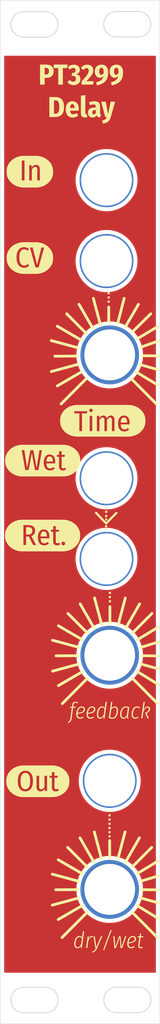
<source format=kicad_pcb>
(kicad_pcb (version 20240108) (generator "pcbnew") (generator_version "8.0")
  (layers (0 "F.Cu" signal) (31 "B.Cu" signal) (34 "B.Paste" user) (35 "F.Paste" user) (36 "B.SilkS" user "B.Silkscreen") (37 "F.SilkS" user "F.Silkscreen") (38 "B.Mask" user) (39 "F.Mask" user) (44 "Edge.Cuts" user))
  (net 0 "")
  (footprint "Library:MountingHole_6.4mm_M6_MiniPad_TopBottom" (layer "F.Cu") (at 92.38 67.73)
    (property "Reference" "REF**" (hide yes))
    (property "Value" "MountingHole_6.4mm_M6_MiniPad_TopBottom" (hide yes))
    (pad "1" connect circle (at 0 0) (size 6.4 6.4) (layers "F.Cu" "F.Mask"))
    (pad "1" connect circle (at 0 0) (size 6.4 6.4) (layers "B.Cu" "B.Mask"))
    (pad "1" thru_hole circle (at 0 0) (size 6.8 6.8) (drill 6.4) (layers "*.Cu" "*.Mask"))
  )
  (footprint "Library:MountingHole_6.4mm_M6_MiniPad_TopBottom" (layer "F.Cu") (at 92.38 105.12)
    (property "Reference" "REF**" (hide yes))
    (property "Value" "MountingHole_6.4mm_M6_MiniPad_TopBottom" (hide yes))
    (pad "1" connect circle (at 0 0) (size 6.4 6.4) (layers "F.Cu" "F.Mask"))
    (pad "1" connect circle (at 0 0) (size 6.4 6.4) (layers "B.Cu" "B.Mask"))
    (pad "1" thru_hole circle (at 0 0) (size 6.8 6.8) (drill 6.4) (layers "*.Cu" "*.Mask"))
  )
  (footprint "Library:MountingHole_7.2mm_Pad_TopBottom" (layer "F.Cu") (at 92.78 79.51)
    (property "Reference" "GND" (hide yes))
    (property "Value" "MountingHole_7.2mm_Pad_TopBottom" (hide yes))
    (pad "1" thru_hole circle (at 0 0) (size 7.2 7.2) (drill 6.4) (layers "*.Cu" "*.Mask"))
    (pad "1" connect circle (at 0 0) (size 7.4 7.4) (layers "F.Cu" "F.Mask"))
    (pad "1" connect circle (at 0 0) (size 7.4 7.4) (layers "B.Cu" "B.Mask"))
  )
  (footprint "Library:MountingHole_6.4mm_M6_MiniPad_TopBottom" (layer "F.Cu") (at 92.78 132.98)
    (property "Reference" "REF**" (hide yes))
    (property "Value" "MountingHole_6.4mm_M6_MiniPad_TopBottom" (hide yes))
    (pad "1" connect circle (at 0 0) (size 6.4 6.4) (layers "F.Cu" "F.Mask"))
    (pad "1" connect circle (at 0 0) (size 6.4 6.4) (layers "B.Cu" "B.Mask"))
    (pad "1" thru_hole circle (at 0 0) (size 6.8 6.8) (drill 6.4) (layers "*.Cu" "*.Mask"))
  )
  (footprint "Library:MountingHole_6.4mm_M6_MiniPad_TopBottom" (layer "F.Cu") (at 92.38 57.57)
    (property "Reference" "REF**" (hide yes))
    (property "Value" "MountingHole_6.4mm_M6_MiniPad_TopBottom" (hide yes))
    (pad "1" connect circle (at 0 0) (size 6.4 6.4) (layers "F.Cu" "F.Mask"))
    (pad "1" connect circle (at 0 0) (size 6.4 6.4) (layers "B.Cu" "B.Mask"))
    (pad "1" thru_hole circle (at 0 0) (size 6.8 6.8) (drill 6.4) (layers "*.Cu" "*.Mask"))
  )
  (footprint "Library:MountingHole_7.2mm_Pad_TopBottom" (layer "F.Cu") (at 92.78 117.21)
    (property "Reference" "GND" (hide yes))
    (property "Value" "MountingHole_7.2mm_Pad_TopBottom" (hide yes))
    (pad "1" thru_hole circle (at 0 0) (size 7.2 7.2) (drill 6.4) (layers "*.Cu" "*.Mask"))
    (pad "1" connect circle (at 0 0) (size 7.4 7.4) (layers "F.Cu" "F.Mask"))
    (pad "1" connect circle (at 0 0) (size 7.4 7.4) (layers "B.Cu" "B.Mask"))
  )
  (footprint "Library:MountingHole_6.4mm_M6_MiniPad_TopBottom" (layer "F.Cu") (at 92.38 95)
    (property "Reference" "REF**" (hide yes))
    (property "Value" "MountingHole_6.4mm_M6_MiniPad_TopBottom" (hide yes))
    (pad "1" connect circle (at 0 0) (size 6.4 6.4) (layers "F.Cu" "F.Mask"))
    (pad "1" connect circle (at 0 0) (size 6.4 6.4) (layers "B.Cu" "B.Mask"))
    (pad "1" thru_hole circle (at 0 0) (size 6.8 6.8) (drill 6.4) (layers "*.Cu" "*.Mask"))
  )
  (footprint "Library:MountingHole_7.2mm_Pad_TopBottom" (layer "F.Cu") (at 92.78 146.61)
    (property "Reference" "GND" (hide yes))
    (property "Value" "MountingHole_7.2mm_Pad_TopBottom" (hide yes))
    (pad "1" thru_hole circle (at 0 0) (size 7.2 7.2) (drill 6.4) (layers "*.Cu" "*.Mask"))
    (pad "1" connect circle (at 0 0) (size 7.4 7.4) (layers "F.Cu" "F.Mask"))
    (pad "1" connect circle (at 0 0) (size 7.4 7.4) (layers "B.Cu" "B.Mask"))
  )
  (gr_line (start 98.113742 111.967162) (end 95.639006 114.442252) (stroke (width 0.352777)) (layer "F.SilkS"))
  (gr_poly (pts (xy 94.602829 87.370737) (xy 94.626175 87.372482) (xy 94.648754 87.37539) (xy 94.670566 87.379461) (xy 94.691612 87.384696) (xy 94.711891 87.391093) (xy 94.731405 87.398654) (xy 94.750152 87.407377) (xy 94.768132 87.417263) (xy 94.785347 87.428313) (xy 94.801796 87.440524) (xy 94.817479 87.453899) (xy 94.832396 87.468436) (xy 94.846547 87.484136) (xy 94.859933 87.500998) (xy 94.872553 87.519023) (xy 94.884408 87.53821) (xy 94.895497 87.55856) (xy 94.91538 87.602746) (xy 94.932202 87.651581) (xy 94.945963 87.705064) (xy 94.956666 87.763195) (xy 94.96431 87.825973) (xy 94.968896 87.893398) (xy 94.970424 87.965469) (xy 94.970424 88.001644) (xy 94.172023 88.001644) (xy 94.174194 87.960633) (xy 94.177076 87.921068) (xy 94.180669 87.882949) (xy 94.184972 87.846276) (xy 94.189986 87.811049) (xy 94.19571 87.777268) (xy 94.202144 87.744933) (xy 94.209286 87.714043) (xy 94.217138 87.6846) (xy 94.225698 87.656603) (xy 94.234966 87.630052) (xy 94.244941 87.604946) (xy 94.255624 87.581287) (xy 94.267014 87.559074) (xy 94.27911 87.538307) (xy 94.291912 87.518986) (xy 94.305366 87.500968) (xy 94.319418 87.484111) (xy 94.334067 87.468416) (xy 94.349313 87.453884) (xy 94.365156 87.440513) (xy 94.381596 87.428304) (xy 94.398631 87.417257) (xy 94.416262 87.407373) (xy 94.434489 87.398651) (xy 94.45331 87.391091) (xy 94.472726 87.384695) (xy 94.492737 87.379461) (xy 94.513342 87.37539) (xy 94.53454 87.372482) (xy 94.556332 87.370737) (xy 94.578717 87.370155)) (fill solid) (layer "F.SilkS"))
  (gr_line (start 92.808505 111.114791) (end 92.810541 113.270503) (stroke (width 0.352777)) (layer "F.SilkS"))
  (gr_poly (pts (xy 90.540817 152.462513) (xy 90.554266 152.463441) (xy 90.568686 152.464988) (xy 90.584076 152.467153) (xy 90.600436 152.469938) (xy 90.617766 152.47334) (xy 90.636066 152.477362) (xy 90.655337 152.482002) (xy 90.607359 152.631584) (xy 90.592145 152.627623) (xy 90.577549 152.62419) (xy 90.56357 152.621285) (xy 90.550209 152.618909) (xy 90.537465 152.617061) (xy 90.525338 152.615741) (xy 90.513829 152.614949) (xy 90.502937 152.614685) (xy 90.485452 152.615192) (xy 90.468277 152.616713) (xy 90.451409 152.619249) (xy 90.434851 152.622799) (xy 90.418601 152.627363) (xy 90.40266 152.632941) (xy 90.387027 152.639534) (xy 90.371704 152.64714) (xy 90.356689 152.655761) (xy 90.341982 152.665397) (xy 90.327584 152.676046) (xy 90.313495 152.68771) (xy 90.299715 152.700388) (xy 90.286243 152.71408) (xy 90.27308 152.728786) (xy 90.260226 152.744507) (xy 90.24757 152.760877) (xy 90.235002 152.77824) (xy 90.222523 152.796595) (xy 90.210131 152.815942) (xy 90.197828 152.836282) (xy 90.185613 152.857613) (xy 90.173487 152.879937) (xy 90.161448 152.903253) (xy 90.149498 152.927562) (xy 90.137636 152.952862) (xy 90.125862 152.979155) (xy 90.114176 153.006441) (xy 90.102578 153.034718) (xy 90.091069 153.063987) (xy 90.079648 153.094249) (xy 90.068315 153.125503) (xy 89.952603 153.969353) (xy 89.79456 153.969353) (xy 90.003404 152.493332) (xy 90.13887 152.493332) (xy 90.099359 152.837639) (xy 90.109336 152.815049) (xy 90.119512 152.793144) (xy 90.129885 152.771922) (xy 90.140458 152.751383) (xy 90.151228 152.731528) (xy 90.162198 152.712357) (xy 90.173365 152.693869) (xy 90.184731 152.676064) (xy 90.196296 152.658944) (xy 90.208059 152.642506) (xy 90.22002 152.626752) (xy 90.23218 152.611682) (xy 90.244538 152.597295) (xy 90.257095 152.583592) (xy 90.26985 152.570572) (xy 90.282804 152.558235) (xy 90.296 152.54661) (xy 90.309482 152.535734) (xy 90.323252 152.525609) (xy 90.337308 152.516234) (xy 90.35165 152.507609) (xy 90.36628 152.499734) (xy 90.381196 152.492609) (xy 90.396398 152.486234) (xy 90.411887 152.480609) (xy 90.427663 152.475734) (xy 90.443725 152.471609) (xy 90.460074 152.468234) (xy 90.47671 152.465609) (xy 90.493632 152.463734) (xy 90.510841 152.462609) (xy 90.528337 152.462234) (xy 90.528337 152.462204)) (stroke (width -0.000001)) (fill solid) (layer "F.SilkS"))
  (gr_line (start 98.83 75.96) (end 96.28 77.47) (stroke (width 0.352777)) (layer "F.SilkS"))
  (gr_line (start 92.334963 100.668857) (end 93.622985 99.35461) (stroke (width 0.264999)) (layer "F.SilkS"))
  (gr_poly (pts (xy 92.468166 99.343826) (xy 92.202541 99.345825) (xy 92.202541 99.0802) (xy 92.466213 99.078201)) (fill solid) (layer "F.SilkS"))
  (gr_line (start 88.659801 79.65575) (end 85.858579 79.67247) (stroke (width 0.352777)) (layer "F.SilkS"))
  (gr_poly (pts (xy 92.892047 141.679748) (xy 92.628375 141.679748) (xy 92.628375 141.416076) (xy 92.892047 141.416076)) (fill solid) (layer "F.SilkS"))
  (gr_poly (pts (xy 88.284464 43.072747) (xy 88.312773 43.073726) (xy 88.3406 43.075356) (xy 88.367945 43.077638) (xy 88.394808 43.080573) (xy 88.421189 43.084159) (xy 88.447088 43.088398) (xy 88.472505 43.093288) (xy 88.49744 43.098831) (xy 88.521893 43.105026) (xy 88.545865 43.111873) (xy 88.569354 43.119372) (xy 88.592361 43.127523) (xy 88.614886 43.136326) (xy 88.63693 43.145781) (xy 88.658491 43.155888) (xy 88.679925 43.166563) (xy 88.700678 43.177719) (xy 88.720751 43.189357) (xy 88.740143 43.201478) (xy 88.758855 43.21408) (xy 88.776887 43.227164) (xy 88.794238 43.24073) (xy 88.810909 43.254779) (xy 88.826899 43.269309) (xy 88.842209 43.284321) (xy 88.856838 43.299815) (xy 88.870787 43.315791) (xy 88.884056 43.332249) (xy 88.896644 43.349189) (xy 88.908551 43.366611) (xy 88.919779 43.384515) (xy 88.930765 43.402334) (xy 88.941042 43.420408) (xy 88.950611 43.438737) (xy 88.959471 43.457321) (xy 88.967622 43.476161) (xy 88.975064 43.495256) (xy 88.981798 43.514605) (xy 88.987822 43.534211) (xy 88.993138 43.554071) (xy 88.997745 43.574186) (xy 89.001644 43.594557) (xy 89.004833 43.615182) (xy 89.007314 43.636063) (xy 89.009086 43.657199) (xy 89.010149 43.67859) (xy 89.010504 43.700237) (xy 89.008661 43.754813) (xy 89.003132 43.806952) (xy 88.998986 43.832107) (xy 88.993918 43.856652) (xy 88.987929 43.880588) (xy 88.981018 43.903914) (xy 88.973186 43.92663) (xy 88.964433 43.948738) (xy 88.954758 43.970235) (xy 88.944161 43.991123) (xy 88.932643 44.011401) (xy 88.920204 44.03107) (xy 88.906844 44.050129) (xy 88.892562 44.068579) (xy 88.877358 44.086419) (xy 88.861233 44.10365) (xy 88.844187 44.120271) (xy 88.826219 44.136283) (xy 88.80733 44.151684) (xy 88.787519 44.166477) (xy 88.766787 44.18066) (xy 88.745134 44.194233) (xy 88.699063 44.219551) (xy 88.649306 44.24243) (xy 88.595863 44.262872) (xy 88.538735 44.280875) (xy 88.569624 44.284972) (xy 88.599691 44.290004) (xy 88.628936 44.295972) (xy 88.657358 44.302876) (xy 88.684958 44.310715) (xy 88.711736 44.31949) (xy 88.737692 44.3292) (xy 88.762826 44.339846) (xy 88.787137 44.351428) (xy 88.810626 44.363945) (xy 88.833293 44.377398) (xy 88.855138 44.391786) (xy 88.876161 44.40711) (xy 88.896361 44.423369) (xy 88.915739 44.440565) (xy 88.934296 44.458695) (xy 88.952313 44.477351) (xy 88.969168 44.497027) (xy 88.98486 44.517723) (xy 88.999391 44.53944) (xy 89.012758 44.562178) (xy 89.024964 44.585937) (xy 89.036007 44.610716) (xy 89.045887 44.636516) (xy 89.054605 44.663336) (xy 89.062161 44.691177) (xy 89.068554 44.720039) (xy 89.073785 44.749922) (xy 89.077853 44.780825) (xy 89.080759 44.812748) (xy 89.082503 44.845693) (xy 89.083084 44.879658) (xy 89.082687 44.905387) (xy 89.081496 44.93086) (xy 89.079512 44.956079) (xy 89.076733 44.981042) (xy 89.073161 45.005751) (xy 89.068795 45.030204) (xy 89.063635 45.054402) (xy 89.057681 45.078345) (xy 89.050933 45.102033) (xy 89.043392 45.125465) (xy 89.035056 45.148642) (xy 89.025927 45.171565) (xy 89.016004 45.194232) (xy 89.005287 45.216644) (xy 88.993776 45.2388) (xy 88.981472 45.260702) (xy 88.968841 45.281767) (xy 88.955445 45.302322) (xy 88.941284 45.322367) (xy 88.926356 45.341901) (xy 88.910664 45.360925) (xy 88.894206 45.379438) (xy 88.876982 45.397441) (xy 88.858993 45.414934) (xy 88.840239 45.431917) (xy 88.820719 45.448389) (xy 88.800433 45.464351) (xy 88.779382 45.479802) (xy 88.757566 45.494744) (xy 88.734984 45.509175) (xy 88.711637 45.523095) (xy 88.687524 45.536506) (xy 88.663184 45.54881) (xy 88.638249 45.560321) (xy 88.612718 45.571038) (xy 88.586593 45.580961) (xy 88.559871 45.59009) (xy 88.532555 45.598425) (xy 88.504643 45.605967) (xy 88.476135 45.612715) (xy 88.447033 45.618668) (xy 88.417335 45.623828) (xy 88.387041 45.628195) (xy 88.356152 45.631767) (xy 88.324668 45.634545) (xy 88.292588 45.63653) (xy 88.259913 45.637721) (xy 88.226642 45.638118) (xy 88.195569 45.637749) (xy 88.16495 45.636643) (xy 88.134784 45.634801) (xy 88.105071 45.632221) (xy 88.075812 45.628903) (xy 88.047007 45.624849) (xy 88.018656 45.620058) (xy 87.990758 45.614529) (xy 87.963314 45.608264) (xy 87.936323 45.601261) (xy 87.909786 45.593521) (xy 87.883703 45.585044) (xy 87.858073 45.57583) (xy 87.832897 45.565878) (xy 87.808175 45.55519) (xy 87.783906 45.543764) (xy 87.760034 45.531629) (xy 87.736502 45.518814) (xy 87.71331 45.505319) (xy 87.690459 45.491143) (xy 87.667947 45.476287) (xy 87.645776 45.46075) (xy 87.623946 45.444533) (xy 87.602455 45.427636) (xy 87.581305 45.410058) (xy 87.560495 45.391799) (xy 87.540025 45.372861) (xy 87.519895 45.353241) (xy 87.500106 45.332942) (xy 87.480657 45.311962) (xy 87.461548 45.290301) (xy 87.442779 45.26796) (xy 87.743985 44.988528) (xy 87.772733 45.017447) (xy 87.800915 45.044324) (xy 87.828529 45.06916) (xy 87.842124 45.080812) (xy 87.855576 45.091954) (xy 87.868887 45.102586) (xy 87.882057 45.112707) (xy 87.895084 45.122319) (xy 87.90797 45.131419) (xy 87.920714 45.14001) (xy 87.933316 45.14809) (xy 87.945777 45.15566) (xy 87.958095 45.16272) (xy 87.970882 45.168872) (xy 87.983839 45.174627) (xy 87.996965 45.179986) (xy 88.010262 45.184947) (xy 88.023729 45.189512) (xy 88.037366 45.19368) (xy 88.051173 45.19745) (xy 88.065151 45.200824) (xy 88.079298 45.203801) (xy 88.093616 45.206381) (xy 88.108103 45.208564) (xy 88.122761 45.21035) (xy 88.137589 45.21174) (xy 88.152587 45.212732) (xy 88.167755 45.213327) (xy 88.183093 45.213526) (xy 88.201465 45.213157) (xy 88.219383 45.212051) (xy 88.236847 45.210209) (xy 88.253858 45.207629) (xy 88.270416 45.204311) (xy 88.286519 45.200257) (xy 88.302169 45.195466) (xy 88.317366 45.189937) (xy 88.332109 45.183672) (xy 88.346398 45.176669) (xy 88.360233 45.168929) (xy 88.373615 45.160452) (xy 88.386543 45.151237) (xy 88.399018 45.141286) (xy 88.411039 45.130598) (xy 88.422606 45.119172) (xy 88.433593 45.106626) (xy 88.44387 45.093485) (xy 88.453439 45.079749) (xy 88.462298 45.065417) (xy 88.470449 45.05049) (xy 88.477892 45.034968) (xy 88.484625 45.01885) (xy 88.49065 45.002137) (xy 88.495966 44.984828) (xy 88.500573 44.966924) (xy 88.504471 44.948425) (xy 88.507661 44.92933) (xy 88.510142 44.90964) (xy 88.511914 44.889355) (xy 88.512977 44.868474) (xy 88.513331 44.846998) (xy 88.512963 44.823821) (xy 88.511857 44.801466) (xy 88.510014 44.779933) (xy 88.507434 44.759222) (xy 88.504117 44.739333) (xy 88.500063 44.720267) (xy 88.495271 44.702023) (xy 88.489743 44.684601) (xy 88.483477 44.668001) (xy 88.476474 44.652223) (xy 88.468734 44.637268) (xy 88.460257 44.623135) (xy 88.451043 44.609824) (xy 88.441092 44.597335) (xy 88.430403 44.585669) (xy 88.418978 44.574824) (xy 88.407283 44.564277) (xy 88.394879 44.554411) (xy 88.381766 44.545225) (xy 88.367945 44.536719) (xy 88.353415 44.528894) (xy 88.338176 44.52175) (xy 88.322228 44.515286) (xy 88.305572 44.509502) (xy 88.288207 44.504399) (xy 88.270132 44.499976) (xy 88.25135 44.496233) (xy 88.231858 44.493171) (xy 88.211658 44.49079) (xy 88.190748 44.489089) (xy 88.16913 44.488068) (xy 88.146804 44.487728) (xy 87.968983 44.487728) (xy 88.030676 44.103055) (xy 88.150432 44.103055) (xy 88.16879 44.102729) (xy 88.186666 44.101751) (xy 88.204059 44.10012) (xy 88.220971 44.097838) (xy 88.237401 44.094904) (xy 88.253348 44.091317) (xy 88.268814 44.087079) (xy 88.283798 44.082188) (xy 88.2983 44.076645) (xy 88.312319 44.070451) (xy 88.325857 44.063604) (xy 88.338913 44.056105) (xy 88.351487 44.047954) (xy 88.363579 44.03915) (xy 88.375189 44.029695) (xy 88.386317 44.019588) (xy 88.396864 44.008432) (xy 88.40673 43.996737) (xy 88.415916 43.984503) (xy 88.424422 43.97173) (xy 88.432247 43.958419) (xy 88.439392 43.94457) (xy 88.445856 43.930181) (xy 88.451639 43.915254) (xy 88.456743 43.899789) (xy 88.461166 43.883784) (xy 88.464908 43.867241) (xy 88.46797 43.850159) (xy 88.470351 43.832539) (xy 88.472052 43.81438) (xy 88.473073 43.795682) (xy 88.473413 43.776446) (xy 88.473116 43.759449) (xy 88.472223 43.742934) (xy 88.470734 43.726901) (xy 88.46865 43.711351) (xy 88.465971 43.696282) (xy 88.462696 43.681695) (xy 88.458826 43.66759) (xy 88.454361 43.653967) (xy 88.4493 43.640826) (xy 88.443644 43.628167) (xy 88.437393 43.61599) (xy 88.430546 43.604295) (xy 88.423103 43.593082) (xy 88.415066 43.582351) (xy 88.406433 43.572102) (xy 88.397204 43.562335) (xy 88.387451 43.553107) (xy 88.377245 43.544474) (xy 88.366585 43.536436) (xy 88.355471 43.528994) (xy 88.343903 43.522147) (xy 88.331882 43.515895) (xy 88.319408 43.510239) (xy 88.306479 43.505179) (xy 88.293097 43.500713) (xy 88.279262 43.496843) (xy 88.264973 43.493569) (xy 88.25023 43.490889) (xy 88.235033 43.488806) (xy 88.219383 43.487317) (xy 88.20328 43.486424) (xy 88.186723 43.486126) (xy 88.158711 43.486934) (xy 88.130927 43.489358) (xy 88.103369 43.493398) (xy 88.076038 43.499055) (xy 88.048934 43.506327) (xy 88.022057 43.515215) (xy 87.995407 43.525719) (xy 87.968983 43.537839) (xy 87.942786 43.551576) (xy 87.916816 43.566928) (xy 87.891073 43.583896) (xy 87.865557 43.602481) (xy 87.840268 43.622681) (xy 87.815205 43.644498) (xy 87.790369 43.66793) (xy 87.76576 43.692979) (xy 87.486327 43.402659) (xy 87.528032 43.36267) (xy 87.570588 43.32526) (xy 87.613994 43.29043) (xy 87.65825 43.25818) (xy 87.703358 43.22851) (xy 87.749315 43.201421) (xy 87.796124 43.176911) (xy 87.843783 43.154981) (xy 87.892292 43.135631) (xy 87.941652 43.118861) (xy 87.991862 43.104671) (xy 88.042924 43.093061) (xy 88.094835 43.084031) (xy 88.147597 43.077581) (xy 88.20121 43.073711) (xy 88.255673 43.072421)) (stroke (width -0.000001)) (fill solid) (layer "F.SilkS"))
  (gr_line (start 98.082715 141.336134) (end 95.607979 143.811224) (stroke (width 0.352777)) (layer "F.SilkS"))
  (gr_line (start 88.796079 80.691013) (end 85.41541 81.596947) (stroke (width 0.352777)) (layer "F.SilkS"))
  (gr_poly (pts (xy 89.955572 43.07279) (xy 89.985568 43.073896) (xy 90.014997 43.075739) (xy 90.043859 43.078319) (xy 90.072154 43.081636) (xy 90.099881 43.08569) (xy 90.127042 43.090481) (xy 90.153636 43.09601) (xy 90.179663 43.102276) (xy 90.205122 43.109278) (xy 90.230015 43.117018) (xy 90.254341 43.125496) (xy 90.278099 43.13471) (xy 90.301291 43.144661) (xy 90.323915 43.15535) (xy 90.345973 43.166776) (xy 90.36786 43.178371) (xy 90.389067 43.190478) (xy 90.409593 43.203094) (xy 90.429439 43.216221) (xy 90.448605 43.229858) (xy 90.46709 43.244005) (xy 90.484895 43.258663) (xy 90.502019 43.273831) (xy 90.518463 43.289509) (xy 90.534227 43.305698) (xy 90.54931 43.322397) (xy 90.563712 43.339606) (xy 90.577434 43.357326) (xy 90.590476 43.375556) (xy 90.602837 43.394296) (xy 90.614518 43.413547) (xy 90.625505 43.433195) (xy 90.635783 43.453126) (xy 90.645352 43.47334) (xy 90.654212 43.493838) (xy 90.662364 43.51462) (xy 90.669807 43.535685) (xy 90.67654 43.557034) (xy 90.682565 43.578666) (xy 90.687882 43.600582) (xy 90.692489 43.622781) (xy 90.696388 43.645264) (xy 90.699577 43.66803) (xy 90.702058 43.69108) (xy 90.70383 43.714413) (xy 90.704893 43.73803) (xy 90.705248 43.76193) (xy 90.704964 43.786369) (xy 90.704114 43.810694) (xy 90.702696 43.834907) (xy 90.700711 43.859005) (xy 90.69816 43.882991) (xy 90.695041 43.906863) (xy 90.691355 43.930621) (xy 90.687103 43.954266) (xy 90.682283 43.977798) (xy 90.676896 44.001216) (xy 90.670942 44.024521) (xy 90.664421 44.047713) (xy 90.657333 44.070791) (xy 90.649678 44.093756) (xy 90.641456 44.116607) (xy 90.632667 44.139345) (xy 90.623155 44.161785) (xy 90.612765 44.184651) (xy 90.601495 44.207941) (xy 90.589346 44.231657) (xy 90.576319 44.255799) (xy 90.562412 44.280365) (xy 90.547627 44.305357) (xy 90.531963 44.330774) (xy 90.497998 44.382884) (xy 90.460517 44.436696) (xy 90.419521 44.492208) (xy 90.375009 44.549421) (xy 90.326982 44.609526) (xy 90.273624 44.673714) (xy 90.214937 44.741984) (xy 90.150919 44.814337) (xy 90.081571 44.890773) (xy 90.006894 44.971292) (xy 89.926886 45.055892) (xy 89.841548 45.144576) (xy 90.752424 45.144576) (xy 90.694364 45.576425) (xy 89.228243 45.576425) (xy 89.228243 45.177235) (xy 89.408105 44.976961) (xy 89.563017 44.800728) (xy 89.69298 44.648537) (xy 89.748605 44.581458) (xy 89.797994 44.520388) (xy 89.843356 44.462665) (xy 89.88509 44.407436) (xy 89.923194 44.354702) (xy 89.95767 44.304464) (xy 89.988516 44.25672) (xy 90.015733 44.211471) (xy 90.039321 44.168717) (xy 90.05928 44.128457) (xy 90.068069 44.108484) (xy 90.076291 44.088482) (xy 90.083946 44.068451) (xy 90.091034 44.048393) (xy 90.097555 44.028306) (xy 90.103509 44.00819) (xy 90.108896 43.988047) (xy 90.113715 43.967875) (xy 90.117968 43.947674) (xy 90.121654 43.927445) (xy 90.124773 43.907188) (xy 90.127324 43.886903) (xy 90.129309 43.866589) (xy 90.130727 43.846247) (xy 90.131577 43.825876) (xy 90.131861 43.805478) (xy 90.131577 43.787602) (xy 90.130727 43.770265) (xy 90.129309 43.753467) (xy 90.127324 43.737207) (xy 90.124773 43.721486) (xy 90.121654 43.706304) (xy 90.117968 43.69166) (xy 90.113715 43.677556) (xy 90.108896 43.663989) (xy 90.103509 43.650962) (xy 90.097555 43.638473) (xy 90.091034 43.626523) (xy 90.083946 43.615111) (xy 90.076291 43.604239) (xy 90.068069 43.593905) (xy 90.05928 43.584109) (xy 90.050435 43.574441) (xy 90.041136 43.565397) (xy 90.031383 43.556977) (xy 90.021176 43.54918) (xy 90.010516 43.542007) (xy 89.999403 43.535458) (xy 89.987835 43.529533) (xy 89.975814 43.524231) (xy 89.96334 43.519553) (xy 89.950411 43.515499) (xy 89.93703 43.512068) (xy 89.923194 43.509261) (xy 89.908905 43.507078) (xy 89.894162 43.505519) (xy 89.878966 43.504583) (xy 89.863315 43.504271) (xy 89.849352 43.504498) (xy 89.835588 43.505179) (xy 89.822021 43.506313) (xy 89.808653 43.5079) (xy 89.795484 43.509942) (xy 89.782513 43.512437) (xy 89.769741 43.515385) (xy 89.757167 43.518787) (xy 89.744792 43.522643) (xy 89.732615 43.526953) (xy 89.720636 43.531716) (xy 89.708856 43.536932) (xy 89.697274 43.542603) (xy 89.685891 43.548727) (xy 89.674706 43.555304) (xy 89.66372 43.562335) (xy 89.652763 43.569437) (xy 89.641664 43.577135) (xy 89.630423 43.585428) (xy 89.61904 43.594316) (xy 89.607516 43.603799) (xy 89.59585 43.613878) (xy 89.584041 43.624553) (xy 89.572091 43.635822) (xy 89.559999 43.647688) (xy 89.547766 43.660148) (xy 89.53539 43.673204) (xy 89.522873 43.686855) (xy 89.510213 43.701102) (xy 89.497412 43.715944) (xy 89.484469 43.731381) (xy 89.471384 43.747414) (xy 89.148405 43.493384) (xy 89.186311 43.442408) (xy 89.225634 43.394721) (xy 89.266375 43.350323) (xy 89.308534 43.309213) (xy 89.35211 43.271392) (xy 89.397104 43.23686) (xy 89.443515 43.205617) (xy 89.491344 43.177662) (xy 89.540591 43.152996) (xy 89.591255 43.131619) (xy 89.643337 43.113531) (xy 89.696836 43.098732) (xy 89.751753 43.087221) (xy 89.808087 43.078999) (xy 89.865839 43.074066) (xy 89.925009 43.072421) (xy 89.92501 43.072421)) (stroke (width -0.000001)) (fill solid) (layer "F.SilkS"))
  (gr_line (start 85.566003 115.329417) (end 88.946672 116.235351) (stroke (width 0.352777)) (layer "F.SilkS"))
  (gr_line (start 94.601037 72.411213) (end 93.78 75.6) (stroke (width 0.352777)) (layer "F.SilkS"))
  (gr_line (start 98.88 115.56) (end 96.674198 116.235351) (stroke (width 0.352777)) (layer "F.SilkS"))
  (gr_poly (pts (xy 82.170701 131.98532) (xy 82.188383 131.986528) (xy 82.20579 131.988219) (xy 82.22292 131.990394) (xy 82.239775 131.993051) (xy 82.256354 131.996191) (xy 82.272656 131.999814) (xy 82.288683 132.00392) (xy 82.304433 132.008508) (xy 82.319907 132.013578) (xy 82.335105 132.019131) (xy 82.350027 132.025167) (xy 82.364672 132.031684) (xy 82.379041 132.038684) (xy 82.393134 132.046166) (xy 82.40695 132.05413) (xy 82.42049 132.062575) (xy 82.433753 132.071503) (xy 82.44674 132.080912) (xy 82.45945 132.090803) (xy 82.471884 132.101175) (xy 82.484041 132.112029) (xy 82.495921 132.123364) (xy 82.507524 132.13518) (xy 82.51885 132.147478) (xy 82.5299 132.160256) (xy 82.540673 132.173516) (xy 82.551168 132.187256) (xy 82.561387 132.201478) (xy 82.580994 132.231363) (xy 82.59989 132.26289) (xy 82.617568 132.296688) (xy 82.634027 132.332756) (xy 82.649266 132.371093) (xy 82.663288 132.4117) (xy 82.67609 132.454575) (xy 82.687673 132.499719) (xy 82.698037 132.547132) (xy 82.707182 132.596812) (xy 82.715107 132.648761) (xy 82.721814 132.702977) (xy 82.727301 132.75946) (xy 82.731569 132.81821) (xy 82.734618 132.879226) (xy 82.736447 132.942509) (xy 82.737057 133.008058) (xy 82.736447 133.074047) (xy 82.734618 133.137742) (xy 82.731569 133.199142) (xy 82.727301 133.258246) (xy 82.721814 133.315055) (xy 82.715107 133.369568) (xy 82.707182 133.421785) (xy 82.698037 133.471706) (xy 82.687673 133.51933) (xy 82.67609 133.564658) (xy 82.663288 133.607688) (xy 82.649266 133.648421) (xy 82.634027 133.686857) (xy 82.617568 133.722995) (xy 82.59989 133.756835) (xy 82.580994 133.788377) (xy 82.561387 133.817816) (xy 82.540673 133.84535) (xy 82.51885 133.87098) (xy 82.495921 133.894708) (xy 82.471884 133.916533) (xy 82.44674 133.936456) (xy 82.42049 133.954478) (xy 82.393134 133.9706) (xy 82.364672 133.984823) (xy 82.335105 133.997147) (xy 82.304433 134.007573) (xy 82.272656 134.016102) (xy 82.239775 134.022734) (xy 82.20579 134.027471) (xy 82.170701 134.030312) (xy 82.134509 134.031259) (xy 82.097446 134.030264) (xy 82.061559 134.027277) (xy 82.026848 134.0223) (xy 81.993313 134.015332) (xy 81.960954 134.006373) (xy 81.929771 133.995424) (xy 81.899764 133.982483) (xy 81.870933 133.96755) (xy 81.843278 133.950627) (xy 81.8168 133.931712) (xy 81.791497 133.910806) (xy 81.767372 133.887909) (xy 81.744422 133.86302) (xy 81.722649 133.83614) (xy 81.702053 133.807268) (xy 81.682633 133.776405) (xy 81.647322 133.708703) (xy 81.616719 133.633034) (xy 81.590823 133.549397) (xy 81.569634 133.457792) (xy 81.553153 133.358218) (xy 81.541381 133.250676) (xy 81.534317 133.135164) (xy 81.531962 133.011682) (xy 81.532551 132.948496) (xy 81.534317 132.887314) (xy 81.53726 132.828137) (xy 81.541381 132.770964) (xy 81.546678 132.715795) (xy 81.553153 132.662631) (xy 81.560805 132.611472) (xy 81.569634 132.562317) (xy 81.57964 132.515167) (xy 81.590823 132.470022) (xy 81.603182 132.426883) (xy 81.616719 132.385749) (xy 81.631432 132.34662) (xy 81.647322 132.309496) (xy 81.664389 132.274379) (xy 81.682633 132.241267) (xy 81.702053 132.21016) (xy 81.722649 132.18106) (xy 81.744422 132.153966) (xy 81.767372 132.128878) (xy 81.791497 132.105797) (xy 81.8168 132.084722) (xy 81.843278 132.065654) (xy 81.870933 132.048592) (xy 81.899764 132.033537) (xy 81.929771 132.020489) (xy 81.960954 132.009448) (xy 81.993313 132.000414) (xy 82.026848 131.993388) (xy 82.061559 131.988369) (xy 82.097446 131.985357) (xy 82.134509 131.984353)) (fill solid) (layer "F.SilkS"))
  (gr_line (start 96.643171 147.674776) (end 98.838973 148.278972) (stroke (width 0.352777)) (layer "F.SilkS"))
  (gr_line (start 96.243545 148.639551) (end 98.848973 150.228972) (stroke (width 0.352777)) (layer "F.SilkS"))
  (gr_poly (pts (xy 86.980352 100.201611) (xy 87.091357 100.208967) (xy 87.200713 100.221082) (xy 87.308285 100.237838) (xy 87.413938 100.259116) (xy 87.517537 100.284799) (xy 87.618947 100.314769) (xy 87.718034 100.348906) (xy 87.814661 100.387094) (xy 87.908695 100.429212) (xy 88 100.475144) (xy 88.088442 100.524771) (xy 88.173885 100.577975) (xy 88.256194 100.634638) (xy 88.335234 100.69464) (xy 88.410872 100.757865) (xy 88.48297 100.824193) (xy 88.551396 100.893507) (xy 88.616012 100.965689) (xy 88.676686 101.040619) (xy 88.733281 101.11818) (xy 88.785663 101.198254) (xy 88.833697 101.280722) (xy 88.877247 101.365466) (xy 88.91618 101.452368) (xy 88.950359 101.541309) (xy 88.97965 101.632172) (xy 89.003918 101.724837) (xy 89.023028 101.819188) (xy 89.036846 101.915105) (xy 89.045235 102.01247) (xy 89.048061 102.111166) (xy 89.048061 102.263609) (xy 89.045235 102.362305) (xy 89.036846 102.459674) (xy 89.023028 102.555598) (xy 89.003918 102.649957) (xy 88.97965 102.742634) (xy 88.950359 102.83351) (xy 88.91618 102.922467) (xy 88.877247 103.009386) (xy 88.833697 103.094148) (xy 88.785663 103.176636) (xy 88.733281 103.256731) (xy 88.676686 103.334314) (xy 88.616012 103.409268) (xy 88.551396 103.481472) (xy 88.48297 103.55081) (xy 88.410872 103.617163) (xy 88.335234 103.680411) (xy 88.256194 103.740438) (xy 88.173885 103.797124) (xy 88.088442 103.850351) (xy 88 103.9) (xy 87.908695 103.945954) (xy 87.814661 103.988093) (xy 87.718034 104.026299) (xy 87.618947 104.060454) (xy 87.517537 104.090439) (xy 87.413938 104.116136) (xy 87.308285 104.137426) (xy 87.200713 104.154192) (xy 87.091357 104.166314) (xy 86.980352 104.173674) (xy 86.867833 104.176153) (xy 81.758584 104.176153) (xy 81.646065 104.173674) (xy 81.53506 104.166314) (xy 81.425704 104.154192) (xy 81.318132 104.137426) (xy 81.212479 104.116136) (xy 81.108879 104.090439) (xy 81.007469 104.060454) (xy 80.908383 104.026299) (xy 80.811755 103.988093) (xy 80.717721 103.945954) (xy 80.626416 103.9) (xy 80.537975 103.850351) (xy 80.452532 103.797124) (xy 80.370223 103.740438) (xy 80.291182 103.680411) (xy 80.215545 103.617163) (xy 80.143446 103.55081) (xy 80.075021 103.481472) (xy 80.010404 103.409268) (xy 79.983219 103.375685) (xy 81.890359 103.375685) (xy 82.227806 103.375685) (xy 82.227806 102.312185) (xy 82.576105 102.312185) (xy 83.113023 103.375685) (xy 83.493878 103.375685) (xy 82.992783 102.439306) (xy 83.71557 102.439306) (xy 83.716377 102.496574) (xy 83.718796 102.552248) (xy 83.722829 102.60633) (xy 83.728476 102.658821) (xy 83.735737 102.709721) (xy 83.744613 102.75903) (xy 83.755104 102.80675) (xy 83.76721 102.852882) (xy 83.780933 102.897427) (xy 83.796272 102.940384) (xy 83.813228 102.981755) (xy 83.831801 103.021541) (xy 83.851992 103.059742) (xy 83.873801 103.09636) (xy 83.897229 103.131394) (xy 83.922276 103.164846) (xy 83.948759 103.196049) (xy 83.976494 103.225243) (xy 84.00548 103.252428) (xy 84.035718 103.277603) (xy 84.067205 103.300767) (xy 84.099942 103.321921) (xy 84.133927 103.341063) (xy 84.169161 103.358192) (xy 84.205643 103.373309) (xy 84.243371 103.386412) (xy 84.282345 103.397501) (xy 84.322564 103.406576) (xy 84.364029 103.413635) (xy 84.406737 103.418677) (xy 84.450689 103.421703) (xy 84.495884 103.422712) (xy 84.539087 103.421774) (xy 84.581602 103.418959) (xy 84.623429 103.414268) (xy 84.664569 103.407702) (xy 84.705024 103.399261) (xy 84.744796 103.388947) (xy 84.783884 103.376761) (xy 84.822291 103.362702) (xy 84.860017 103.346773) (xy 84.897064 103.328972) (xy 84.933434 103.309303) (xy 84.969126 103.287764) (xy 85.004142 103.264357) (xy 85.038484 103.239083) (xy 85.072153 103.211942) (xy 85.10515 103.182936) (xy 84.964073 102.990698) (xy 84.936047 103.011794) (xy 84.908225 103.031537) (xy 84.880614 103.049924) (xy 84.853221 103.066953) (xy 84.826056 103.082621) (xy 84.799125 103.096925) (xy 84.772436 103.109864) (xy 84.759186 103.115821) (xy 84.745998 103.121435) (xy 84.732761 103.126267) (xy 84.719358 103.130785) (xy 84.705789 103.134989) (xy 84.692053 103.13888) (xy 84.678149 103.142457) (xy 84.664078 103.145721) (xy 84.649838 103.148673) (xy 84.635428 103.151312) (xy 84.620849 103.153639) (xy 84.606098 103.155655) (xy 84.591176 103.15736) (xy 84.576082 103.158754) (xy 84.545375 103.160612) (xy 84.513971 103.16123) (xy 84.488455 103.160662) (xy 84.46362 103.15896) (xy 84.439465 103.156122) (xy 84.415991 103.152149) (xy 84.393197 103.147042) (xy 84.371084 103.140801) (xy 84.349652 103.133424) (xy 84.3289 103.124914) (xy 84.308828 103.11527) (xy 84.289437 103.104492) (xy 84.270726 103.09258) (xy 84.252696 103.079534) (xy 84.235346 103.065355) (xy 84.218676 103.050043) (xy 84.202686 103.033598) (xy 84.187376 103.01602) (xy 84.173242 102.996697) (xy 84.159872 102.975929) (xy 84.147265 102.953715) (xy 84.135423 102.930056) (xy 84.124345 102.90495) (xy 84.114032 102.878399) (xy 84.104484 102.850402) (xy 84.095701 102.820959) (xy 84.087684 102.79007) (xy 84.080432 102.757735) (xy 84.073947 102.723955) (xy 84.068227 102.688728) (xy 84.063274 102.652055) (xy 84.059088 102.613937) (xy 84.055669 102.574372) (xy 84.053017 102.533361) (xy 85.163544 102.533361) (xy 85.166716 102.487322) (xy 85.168976 102.443558) (xy 85.170329 102.402062) (xy 85.170666 102.382163) (xy 85.170779 102.362829) (xy 85.170057 102.306951) (xy 85.16789 102.25272) (xy 85.164279 102.200136) (xy 85.159223 102.149199) (xy 85.152722 102.099908) (xy 85.144776 102.052263) (xy 85.135385 102.006263) (xy 85.124547 101.961908) (xy 85.112264 101.919198) (xy 85.098535 101.878131) (xy 85.083359 101.838708) (xy 85.066737 101.800928) (xy 85.048668 101.76479) (xy 85.029152 101.730294) (xy 85.008188 101.69744) (xy 84.985777 101.666227) (xy 84.962015 101.636348) (xy 84.936997 101.608403) (xy 84.910725 101.582389) (xy 84.883201 101.558308) (xy 84.854424 101.536158) (xy 84.824397 101.515938) (xy 84.793121 101.497648) (xy 84.760596 101.481286) (xy 84.726823 101.466852) (xy 84.71643 101.46314) (xy 85.37025 101.46314) (xy 85.37025 101.713255) (xy 85.646202 101.713255) (xy 85.646202 102.911116) (xy 85.646685 102.941081) (xy 85.648135 102.970192) (xy 85.650551 102.99845) (xy 85.653932 103.025854) (xy 85.658279 103.052406) (xy 85.663591 103.078105) (xy 85.669868 103.102953) (xy 85.677109 103.12695) (xy 85.685314 103.150097) (xy 85.694482 103.172393) (xy 85.704614 103.19384) (xy 85.715708 103.214438) (xy 85.727765 103.234188) (xy 85.740785 103.253089) (xy 85.754766 103.271144) (xy 85.769708 103.288351) (xy 85.785995 103.304612) (xy 85.803102 103.319825) (xy 85.821028 103.333991) (xy 85.839775 103.347109) (xy 85.859343 103.35918) (xy 85.879731 103.370202) (xy 85.900942 103.380175) (xy 85.922974 103.3891) (xy 85.945828 103.396976) (xy 85.969505 103.403802) (xy 85.994005 103.409579) (xy 86.019328 103.414307) (xy 86.045475 103.417984) (xy 86.072445 103.420611) (xy 86.10024 103.422187) (xy 86.12886 103.422712) (xy 86.155933 103.422201) (xy 86.182717 103.420667) (xy 86.209214 103.41811) (xy 86.235423 103.414531) (xy 86.261346 103.409931) (xy 86.286983 103.404309) (xy 86.312335 103.397666) (xy 86.337403 103.390001) (xy 86.362188 103.381316) (xy 86.38669 103.371611) (xy 86.410909 103.360886) (xy 86.434848 103.34914) (xy 86.458505 103.336376) (xy 86.481883 103.322592) (xy 86.504982 103.307789) (xy 86.527802 103.291967) (xy 86.467971 103.186552) (xy 86.691099 103.186552) (xy 86.691358 103.198692) (xy 86.692133 103.210616) (xy 86.693424 103.222321) (xy 86.69523 103.233806) (xy 86.69755 103.245071) (xy 86.700383 103.256113) (xy 86.703727 103.266931) (xy 86.707583 103.277524) (xy 86.71195 103.28789) (xy 86.716826 103.298028) (xy 86.72221 103.307936) (xy 86.728102 103.317612) (xy 86.734501 103.327056) (xy 86.741405 103.336267) (xy 86.748815 103.345241) (xy 86.756729 103.353979) (xy 86.765021 103.362326) (xy 86.773569 103.37013) (xy 86.782372 103.377391) (xy 86.79143 103.384111) (xy 86.800742 103.390289) (xy 86.81031 103.395927) (xy 86.820134 103.401025) (xy 86.830212 103.405583) (xy 86.840545 103.409603) (xy 86.851134 103.413085) (xy 86.861978 103.416029) (xy 86.873077 103.418437) (xy 86.884431 103.420308) (xy 86.896041 103.421644) (xy 86.907906 103.422445) (xy 86.920026 103.422712) (xy 86.932585 103.422445) (xy 86.944861 103.421644) (xy 86.956853 103.420308) (xy 86.968561 103.418437) (xy 86.979985 103.416029) (xy 86.991125 103.413085) (xy 87.001982 103.409603) (xy 87.012556 103.405583) (xy 87.022846 103.401025) (xy 87.032852 103.395927) (xy 87.042575 103.390289) (xy 87.052015 103.384111) (xy 87.061171 103.377391) (xy 87.070044 103.37013) (xy 87.078634 103.362326) (xy 87.086941 103.353979) (xy 87.094848 103.345241) (xy 87.102241 103.336267) (xy 87.109121 103.327056) (xy 87.115486 103.317612) (xy 87.121339 103.307936) (xy 87.12668 103.298028) (xy 87.131509 103.28789) (xy 87.135827 103.277524) (xy 87.139635 103.266931) (xy 87.142934 103.256113) (xy 87.145723 103.245071) (xy 87.148003 103.233806) (xy 87.149776 103.222321) (xy 87.151042 103.210616) (xy 87.1518 103.198692) (xy 87.152053 103.186552) (xy 87.1518 103.174857) (xy 87.151042 103.16336) (xy 87.149776 103.152062) (xy 87.148003 103.140963) (xy 87.145723 103.130062) (xy 87.142934 103.11936) (xy 87.139635 103.108856) (xy 87.135827 103.098551) (xy 87.131509 103.088444) (xy 87.12668 103.078536) (xy 87.121339 103.068826) (xy 87.115486 103.059314) (xy 87.109121 103.050001) (xy 87.102241 103.040887) (xy 87.094848 103.03197) (xy 87.086941 103.023252) (xy 87.078634 103.014905) (xy 87.070044 103.007102) (xy 87.061171 102.99984) (xy 87.052015 102.993121) (xy 87.042575 102.986942) (xy 87.032852 102.981304) (xy 87.022846 102.976207) (xy 87.012556 102.971648) (xy 87.001982 102.967628) (xy 86.991125 102.964147) (xy 86.979985 102.961202) (xy 86.968561 102.958795) (xy 86.956853 102.956923) (xy 86.944861 102.955587) (xy 86.932585 102.954786) (xy 86.920026 102.954519) (xy 86.907906 102.954786) (xy 86.896041 102.955587) (xy 86.884431 102.956923) (xy 86.873077 102.958795) (xy 86.861978 102.961202) (xy 86.851134 102.964147) (xy 86.840545 102.967628) (xy 86.830212 102.971648) (xy 86.820134 102.976207) (xy 86.81031 102.981304) (xy 86.800742 102.986942) (xy 86.79143 102.993121) (xy 86.782372 102.99984) (xy 86.773569 103.007102) (xy 86.765021 103.014905) (xy 86.756729 103.023252) (xy 86.748815 103.03197) (xy 86.741405 103.040887) (xy 86.734501 103.050001) (xy 86.728102 103.059314) (xy 86.72221 103.068826) (xy 86.716826 103.078536) (xy 86.71195 103.088444) (xy 86.707583 103.098551) (xy 86.703727 103.108856) (xy 86.700383 103.11936) (xy 86.69755 103.130062) (xy 86.69523 103.140963) (xy 86.693424 103.152062) (xy 86.692133 103.16336) (xy 86.691358 103.174857) (xy 86.691099 103.186552) (xy 86.467971 103.186552) (xy 86.408429 103.081648) (xy 86.393924 103.089995) (xy 86.379441 103.097799) (xy 86.364981 103.10506) (xy 86.350545 103.111779) (xy 86.336134 103.117956) (xy 86.321749 103.123593) (xy 86.30739 103.128691) (xy 86.293059 103.133248) (xy 86.278756 103.137267) (xy 86.264482 103.140748) (xy 86.250238 103.143692) (xy 86.236026 103.146099) (xy 86.221845 103.14797) (xy 86.207697 103.149306) (xy 86.193583 103.150107) (xy 86.179503 103.150373) (xy 86.166121 103.150149) (xy 86.153192 103.149474) (xy 86.140718 103.14835) (xy 86.128696 103.146774) (xy 86.117128 103.144747) (xy 86.106014 103.142268) (xy 86.095354 103.139337) (xy 86.085147 103.135952) (xy 86.075393 103.132114) (xy 86.066094 103.127821) (xy 86.057248 103.123074) (xy 86.048855 103.117872) (xy 86.040916 103.112213) (xy 86.033431 103.106098) (xy 86.0264 103.099526) (xy 86.019822 103.092497) (xy 86.014111 103.084545) (xy 86.008772 103.076113) (xy 86.003804 103.0672) (xy 85.999206 103.057806) (xy 85.994979 103.047931) (xy 85.991122 103.037575) (xy 85.987634 103.026738) (xy 85.984515 103.015419) (xy 85.981765 103.003618) (xy 85.979383 102.991335) (xy 85.977369 102.97857) (xy 85.975722 102.965322) (xy 85.974441 102.951591) (xy 85.973527 102.937377) (xy 85.972979 102.92268) (xy 85.972797 102.907499) (xy 85.972797 101.713255) (xy 86.353652 101.713255) (xy 86.389826 101.46314) (xy 85.972797 101.46314) (xy 85.972797 100.987715) (xy 85.646202 101.02751) (xy 85.646202 101.46314) (xy 85.37025 101.46314) (xy 84.71643 101.46314) (xy 84.691804 101.454345) (xy 84.65554 101.443765) (xy 84.618031 101.43511) (xy 84.57928 101.42838) (xy 84.539286 101.423573) (xy 84.498051 101.42069) (xy 84.455577 101.419729) (xy 84.413052 101.420802) (xy 84.371665 101.424023) (xy 84.331415 101.429392) (xy 84.292303 101.43691) (xy 84.254327 101.446578) (xy 84.217486 101.458398) (xy 84.181781 101.472371) (xy 84.14721 101.488497) (xy 84.113774 101.506778) (xy 84.081471 101.527214) (xy 84.050301 101.549808) (xy 84.020263 101.574559) (xy 83.991357 101.60147) (xy 83.963582 101.63054) (xy 83.936938 101.661772) (xy 83.911424 101.695166) (xy 83.887695 101.730395) (xy 83.865499 101.76713) (xy 83.844837 101.805372) (xy 83.825706 101.84512) (xy 83.808109 101.886372) (xy 83.792043 101.929129) (xy 83.777509 101.97339) (xy 83.764506 102.019154) (xy 83.753034 102.06642) (xy 83.743093 102.115188) (xy 83.734682 102.165458) (xy 83.727801 102.217229) (xy 83.722449 102.270499) (xy 83.718627 102.32527) (xy 83.716335 102.381539) (xy 83.71557 102.439306) (xy 82.992783 102.439306) (xy 82.891848 102.250692) (xy 82.920439 102.240355) (xy 82.94815 102.229304) (xy 82.97498 102.21754) (xy 83.00093 102.205065) (xy 83.025999 102.191878) (xy 83.050189 102.17798) (xy 83.0735 102.163372) (xy 83.095931 102.148055) (xy 83.117483 102.132029) (xy 83.138157 102.115295) (xy 83.157953 102.097854) (xy 83.17687 102.079706) (xy 83.19491 102.060852) (xy 83.212072 102.041292) (xy 83.228357 102.021028) (xy 83.243764 102.000059) (xy 83.258707 101.978444) (xy 83.272688 101.956241) (xy 83.285707 101.933447) (xy 83.297765 101.910062) (xy 83.308859 101.886085) (xy 83.318991 101.861516) (xy 83.328159 101.836353) (xy 83.336364 101.810596) (xy 83.343605 101.784243) (xy 83.349882 101.757294) (xy 83.355194 101.729747) (xy 83.359541 101.701603) (xy 83.362922 101.67286) (xy 83.365338 101.643517) (xy 83.366788 101.613574) (xy 83.367271 101.583029) (xy 83.366403 101.540568) (xy 83.363798 101.499376) (xy 83.359459 101.459452) (xy 83.353385 101.420799) (xy 83.345578 101.383417) (xy 83.336039 101.347308) (xy 83.324768 101.312473) (xy 83.311767 101.278912) (xy 83.297037 101.246626) (xy 83.280578 101.215618) (xy 83.262392 101.185888) (xy 83.242478 101.157437) (xy 83.22084 101.130267) (xy 83.197476 101.104378) (xy 83.172389 101.079771) (xy 83.145579 101.056448) (xy 83.117016 101.034477) (xy 83.086669 101.013924) (xy 83.054536 100.994791) (xy 83.020619 100.977075) (xy 82.984917 100.960779) (xy 82.94743 100.9459) (xy 82.908157 100.932439) (xy 82.867098 100.920396) (xy 82.824252 100.90977) (xy 82.779621 100.900562) (xy 82.733202 100.892771) (xy 82.684997 100.886397) (xy 82.635005 100.88144) (xy 82.583225 100.877899) (xy 82.529658 100.875775) (xy 82.474302 100.875067) (xy 81.890359 100.875067) (xy 81.890359 103.375685) (xy 79.983219 103.375685) (xy 79.94973 103.334314) (xy 79.893135 103.256731) (xy 79.840753 103.176636) (xy 79.79272 103.094148) (xy 79.749169 103.009386) (xy 79.710237 102.922467) (xy 79.676058 102.83351) (xy 79.646766 102.742634) (xy 79.622498 102.649957) (xy 79.603388 102.555598) (xy 79.589571 102.459674) (xy 79.581182 102.362305) (xy 79.578355 102.263609) (xy 79.578355 102.111166) (xy 79.581182 102.01247) (xy 79.589571 101.915105) (xy 79.603388 101.819188) (xy 79.622498 101.724837) (xy 79.646766 101.632172) (xy 79.676058 101.541309) (xy 79.710237 101.452368) (xy 79.749169 101.365466) (xy 79.79272 101.280722) (xy 79.840753 101.198254) (xy 79.893135 101.11818) (xy 79.94973 101.040619) (xy 80.010404 100.965689) (xy 80.075021 100.893507) (xy 80.143446 100.824193) (xy 80.215545 100.757865) (xy 80.291182 100.69464) (xy 80.370223 100.634638) (xy 80.452532 100.577975) (xy 80.537975 100.524771) (xy 80.626416 100.475144) (xy 80.717721 100.429212) (xy 80.811755 100.387094) (xy 80.908383 100.348906) (xy 81.007469 100.314769) (xy 81.108879 100.284799) (xy 81.212479 100.259116) (xy 81.318132 100.237838) (xy 81.425704 100.221082) (xy 81.53506 100.208967) (xy 81.646065 100.201611) (xy 81.758584 100.199133) (xy 86.867833 100.199133)) (fill solid) (layer "F.SilkS"))
  (gr_poly (pts (xy 90.591447 123.643321) (xy 90.613771 123.644479) (xy 90.635456 123.646408) (xy 90.656501 123.649109) (xy 90.676907 123.652582) (xy 90.696673 123.656827) (xy 90.715801 123.661843) (xy 90.734288 123.667631) (xy 90.752137 123.67419) (xy 90.769346 123.681522) (xy 90.785915 123.689624) (xy 90.801845 123.698499) (xy 90.817136 123.708145) (xy 90.831787 123.718563) (xy 90.845799 123.729752) (xy 90.859172 123.741713) (xy 90.871816 123.753928) (xy 90.883646 123.766585) (xy 90.894659 123.779682) (xy 90.904856 123.79322) (xy 90.914238 123.807199) (xy 90.922804 123.821619) (xy 90.930554 123.83648) (xy 90.937488 123.851782) (xy 90.943607 123.867525) (xy 90.948909 123.883709) (xy 90.953396 123.900334) (xy 90.957067 123.9174) (xy 90.959923 123.934907) (xy 90.961962 123.952854) (xy 90.963186 123.971243) (xy 90.963594 123.990073) (xy 90.962624 124.023411) (xy 90.959713 124.055691) (xy 90.954862 124.086912) (xy 90.948071 124.117075) (xy 90.93934 124.14618) (xy 90.928669 124.174226) (xy 90.916057 124.201214) (xy 90.901505 124.227143) (xy 90.885013 124.252014) (xy 90.86658 124.275826) (xy 90.846207 124.298581) (xy 90.823894 124.320276) (xy 90.79964 124.340914) (xy 90.773447 124.360493) (xy 90.745313 124.379013) (xy 90.715238 124.396475) (xy 90.683764 124.412693) (xy 90.650724 124.428182) (xy 90.616119 124.442944) (xy 90.579948 124.456978) (xy 90.542212 124.470284) (xy 90.50291 124.482863) (xy 90.462043 124.494714) (xy 90.419611 124.505837) (xy 90.375613 124.516233) (xy 90.33005 124.525901) (xy 90.282921 124.534842) (xy 90.234226 124.543055) (xy 90.183967 124.550541) (xy 90.132141 124.557299) (xy 90.078751 124.563329) (xy 90.023794 124.568633) (xy 90.023794 124.619429) (xy 90.024125 124.646152) (xy 90.025117 124.671993) (xy 90.026771 124.696952) (xy 90.029086 124.721029) (xy 90.032063 124.744223) (xy 90.035701 124.766536) (xy 90.04 124.787967) (xy 90.044961 124.808516) (xy 90.050584 124.828183) (xy 90.056868 124.846968) (xy 90.063813 124.864872) (xy 90.07142 124.881893) (xy 90.079688 124.898033) (xy 90.088618 124.91329) (xy 90.098209 124.927666) (xy 90.108462 124.941161) (xy 90.119299 124.953464) (xy 90.130643 124.964973) (xy 90.142494 124.975689) (xy 90.154852 124.985611) (xy 90.167717 124.994739) (xy 90.18109 125.003074) (xy 90.19497 125.010614) (xy 90.209356 125.017361) (xy 90.22425 125.023314) (xy 90.239651 125.028474) (xy 90.255559 125.032839) (xy 90.271974 125.036411) (xy 90.288896 125.03919) (xy 90.306326 125.041174) (xy 90.324262 125.042365) (xy 90.342706 125.042761) (xy 90.355682 125.042629) (xy 90.368503 125.042232) (xy 90.38117 125.041571) (xy 90.393682 125.040644) (xy 90.406041 125.039454) (xy 90.418244 125.037998) (xy 90.430294 125.036278) (xy 90.442189 125.034294) (xy 90.45393 125.032045) (xy 90.465517 125.029531) (xy 90.476949 125.026753) (xy 90.488227 125.02371) (xy 90.49935 125.020403) (xy 90.510319 125.016831) (xy 90.521134 125.012995) (xy 90.531795 125.008895) (xy 90.553888 124.999149) (xy 90.576421 124.988257) (xy 90.599396 124.976218) (xy 90.622812 124.963032) (xy 90.646668 124.9487) (xy 90.670966 124.933222) (xy 90.695704 124.916597) (xy 90.720884 124.898825) (xy 90.791439 125.006072) (xy 90.763878 125.027283) (xy 90.736229 125.04717) (xy 90.708492 125.065735) (xy 90.680667 125.082977) (xy 90.666721 125.091102) (xy 90.652753 125.098896) (xy 90.638763 125.106359) (xy 90.624752 125.113492) (xy 90.610718 125.120294) (xy 90.596662 125.126765) (xy 90.582584 125.132906) (xy 90.568484 125.138716) (xy 90.554659 125.143842) (xy 90.540702 125.148638) (xy 90.526613 125.153102) (xy 90.512392 125.157236) (xy 90.498038 125.161039) (xy 90.483553 125.164511) (xy 90.468934 125.167652) (xy 90.454184 125.170463) (xy 90.439301 125.172943) (xy 90.424286 125.175092) (xy 90.409139 125.176911) (xy 90.393859 125.178399) (xy 90.378447 125.179556) (xy 90.362903 125.180383) (xy 90.347226 125.180879) (xy 90.331417 125.181044) (xy 90.303934 125.180471) (xy 90.277222 125.178751) (xy 90.251282 125.175885) (xy 90.226113 125.171872) (xy 90.201716 125.166712) (xy 90.178091 125.160406) (xy 90.155238 125.152954) (xy 90.133156 125.144354) (xy 90.111846 125.134609) (xy 90.091308 125.123716) (xy 90.071541 125.111678) (xy 90.052547 125.098492) (xy 90.034323 125.08416) (xy 90.016872 125.068682) (xy 90.000192 125.052057) (xy 89.984284 125.034285) (xy 89.969247 125.015479) (xy 89.95518 124.995746) (xy 89.942083 124.975087) (xy 89.929956 124.953502) (xy 89.9188 124.93099) (xy 89.908613 124.907553) (xy 89.899397 124.883189) (xy 89.891151 124.857899) (xy 89.883875 124.831683) (xy 89.877569 124.804542) (xy 89.872233 124.776474) (xy 89.867868 124.74748) (xy 89.864472 124.71756) (xy 89.862047 124.686714) (xy 89.860592 124.654942) (xy 89.860106 124.622244) (xy 89.861297 124.563199) (xy 89.864869 124.504594) (xy 89.870822 124.446429) (xy 89.871516 124.441626) (xy 90.035084 124.441626) (xy 90.128658 124.432058) (xy 90.216058 124.420284) (xy 90.297285 124.406306) (xy 90.372339 124.390122) (xy 90.40755 124.381203) (xy 90.441219 124.371733) (xy 90.473343 124.361712) (xy 90.503925 124.351139) (xy 90.532963 124.340015) (xy 90.560457 124.32834) (xy 90.586408 124.316114) (xy 90.610816 124.303336) (xy 90.633714 124.289897) (xy 90.655134 124.275686) (xy 90.675077 124.260703) (xy 90.684494 124.252923) (xy 90.693543 124.244949) (xy 90.702221 124.236783) (xy 90.710531 124.228424) (xy 90.718471 124.219871) (xy 90.726042 124.211126) (xy 90.733244 124.202188) (xy 90.740076 124.193057) (xy 90.746539 124.183734) (xy 90.752633 124.174217) (xy 90.758357 124.164507) (xy 90.763712 124.154605) (xy 90.768698 124.144509) (xy 90.773314 124.134221) (xy 90.777561 124.123739) (xy 90.781439 124.113065) (xy 90.784948 124.102198) (xy 90.788087 124.091138) (xy 90.790857 124.079885) (xy 90.793257 124.068439) (xy 90.795289 124.0568) (xy 90.796951 124.044968) (xy 90.798243 124.032943) (xy 90.799166 124.020725) (xy 90.799905 123.995711) (xy 90.799674 123.983519) (xy 90.798979 123.971635) (xy 90.797821 123.96006) (xy 90.796201 123.948793) (xy 90.794117 123.937835) (xy 90.791571 123.927186) (xy 90.788561 123.916845) (xy 90.785088 123.906813) (xy 90.781153 123.89709) (xy 90.776754 123.887675) (xy 90.771892 123.878569) (xy 90.766567 123.869772) (xy 90.760779 123.861283) (xy 90.754529 123.853103) (xy 90.747815 123.845231) (xy 90.740638 123.837668) (xy 90.732987 123.83015) (xy 90.724851 123.823117) (xy 90.71623 123.816569) (xy 90.707124 123.810506) (xy 90.697533 123.804927) (xy 90.687457 123.799834) (xy 90.676895 123.795226) (xy 90.665849 123.791103) (xy 90.654318 123.787465) (xy 90.642301 123.784312) (xy 90.6298 123.781644) (xy 90.616813 123.779461) (xy 90.603341 123.777763) (xy 90.589385 123.77655) (xy 90.574943 123.775823) (xy 90.560016 123.77558) (xy 90.532158 123.776341) (xy 90.505027 123.778623) (xy 90.478624 123.782426) (xy 90.452948 123.787751) (xy 90.428 123.794597) (xy 90.40378 123.802964) (xy 90.380287 123.812853) (xy 90.357522 123.824263) (xy 90.335485 123.837195) (xy 90.314175 123.851647) (xy 90.293592 123.867622) (xy 90.273737 123.885117) (xy 90.25461 123.904134) (xy 90.236211 123.924672) (xy 90.218539 123.946732) (xy 90.201595 123.970313) (xy 90.185731 123.994974) (xy 90.170594 124.020275) (xy 90.156185 124.046215) (xy 90.142504 124.072795) (xy 90.129551 124.100014) (xy 90.117325 124.127872) (xy 90.105826 124.15637) (xy 90.095056 124.185507) (xy 90.085013 124.215284) (xy 90.075697 124.2457) (xy 90.067109 124.276756) (xy 90.059249 124.308451) (xy 90.052116 124.340786) (xy 90.045711 124.37376) (xy 90.040033 124.407373) (xy 90.035084 124.441626) (xy 89.871516 124.441626) (xy 89.879156 124.388706) (xy 89.889872 124.331423) (xy 89.902969 124.274582) (xy 89.918447 124.218182) (xy 89.936306 124.162222) (xy 89.946493 124.134309) (xy 89.957296 124.107012) (xy 89.968718 124.080333) (xy 89.980756 124.054272) (xy 89.993412 124.028827) (xy 90.006685 124.004001) (xy 90.020576 123.979791) (xy 90.035084 123.956199) (xy 90.050209 123.933225) (xy 90.065952 123.910867) (xy 90.082312 123.889127) (xy 90.099289 123.868005) (xy 90.116884 123.847499) (xy 90.135096 123.827611) (xy 90.153926 123.80834) (xy 90.173372 123.789687) (xy 90.193767 123.771917) (xy 90.214736 123.755293) (xy 90.236277 123.739815) (xy 90.258392 123.725484) (xy 90.28108 123.712299) (xy 90.304341 123.700261) (xy 90.328176 123.689369) (xy 90.352583 123.679624) (xy 90.377564 123.671025) (xy 90.403119 123.663573) (xy 90.429246 123.657267) (xy 90.455947 123.652108) (xy 90.483221 123.648095) (xy 90.511069 123.645228) (xy 90.539489 123.643509) (xy 90.568483 123.642935)) (stroke (width -0.000001)) (fill solid) (layer "F.SilkS"))
  (gr_line (start 88.909745 73.160545) (end 90.659876 76.191612) (stroke (width 0.352777)) (layer "F.SilkS"))
  (gr_line (start 89.831482 82.48418) (end 86.649426 85.666237) (stroke (width 0.352777)) (layer "F.SilkS"))
  (gr_line (start 97.963114 74.352371) (end 95.67 76.6) (stroke (width 0.352777)) (layer "F.SilkS"))
  (gr_poly (pts (xy 87.410119 43.504271) (xy 86.8694 43.504271) (xy 86.8694 45.576424) (xy 86.288761 45.576424) (xy 86.288761 43.504271) (xy 85.715381 43.504271) (xy 85.715381 43.061534) (xy 87.471812 43.061534)) (stroke (width -0.000001)) (fill solid) (layer "F.SilkS"))
  (gr_line (start 96.123944 81.655788) (end 98.85 83.29) (stroke (width 0.352777)) (layer "F.SilkS"))
  (gr_line (start 89.315307 148.639551) (end 86.284241 150.38933) (stroke (width 0.352777)) (layer "F.SilkS"))
  (gr_poly (pts (xy 92.784765 72.958593) (xy 92.521093 72.958593) (xy 92.519093 72.694922) (xy 92.784718 72.692923)) (fill solid) (layer "F.SilkS"))
  (gr_poly (pts (xy 92.894046 142.738334) (xy 92.630375 142.738334) (xy 92.628375 142.474663) (xy 92.894046 142.474663)) (fill solid) (layer "F.SilkS"))
  (gr_line (start 95.638972 120.098971) (end 98.821027 123.281028) (stroke (width 0.352777)) (layer "F.SilkS"))
  (gr_line (start 89.98211 120.098971) (end 86.800054 123.281028) (stroke (width 0.352777)) (layer "F.SilkS"))
  (gr_poly (pts (xy 89.557491 151.892113) (xy 89.26398 153.969269) (xy 89.128514 153.969269) (xy 89.151092 153.675758) (xy 89.127842 153.715058) (xy 89.103952 153.751823) (xy 89.079423 153.786052) (xy 89.054255 153.817746) (xy 89.028447 153.846905) (xy 89.001999 153.873528) (xy 88.974913 153.897615) (xy 88.947187 153.919167) (xy 88.918821 153.938184) (xy 88.889816 153.954665) (xy 88.860172 153.968611) (xy 88.84511 153.974632) (xy 88.829888 153.980021) (xy 88.814506 153.984775) (xy 88.798965 153.988895) (xy 88.783264 153.992381) (xy 88.767402 153.995234) (xy 88.7352 153.999037) (xy 88.702359 154.000305) (xy 88.679043 153.999743) (xy 88.656366 153.998056) (xy 88.634328 153.995245) (xy 88.61293 153.99131) (xy 88.592171 153.98625) (xy 88.572052 153.980066) (xy 88.552572 153.972757) (xy 88.533731 153.964324) (xy 88.51553 153.954766) (xy 88.497969 153.944084) (xy 88.481046 153.932277) (xy 88.464763 153.919346) (xy 88.44912 153.905291) (xy 88.434116 153.89011) (xy 88.419751 153.873806) (xy 88.406026 153.856377) (xy 88.393039 153.837613) (xy 88.380891 153.818011) (xy 88.36958 153.797572) (xy 88.359107 153.776295) (xy 88.349471 153.75418) (xy 88.340674 153.731227) (xy 88.332714 153.707437) (xy 88.325593 153.682809) (xy 88.319309 153.657343) (xy 88.313863 153.631039) (xy 88.309255 153.603897) (xy 88.305484 153.575917) (xy 88.302552 153.5471) (xy 88.300457 153.517444) (xy 88.299201 153.486951) (xy 88.298857 153.461281) (xy 88.46247 153.461281) (xy 88.462735 153.48561) (xy 88.463528 153.509213) (xy 88.464851 153.532088) (xy 88.466703 153.554235) (xy 88.469085 153.575655) (xy 88.471995 153.596348) (xy 88.475435 153.616313) (xy 88.479403 153.63555) (xy 88.483901 153.65406) (xy 88.488928 153.671843) (xy 88.494485 153.688898) (xy 88.50057 153.705225) (xy 88.507185 153.720825) (xy 88.514328 153.735698) (xy 88.522001 153.749843) (xy 88.530203 153.76326) (xy 88.539243 153.775905) (xy 88.548724 153.787735) (xy 88.558646 153.798748) (xy 88.569008 153.808946) (xy 88.574355 153.813739) (xy 88.579812 153.818328) (xy 88.585379 153.822713) (xy 88.591057 153.826894) (xy 88.596845 153.830871) (xy 88.602743 153.834644) (xy 88.608751 153.838213) (xy 88.614869 153.841578) (xy 88.621098 153.84474) (xy 88.627437 153.847697) (xy 88.633886 153.85045) (xy 88.640446 153.852999) (xy 88.647116 153.855345) (xy 88.653895 153.857486) (xy 88.667786 153.861157) (xy 88.682118 153.864012) (xy 88.69689 153.866052) (xy 88.712104 153.867275) (xy 88.727758 153.867683) (xy 88.744229 153.867275) (xy 88.760479 153.866052) (xy 88.776508 153.864012) (xy 88.792317 153.861157) (xy 88.807905 153.857486) (xy 88.823273 153.852999) (xy 88.83842 153.847697) (xy 88.853347 153.841578) (xy 88.868054 153.834644) (xy 88.88254 153.826894) (xy 88.896805 153.818328) (xy 88.91085 153.808946) (xy 88.924675 153.798748) (xy 88.938278 153.787735) (xy 88.951662 153.775905) (xy 88.964825 153.76326) (xy 88.9779 153.749832) (xy 88.991019 153.735654) (xy 89.004182 153.720726) (xy 89.017389 153.705049) (xy 89.03064 153.688623) (xy 89.043935 153.671447) (xy 89.057275 153.653521) (xy 89.070658 153.634846) (xy 89.084086 153.615421) (xy 89.097557 153.595246) (xy 89.111073 153.574322) (xy 89.124633 153.552648) (xy 89.138237 153.530225) (xy 89.151885 153.507052) (xy 89.179314 153.458458) (xy 89.269625 152.814987) (xy 89.263528 152.802121) (xy 89.257233 152.78963) (xy 89.25074 152.777514) (xy 89.244048 152.765773) (xy 89.237158 152.754407) (xy 89.230069 152.743415) (xy 89.222782 152.732799) (xy 89.215297 152.722557) (xy 89.207613 152.71269) (xy 89.199731 152.703198) (xy 89.19165 152.69408) (xy 89.18337 152.685338) (xy 89.174893 152.67697) (xy 89.166217 152.668976) (xy 89.157342 152.661358) (xy 89.148269 152.654114) (xy 89.139284 152.646932) (xy 89.129969 152.640214) (xy 89.120322 152.63396) (xy 89.110345 152.628168) (xy 89.100038 152.62284) (xy 89.089399 152.617976) (xy 89.07843 152.613574) (xy 89.06713 152.609636) (xy 89.0555 152.606161) (xy 89.043538 152.60315) (xy 89.031246 152.600602) (xy 89.018623 152.598517) (xy 89.00567 152.596895) (xy 88.992386 152.595737) (xy 88.978771 152.595042) (xy 88.964825 152.59481) (xy 88.964825 152.594856) (xy 88.943879 152.595385) (xy 88.923374 152.596973) (xy 88.90331 152.599618) (xy 88.883686 152.603322) (xy 88.864504 152.608084) (xy 88.845763 152.613905) (xy 88.827462 152.620783) (xy 88.809603 152.62872) (xy 88.792185 152.637715) (xy 88.775207 152.647769) (xy 88.758671 152.658881) (xy 88.742575 152.671051) (xy 88.726921 152.68428) (xy 88.711707 152.698567) (xy 88.696935 152.713912) (xy 88.682603 152.730316) (xy 88.668724 152.747503) (xy 88.655307 152.765197) (xy 88.642353 152.783398) (xy 88.629863 152.802106) (xy 88.617835 152.821322) (xy 88.606271 152.841045) (xy 88.595169 152.861275) (xy 88.584531 152.882012) (xy 88.574356 152.903257) (xy 88.564643 152.925009) (xy 88.555394 152.947268) (xy 88.546607 152.970034) (xy 88.538284 152.993307) (xy 88.530424 153.017087) (xy 88.523026 153.041375) (xy 88.516092 153.06617) (xy 88.503524 153.116175) (xy 88.492632 153.166004) (xy 88.483416 153.215656) (xy 88.475876 153.265133) (xy 88.470011 153.314433) (xy 88.465821 153.363558) (xy 88.463308 153.412507) (xy 88.46247 153.461281) (xy 88.298857 153.461281) (xy 88.298782 153.45562) (xy 88.299884 153.399133) (xy 88.303191 153.342558) (xy 88.308704 153.285894) (xy 88.316421 153.229142) (xy 88.326343 153.172302) (xy 88.338469 153.115373) (xy 88.352801 153.058356) (xy 88.369338 153.001251) (xy 88.378455 152.972631) (xy 88.388167 152.944628) (xy 88.398475 152.917243) (xy 88.409378 152.890475) (xy 88.420876 152.864325) (xy 88.43297 152.838792) (xy 88.445659 152.813877) (xy 88.458943 152.789579) (xy 88.472822 152.765899) (xy 88.487297 152.742836) (xy 88.502368 152.720391) (xy 88.518033 152.698563) (xy 88.534294 152.677352) (xy 88.55115 152.656759) (xy 88.568602 152.636783) (xy 88.586649 152.617424) (xy 88.605269 152.598628) (xy 88.62444 152.581045) (xy 88.644162 152.564674) (xy 88.664436 152.549516) (xy 88.685261 152.535571) (xy 88.706637 152.522838) (xy 88.728564 152.511317) (xy 88.751043 152.50101) (xy 88.774073 152.491915) (xy 88.797654 152.484032) (xy 88.821786 152.477363) (xy 88.846469 152.471905) (xy 88.871704 152.467661) (xy 88.89749 152.464629) (xy 88.923827 152.46281) (xy 88.950715 152.462204) (xy 88.978507 152.462976) (xy 89.005439 152.465291) (xy 89.031512 152.46915) (xy 89.056724 152.474552) (xy 89.081077 152.481498) (xy 89.10457 152.489987) (xy 89.127203 152.500019) (xy 89.148976 152.511596) (xy 89.169889 152.524715) (xy 89.189942 152.539378) (xy 89.209135 152.555584) (xy 89.227469 152.573334) (xy 89.244942 152.592627) (xy 89.261556 152.613464) (xy 89.27731 152.635844) (xy 89.292203 152.659767) (xy 89.399448 151.872368)) (stroke (width -0.000001)) (fill solid) (layer "F.SilkS"))
  (gr_poly (pts (xy 92.892 141.150451) (xy 92.626375 141.150451) (xy 92.626375 140.88678) (xy 92.892 140.88678)) (fill solid) (layer "F.SilkS"))
  (gr_line (start 96.409905 73.160545) (end 94.77 75.96) (stroke (width 0.352777)) (layer "F.SilkS"))
  (gr_line (start 89.060373 110.775336) (end 90.810504 113.806403) (stroke (width 0.352777)) (layer "F.SilkS"))
  (gr_line (start 95.607945 149.467943) (end 98.79 152.65) (stroke (width 0.352777)) (layer "F.SilkS"))
  (gr_poly (pts (xy 96.25482 123.643079) (xy 96.268314 123.643509) (xy 96.281631 123.644225) (xy 96.294772 123.645228) (xy 96.307737 123.646518) (xy 96.320525 123.648095) (xy 96.333137 123.649958) (xy 96.345572 123.652108) (xy 96.357831 123.654544) (xy 96.369913 123.657267) (xy 96.38182 123.660277) (xy 96.393549 123.663573) (xy 96.405103 123.667156) (xy 96.41648 123.671026) (xy 96.42768 123.675182) (xy 96.438705 123.679625) (xy 96.449597 123.684377) (xy 96.460401 123.689459) (xy 96.471116 123.694872) (xy 96.481744 123.700615) (xy 96.492283 123.706689) (xy 96.502734 123.713094) (xy 96.513097 123.71983) (xy 96.523372 123.726896) (xy 96.533558 123.734293) (xy 96.543656 123.742021) (xy 96.553666 123.750079) (xy 96.563588 123.758468) (xy 96.573422 123.767188) (xy 96.583167 123.776239) (xy 96.592824 123.78562) (xy 96.602393 123.795333) (xy 96.512083 123.891295) (xy 96.504652 123.88435) (xy 96.497178 123.877625) (xy 96.489659 123.871121) (xy 96.482096 123.864838) (xy 96.474489 123.858774) (xy 96.466838 123.852932) (xy 96.459143 123.847309) (xy 96.451404 123.841907) (xy 96.443621 123.836725) (xy 96.435793 123.831764) (xy 96.427922 123.827023) (xy 96.420007 123.822503) (xy 96.412048 123.818203) (xy 96.404044 123.814123) (xy 96.395997 123.810263) (xy 96.387905 123.806624) (xy 96.379714 123.803207) (xy 96.371369 123.80001) (xy 96.36287 123.797033) (xy 96.354216 123.794277) (xy 96.345407 123.791742) (xy 96.336445 123.789427) (xy 96.327328 123.787332) (xy 96.318056 123.785458) (xy 96.308631 123.783805) (xy 96.29905 123.782371) (xy 96.289316 123.781159) (xy 96.279427 123.780167) (xy 96.269384 123.779395) (xy 96.259186 123.778844) (xy 96.248834 123.778513) (xy 96.238328 123.778403) (xy 96.215651 123.778921) (xy 96.193481 123.780475) (xy 96.171819 123.783066) (xy 96.150663 123.786693) (xy 96.130014 123.791356) (xy 96.109873 123.797055) (xy 96.090239 123.803791) (xy 96.071111 123.811563) (xy 96.052491 123.820371) (xy 96.034378 123.830216) (xy 96.016773 123.841097) (xy 95.999674 123.853014) (xy 95.983082 123.865968) (xy 95.966998 123.879958) (xy 95.95142 123.894985) (xy 95.93635 123.911048) (xy 95.922129 123.927529) (xy 95.908392 123.944517) (xy 95.895141 123.962013) (xy 95.882375 123.980015) (xy 95.870094 123.998525) (xy 95.858298 124.017542) (xy 95.846987 124.037066) (xy 95.836161 124.057097) (xy 95.82582 124.077635) (xy 95.815965 124.098681) (xy 95.806594 124.120233) (xy 95.797708 124.142293) (xy 95.789308 124.164859) (xy 95.781392 124.187933) (xy 95.773962 124.211514) (xy 95.767017 124.235602) (xy 95.754449 124.284285) (xy 95.743557 124.332968) (xy 95.73434 124.381651) (xy 95.7268 124.430335) (xy 95.720935 124.479018) (xy 95.716746 124.527701) (xy 95.714232 124.576384) (xy 95.713394 124.625067) (xy 95.713714 124.650765) (xy 95.714673 124.675647) (xy 95.716272 124.699713) (xy 95.71851 124.722963) (xy 95.721387 124.745397) (xy 95.724904 124.767016) (xy 95.72906 124.787819) (xy 95.733856 124.807807) (xy 95.739291 124.826978) (xy 95.745365 124.845334) (xy 95.752079 124.862874) (xy 95.759432 124.879598) (xy 95.767425 124.895507) (xy 95.776057 124.9106) (xy 95.785328 124.924877) (xy 95.795239 124.938338) (xy 95.805734 124.950983) (xy 95.816758 124.962813) (xy 95.828311 124.973827) (xy 95.840394 124.984024) (xy 95.853006 124.993406) (xy 95.866147 125.001972) (xy 95.879817 125.009722) (xy 95.894016 125.016656) (xy 95.908745 125.022775) (xy 95.924002 125.028078) (xy 95.939789 125.032564) (xy 95.956105 125.036235) (xy 95.97295 125.03909) (xy 95.990324 125.04113) (xy 96.008228 125.042354) (xy 96.02666 125.042761) (xy 96.037541 125.04264) (xy 96.048312 125.042276) (xy 96.058973 125.04167) (xy 96.069523 125.04082) (xy 96.079963 125.039729) (xy 96.090293 125.038394) (xy 96.100513 125.036817) (xy 96.110622 125.034998) (xy 96.120621 125.032935) (xy 96.13051 125.030631) (xy 96.140288 125.028084) (xy 96.149956 125.025294) (xy 96.159514 125.022262) (xy 96.168962 125.018987) (xy 96.1783 125.01547) (xy 96.187527 125.01171) (xy 96.206753 125.003509) (xy 96.226332 124.994426) (xy 96.246264 124.984461) (xy 96.266548 124.973613) (xy 96.287186 124.961883) (xy 96.308176 124.949271) (xy 96.329519 124.935777) (xy 96.351215 124.921401) (xy 96.418945 125.028647) (xy 96.39554 125.047102) (xy 96.371893 125.064366) (xy 96.348003 125.080439) (xy 96.323871 125.095322) (xy 96.299496 125.109014) (xy 96.274879 125.121515) (xy 96.250019 125.132826) (xy 96.224917 125.142946) (xy 96.199572 125.151875) (xy 96.173984 125.159614) (xy 96.148154 125.166162) (xy 96.122082 125.17152) (xy 96.095767 125.175687) (xy 96.069209 125.178663) (xy 96.042409 125.180449) (xy 96.015367 125.181044) (xy 95.988556 125.180471) (xy 95.96245 125.178751) (xy 95.93705 125.175885) (xy 95.912356 125.171872) (xy 95.888367 125.166712) (xy 95.865084 125.160406) (xy 95.842506 125.152954) (xy 95.820634 125.144354) (xy 95.799467 125.134609) (xy 95.779006 125.123716) (xy 95.75925 125.111678) (xy 95.7402 125.098492) (xy 95.721856 125.08416) (xy 95.704217 125.068682) (xy 95.687284 125.052057) (xy 95.671056 125.034285) (xy 95.656019 125.015125) (xy 95.641952 124.995039) (xy 95.628855 124.974027) (xy 95.616728 124.952089) (xy 95.605571 124.929225) (xy 95.595385 124.905435) (xy 95.586169 124.880719) (xy 95.577922 124.855076) (xy 95.570646 124.828508) (xy 95.564341 124.801013) (xy 95.559005 124.772593) (xy 95.554639 124.743246) (xy 95.551244 124.712973) (xy 95.548818 124.681775) (xy 95.547363 124.64965) (xy 95.546878 124.616599) (xy 95.548025 124.560198) (xy 95.551464 124.503886) (xy 95.557197 124.447662) (xy 95.565222 124.391527) (xy 95.575541 124.33548) (xy 95.588153 124.279521) (xy 95.603058 124.223651) (xy 95.620256 124.167868) (xy 95.629748 124.139943) (xy 95.639879 124.112614) (xy 95.65065 124.08588) (xy 95.66206 124.059741) (xy 95.674109 124.034198) (xy 95.686798 124.00925) (xy 95.700127 123.984898) (xy 95.714094 123.96114) (xy 95.728702 123.937978) (xy 95.743948 123.915411) (xy 95.759834 123.89344) (xy 95.77636 123.872063) (xy 95.793524 123.851282) (xy 95.811329 123.831096) (xy 95.829772 123.811505) (xy 95.848855 123.79251) (xy 95.868908 123.774397) (xy 95.889557 123.757453) (xy 95.910801 123.741678) (xy 95.93264 123.727071) (xy 95.955074 123.713633) (xy 95.978104 123.701363) (xy 96.001729 123.690262) (xy 96.02595 123.680329) (xy 96.050765 123.671565) (xy 96.076176 123.663969) (xy 96.102183 123.657542) (xy 96.128785 123.652284) (xy 96.155982 123.648194) (xy 96.183774 123.645272) (xy 96.212161 123.64352) (xy 96.241144 123.642935) (xy 96.24115 123.642935)) (stroke (width -0.000001)) (fill solid) (layer "F.SilkS"))
  (gr_poly (pts (xy 92.998422 123.863059) (xy 93.023568 123.836403) (xy 93.048913 123.811466) (xy 93.074456 123.788249) (xy 93.100198 123.766752) (xy 93.126138 123.746975) (xy 93.152277 123.728917) (xy 93.178614 123.71258) (xy 93.205149 123.697961) (xy 93.231883 123.685063) (xy 93.258816 123.673884) (xy 93.285946 123.664425) (xy 93.313276 123.656686) (xy 93.340803 123.650667) (xy 93.368529 123.646367) (xy 93.396454 123.643788) (xy 93.424577 123.642928) (xy 93.424577 123.642935) (xy 93.447541 123.643465) (xy 93.469865 123.645052) (xy 93.491549 123.647698) (xy 93.512595 123.651402) (xy 93.533001 123.656165) (xy 93.552767 123.661986) (xy 93.571894 123.668866) (xy 93.590382 123.676803) (xy 93.608231 123.685799) (xy 93.625439 123.695853) (xy 93.642009 123.706966) (xy 93.657939 123.719137) (xy 93.67323 123.732366) (xy 93.687881 123.746653) (xy 93.701893 123.761999) (xy 93.715265 123.778403) (xy 93.728252 123.795788) (xy 93.740401 123.814077) (xy 93.751712 123.83327) (xy 93.762185 123.853367) (xy 93.77182 123.874369) (xy 93.780618 123.896274) (xy 93.788577 123.919083) (xy 93.795699 123.942796) (xy 93.801983 123.967414) (xy 93.807429 123.992935) (xy 93.812037 124.01936) (xy 93.815807 124.046689) (xy 93.81874 124.074922) (xy 93.820834 124.104059) (xy 93.822091 124.1341) (xy 93.82251 124.165045) (xy 93.821363 124.224886) (xy 93.817924 124.284462) (xy 93.812191 124.343773) (xy 93.804165 124.402819) (xy 93.793847 124.461601) (xy 93.781235 124.520118) (xy 93.76633 124.578371) (xy 93.749132 124.636359) (xy 93.73996 124.665) (xy 93.730082 124.693068) (xy 93.719499 124.720562) (xy 93.70821 124.747484) (xy 93.696215 124.773832) (xy 93.683515 124.799607) (xy 93.67011 124.824808) (xy 93.655999 124.849436) (xy 93.641182 124.873491) (xy 93.62566 124.896973) (xy 93.609432 124.919881) (xy 93.592499 124.942216) (xy 93.57486 124.963978) (xy 93.556516 124.985167) (xy 93.537466 125.005782) (xy 93.51771 125.025824) (xy 93.497249 125.04462) (xy 93.476082 125.062203) (xy 93.45421 125.078574) (xy 93.431632 125.093732) (xy 93.408349 125.107677) (xy 93.38436 125.12041) (xy 93.359665 125.131931) (xy 93.334266 125.142238) (xy 93.30816 125.151333) (xy 93.281349 125.159216) (xy 93.253832 125.165885) (xy 93.22561 125.171343) (xy 93.196682 125.175587) (xy 93.167049 125.178619) (xy 93.13671 125.180438) (xy 93.105666 125.181044) (xy 93.07762 125.180691) (xy 93.049927 125.179632) (xy 93.022587 125.177868) (xy 92.995599 125.175397) (xy 92.968965 125.172222) (xy 92.942683 125.16834) (xy 92.916754 125.163753) (xy 92.891177 125.158461) (xy 92.866042 125.152375) (xy 92.840025 125.145408) (xy 92.813125 125.137558) (xy 92.785344 125.128827) (xy 92.756681 125.119213) (xy 92.727136 125.108718) (xy 92.696709 125.097341) (xy 92.6654 125.085082) (xy 92.67859 124.991965) (xy 92.837556 124.991965) (xy 92.854445 124.9988) (xy 92.871246 125.005193) (xy 92.887958 125.011145) (xy 92.904583 125.016656) (xy 92.921119 125.021727) (xy 92.937568 125.026356) (xy 92.953928 125.030545) (xy 92.9702 125.034293) (xy 92.986692 125.0376) (xy 93.003714 125.040466) (xy 93.021264 125.04289) (xy 93.039344 125.044874) (xy 93.057953 125.046416) (xy 93.077091 125.047518) (xy 93.096758 125.048179) (xy 93.116955 125.0484) (xy 93.140668 125.047859) (xy 93.16383 125.046239) (xy 93.186441 125.043538) (xy 93.208501 125.039756) (xy 93.230009 125.034895) (xy 93.250966 125.028952) (xy 93.271372 125.02193) (xy 93.291227 125.013827) (xy 93.310531 125.004644) (xy 93.329283 124.99438) (xy 93.347484 124.983036) (xy 93.365134 124.970611) (xy 93.382233 124.957106) (xy 93.39878 124.942521) (xy 93.414776 124.926855) (xy 93.430221 124.910109) (xy 93.445126 124.892227) (xy 93.459502 124.87386) (xy 93.473348 124.855008) (xy 93.486666 124.835671) (xy 93.499454 124.815849) (xy 93.511713 124.795542) (xy 93.523443 124.774751) (xy 93.534644 124.753474) (xy 93.545315 124.731712) (xy 93.555457 124.709466) (xy 93.565071 124.686734) (xy 93.574155 124.663518) (xy 93.58271 124.639816) (xy 93.590735 124.61563) (xy 93.598232 124.590958) (xy 93.605199 124.565802) (xy 93.617811 124.515002) (xy 93.628835 124.464202) (xy 93.638272 124.413401) (xy 93.646121 124.362601) (xy 93.652383 124.311801) (xy 93.657057 124.261) (xy 93.660144 124.2102) (xy 93.661643 124.1594) (xy 93.660596 124.112921) (xy 93.657454 124.069441) (xy 93.652217 124.02896) (xy 93.644886 123.991477) (xy 93.635461 123.956994) (xy 93.62394 123.925508) (xy 93.617394 123.91089) (xy 93.610325 123.897022) (xy 93.602732 123.883903) (xy 93.594616 123.871534) (xy 93.585975 123.859914) (xy 93.576811 123.849045) (xy 93.567124 123.838924) (xy 93.556912 123.829554) (xy 93.546178 123.820933) (xy 93.534919 123.813062) (xy 93.523137 123.80594) (xy 93.510831 123.799568) (xy 93.498001 123.793946) (xy 93.484648 123.789073) (xy 93.470771 123.78495) (xy 93.456371 123.781577) (xy 93.441447 123.778953) (xy 93.425999 123.777079) (xy 93.410028 123.775955) (xy 93.393533 123.77558) (xy 93.379124 123.775845) (xy 93.364826 123.776638) (xy 93.350637 123.777961) (xy 93.336559 123.779813) (xy 93.322592 123.782194) (xy 93.308734 123.785104) (xy 93.294987 123.788544) (xy 93.28135 123.792512) (xy 93.267823 123.79701) (xy 93.254406 123.802037) (xy 93.2411 123.807594) (xy 93.227904 123.813679) (xy 93.214818 123.820294) (xy 93.201843 123.827438) (xy 93.188977 123.835111) (xy 93.176222 123.843314) (xy 93.163522 123.851637) (xy 93.150822 123.860379) (xy 93.138122 123.869541) (xy 93.125422 123.879121) (xy 93.112722 123.88912) (xy 93.100022 123.899538) (xy 93.087322 123.910375) (xy 93.074622 123.921631) (xy 93.061922 123.933306) (xy 93.049222 123.9454) (xy 93.036522 123.957913) (xy 93.023822 123.970845) (xy 93.011122 123.984196) (xy 92.998422 123.997966) (xy 92.985722 124.012155) (xy 92.973022 124.026763) (xy 92.837556 124.991965) (xy 92.67859 124.991965) (xy 92.950444 123.072836) (xy 93.111311 123.053084)) (stroke (width -0.000001)) (fill solid) (layer "F.SilkS"))
  (gr_line (start 96.529506 140.144308) (end 94.779375 143.175375) (stroke (width 0.352777)) (layer "F.SilkS"))
  (gr_poly (pts (xy 91.739506 43.072421) (xy 91.790453 43.073428) (xy 91.83987 43.076447) (xy 91.887756 43.08148) (xy 91.93411 43.088525) (xy 91.978934 43.097583) (xy 92.022227 43.108655) (xy 92.063988 43.121739) (xy 92.104219 43.136836) (xy 92.142919 43.153946) (xy 92.180088 43.173069) (xy 92.215725 43.194205) (xy 92.249832 43.217354) (xy 92.282408 43.242516) (xy 92.313453 43.269691) (xy 92.342967 43.298879) (xy 92.37095 43.33008) (xy 92.397317 43.362571) (xy 92.421982 43.396536) (xy 92.444947 43.431975) (xy 92.466211 43.468889) (xy 92.485773 43.507277) (xy 92.503635 43.547139) (xy 92.519795 43.588475) (xy 92.534254 43.631286) (xy 92.547012 43.675571) (xy 92.558069 43.72133) (xy 92.567425 43.768564) (xy 92.57508 43.817272) (xy 92.581034 43.867454) (xy 92.585287 43.91911) (xy 92.587838 43.972241) (xy 92.588689 44.026846) (xy 92.588093 44.088326) (xy 92.586307 44.148474) (xy 92.58333 44.207289) (xy 92.579163 44.264771) (xy 92.573804 44.320921) (xy 92.567255 44.375739) (xy 92.559515 44.429224) (xy 92.550584 44.481377) (xy 92.540463 44.532197) (xy 92.529151 44.581684) (xy 92.516648 44.629839) (xy 92.502954 44.676662) (xy 92.488069 44.722152) (xy 92.471994 44.766309) (xy 92.454728 44.809134) (xy 92.436272 44.850627) (xy 92.417049 44.890503) (xy 92.396579 44.929387) (xy 92.374862 44.967279) (xy 92.351897 45.004178) (xy 92.327685 45.040085) (xy 92.302225 45.075) (xy 92.275518 45.108923) (xy 92.247564 45.141853) (xy 92.218362 45.173791) (xy 92.187912 45.204737) (xy 92.156215 45.23469) (xy 92.123271 45.263651) (xy 92.089079 45.29162) (xy 92.053639 45.318596) (xy 92.016952 45.344581) (xy 91.979018 45.369573) (xy 91.939723 45.393742) (xy 91.898954 45.41726) (xy 91.85671 45.440125) (xy 91.812992 45.462339) (xy 91.7678 45.4839) (xy 91.721133 45.504809) (xy 91.672992 45.525066) (xy 91.623377 45.544671) (xy 91.572288 45.563624) (xy 91.519724 45.581925) (xy 91.465686 45.599574) (xy 91.410174 45.616571) (xy 91.353187 45.632915) (xy 91.294726 45.648608) (xy 91.234791 45.663648) (xy 91.173382 45.678037) (xy 91.060884 45.286105) (xy 91.165444 45.256166) (xy 91.2632 45.224412) (xy 91.309526 45.207855) (xy 91.354151 45.190844) (xy 91.397075 45.17338) (xy 91.438298 45.155461) (xy 91.47782 45.13709) (xy 91.515641 45.118264) (xy 91.551761 45.098985) (xy 91.58618 45.079253) (xy 91.618898 45.059066) (xy 91.649914 45.038426) (xy 91.67923 45.017333) (xy 91.706844 44.995786) (xy 91.73348 44.973005) (xy 91.758954 44.949119) (xy 91.783266 44.924127) (xy 91.806415 44.89803) (xy 91.828401 44.870827) (xy 91.849225 44.842518) (xy 91.868887 44.813103) (xy 91.887386 44.782583) (xy 91.904723 44.750957) (xy 91.920898 44.718225) (xy 91.93591 44.684388) (xy 91.949759 44.649444) (xy 91.962447 44.613395) (xy 91.973971 44.576241) (xy 91.984334 44.53798) (xy 91.993534 44.498614) (xy 91.969648 44.52586) (xy 91.945166 44.551348) (xy 91.920089 44.575078) (xy 91.894417 44.597051) (xy 91.86815 44.617265) (xy 91.841287 44.635722) (xy 91.813828 44.652421) (xy 91.785774 44.667362) (xy 91.757125 44.680546) (xy 91.727881 44.691972) (xy 91.698041 44.701639) (xy 91.667605 44.709549) (xy 91.636575 44.715702) (xy 91.604949 44.720096) (xy 91.572727 44.722733) (xy 91.53991 44.723612) (xy 91.518235 44.723229) (xy 91.496759 44.722081) (xy 91.475481 44.720167) (xy 91.454402 44.717488) (xy 91.433521 44.714043) (xy 91.412839 44.709833) (xy 91.392355 44.704857) (xy 91.372069 44.699116) (xy 91.351982 44.692609) (xy 91.332094 44.685337) (xy 91.312404 44.677299) (xy 91.292912 44.668496) (xy 91.273619 44.658927) (xy 91.254524 44.648593) (xy 91.235628 44.637493) (xy 91.21693 44.625628) (xy 91.199012 44.613054) (xy 91.181548 44.599828) (xy 91.164537 44.58595) (xy 91.14798 44.57142) (xy 91.131876 44.556238) (xy 91.116226 44.540404) (xy 91.10103 44.523917) (xy 91.086287 44.506779) (xy 91.071998 44.488988) (xy 91.058163 44.470546) (xy 91.044781 44.451451) (xy 91.031852 44.431704) (xy 91.019378 44.411305) (xy 91.007357 44.390254) (xy 90.995789 44.368551) (xy 90.984675 44.346196) (xy 90.974128 44.322834) (xy 90.964261 44.299019) (xy 90.955075 44.27475) (xy 90.946569 44.250028) (xy 90.938744 44.224852) (xy 90.931599 44.199222) (xy 90.925134 44.173138) (xy 90.91935 44.146601) (xy 90.914247 44.119611) (xy 90.909824 44.092167) (xy 90.906081 44.064269) (xy 90.903019 44.035917) (xy 90.900637 44.007112) (xy 90.898936 43.977854) (xy 90.897915 43.948141) (xy 90.897575 43.917975) (xy 90.897814 43.899831) (xy 91.456446 43.899831) (xy 91.456715 43.927927) (xy 91.457523 43.955059) (xy 91.45887 43.981228) (xy 91.460755 44.006432) (xy 91.463179 44.030673) (xy 91.466142 44.053949) (xy 91.469643 44.076262) (xy 91.473683 44.097611) (xy 91.478262 44.117995) (xy 91.483379 44.137416) (xy 91.489035 44.155873) (xy 91.49523 44.173366) (xy 91.501963 44.189895) (xy 91.509235 44.20546) (xy 91.517046 44.220061) (xy 91.525395 44.233698) (xy 91.534638 44.246002) (xy 91.544221 44.257513) (xy 91.554144 44.26823) (xy 91.564407 44.278153) (xy 91.575011 44.287282) (xy 91.585954 44.295617) (xy 91.597238 44.303159) (xy 91.608863 44.309906) (xy 91.620827 44.31586) (xy 91.633132 44.32102) (xy 91.645776 44.325386) (xy 91.658761 44.328959) (xy 91.672087 44.331737) (xy 91.685752 44.333722) (xy 91.699758 44.334912) (xy 91.714104 44.335309) (xy 91.714105 44.33531) (xy 91.73612 44.334488) (xy 91.75771 44.332021) (xy 91.778874 44.32791) (xy 91.799613 44.322155) (xy 91.819927 44.314755) (xy 91.839816 44.305711) (xy 91.859279 44.295022) (xy 91.878317 44.28269) (xy 91.896929 44.268712) (xy 91.915117 44.253091) (xy 91.932879 44.235824) (xy 91.950216 44.216914) (xy 91.967128 44.196359) (xy 91.983614 44.17416) (xy 91.999675 44.150316) (xy 92.015311 44.124828) (xy 92.015759 44.063079) (xy 92.015301 44.004845) (xy 92.013938 43.950126) (xy 92.011669 43.898924) (xy 92.008495 43.851236) (xy 92.004416 43.807065) (xy 91.999431 43.766409) (xy 91.993542 43.729268) (xy 91.990225 43.711903) (xy 91.986624 43.69519) (xy 91.98274 43.679129) (xy 91.978573 43.66372) (xy 91.974122 43.648963) (xy 91.969387 43.634858) (xy 91.964368 43.621405) (xy 91.959066 43.608604) (xy 91.953481 43.596456) (xy 91.947612 43.584959) (xy 91.941459 43.574115) (xy 91.935023 43.563923) (xy 91.928303 43.554382) (xy 91.921299 43.545494) (xy 91.914012 43.537258) (xy 91.906442 43.529674) (xy 91.899 43.522203) (xy 91.891189 43.515215) (xy 91.88301 43.508708) (xy 91.874462 43.502683) (xy 91.865546 43.49714) (xy 91.856261 43.49208) (xy 91.846608 43.487501) (xy 91.836585 43.483404) (xy 91.826195 43.479789) (xy 91.815435 43.476656) (xy 91.804307 43.474006) (xy 91.79281 43.471837) (xy 91.780945 43.47015) (xy 91.768711 43.468945) (xy 91.756108 43.468222) (xy 91.743137 43.467981) (xy 91.72658 43.468392) (xy 91.710476 43.469625) (xy 91.694826 43.471681) (xy 91.67963 43.474558) (xy 91.664887 43.478258) (xy 91.650598 43.48278) (xy 91.636763 43.488125) (xy 91.623381 43.494291) (xy 91.610452 43.50128) (xy 91.597978 43.509091) (xy 91.585957 43.517724) (xy 91.574389 43.527179) (xy 91.563275 43.537456) (xy 91.552615 43.548556) (xy 91.542409 43.560478) (xy 91.532656 43.573222) (xy 91.523427 43.58683) (xy 91.514794 43.601346) (xy 91.506756 43.616769) (xy 91.499314 43.6331) (xy 91.492467 43.650338) (xy 91.486215 43.668483) (xy 91.480559 43.687535) (xy 91.475498 43.707494) (xy 91.471033 43.728361) (xy 91.467163 43.750135) (xy 91.463888 43.772816) (xy 91.461209 43.796405) (xy 91.459125 43.8209) (xy 91.457636 43.846303) (xy 91.456743 43.872613) (xy 91.456446 43.899831) (xy 90.897814 43.899831) (xy 90.898001 43.885598) (xy 90.899276 43.853788) (xy 90.901403 43.822544) (xy 90.90438 43.791868) (xy 90.908207 43.761759) (xy 90.912885 43.732216) (xy 90.918414 43.703241) (xy 90.924793 43.674833) (xy 90.932022 43.646992) (xy 90.940103 43.619718) (xy 90.949033 43.593011) (xy 90.958815 43.56687) (xy 90.969446 43.541297) (xy 90.980929 43.516291) (xy 90.993261 43.491852) (xy 91.006445 43.46798) (xy 91.020805 43.444293) (xy 91.03576 43.421314) (xy 91.051311 43.399044) (xy 91.067457 43.377482) (xy 91.084199 43.35663) (xy 91.101535 43.336486) (xy 91.119468 43.317051) (xy 91.137995 43.298325) (xy 91.157118 43.280308) (xy 91.176837 43.262999) (xy 91.197151 43.246399) (xy 91.21806 43.230508) (xy 91.239564 43.215326) (xy 91.261664 43.200853) (xy 91.28436 43.187088) (xy 91.30765 43.174032) (xy 91.331877 43.161728) (xy 91.356472 43.150217) (xy 91.381435 43.1395) (xy 91.406767 43.129577) (xy 91.432468 43.120448) (xy 91.458537 43.112113) (xy 91.484975 43.104571) (xy 91.511781 43.097823) (xy 91.538956 43.09187) (xy 91.5665 43.08671) (xy 91.594412 43.082344) (xy 91.622692 43.078771) (xy 91.651342 43.075993) (xy 91.680359 43.074008) (xy 91.709746 43.072817) (xy 91.739501 43.07242)) (stroke (width -0.000001)) (fill solid) (layer "F.SilkS"))
  (gr_poly (pts (xy 92.888047 136.913398) (xy 92.624375 136.913398) (xy 92.624375 136.647781) (xy 92.888047 136.647781)) (fill solid) (layer "F.SilkS"))
  (gr_poly (pts (xy 88.493219 123.053489) (xy 88.51443 123.054679) (xy 88.5352 123.056664) (xy 88.555529 123.059442) (xy 88.575416 123.063014) (xy 88.594863 123.067379) (xy 88.613869 123.072538) (xy 88.632434 123.07849) (xy 88.650823 123.085191) (xy 88.669299 123.092599) (xy 88.687864 123.100713) (xy 88.706518 123.109532) (xy 88.725259 123.119057) (xy 88.744088 123.129289) (xy 88.763006 123.140226) (xy 88.782012 123.151869) (xy 88.717101 123.259116) (xy 88.701667 123.24959) (xy 88.686409 123.240769) (xy 88.671328 123.232655) (xy 88.656423 123.225247) (xy 88.641695 123.218545) (xy 88.627142 123.212548) (xy 88.612767 123.207258) (xy 88.598567 123.202674) (xy 88.584324 123.198706) (xy 88.569816 123.195268) (xy 88.555044 123.192358) (xy 88.540007 123.189977) (xy 88.524705 123.188125) (xy 88.509139 123.186802) (xy 88.493308 123.186009) (xy 88.477212 123.185744) (xy 88.477211 123.185736) (xy 88.463111 123.185984) (xy 88.449386 123.186728) (xy 88.436036 123.187969) (xy 88.42306 123.189705) (xy 88.410459 123.191937) (xy 88.398233 123.194666) (xy 88.386382 123.19789) (xy 88.374906 123.201611) (xy 88.363805 123.205827) (xy 88.353078 123.21054) (xy 88.342726 123.215749) (xy 88.332749 123.221454) (xy 88.323147 123.227655) (xy 88.31392 123.234352) (xy 88.305067 123.241545) (xy 88.296589 123.249235) (xy 88.288487 123.25742) (xy 88.280759 123.266102) (xy 88.273405 123.275279) (xy 88.266427 123.284953) (xy 88.259823 123.295123) (xy 88.253595 123.305789) (xy 88.247741 123.316951) (xy 88.242262 123.328609) (xy 88.237157 123.340763) (xy 88.232428 123.353414) (xy 88.228073 123.36656) (xy 88.224094 123.380203) (xy 88.217259 123.408976) (xy 88.211923 123.439734) (xy 88.178056 123.673979) (xy 88.528011 123.673979) (xy 88.4885 123.803801) (xy 88.161123 123.803801) (xy 87.977679 125.116133) (xy 87.970888 125.161509) (xy 87.963215 125.204503) (xy 87.95466 125.245116) (xy 87.945223 125.283349) (xy 87.934904 125.3192) (xy 87.923704 125.35267) (xy 87.911621 125.383759) (xy 87.905249 125.39841) (xy 87.898656 125.412467) (xy 87.891843 125.426049) (xy 87.88481 125.439278) (xy 87.877556 125.452155) (xy 87.870082 125.464679) (xy 87.862387 125.47685) (xy 87.854471 125.488668) (xy 87.846335 125.500134) (xy 87.837979 125.511246) (xy 87.829402 125.522006) (xy 87.820605 125.532413) (xy 87.811587 125.542467) (xy 87.802348 125.552169) (xy 87.792889 125.561518) (xy 87.78321 125.570513) (xy 87.77331 125.579157) (xy 87.76319 125.587447) (xy 87.752706 125.595583) (xy 87.741715 125.603763) (xy 87.718211 125.620255) (xy 87.692679 125.636925) (xy 87.665118 125.65377) (xy 87.635529 125.670792) (xy 87.603911 125.68799) (xy 87.570265 125.705364) (xy 87.53459 125.722914) (xy 87.489434 125.604384) (xy 87.515496 125.59098) (xy 87.540058 125.577575) (xy 87.56312 125.56417) (xy 87.584684 125.550764) (xy 87.604748 125.537357) (xy 87.623313 125.523951) (xy 87.640379 125.510544) (xy 87.655945 125.497138) (xy 87.663618 125.490622) (xy 87.671115 125.483776) (xy 87.678435 125.4766) (xy 87.685578 125.469092) (xy 87.692546 125.461254) (xy 87.699337 125.453085) (xy 87.705951 125.444586) (xy 87.71239 125.435755) (xy 87.718651 125.426594) (xy 87.724737 125.417102) (xy 87.730646 125.407279) (xy 87.736378 125.397126) (xy 87.741935 125.386641) (xy 87.747315 125.375825) (xy 87.752518 125.364679) (xy 87.757545 125.353201) (xy 87.76276 125.34166) (xy 87.76782 125.329611) (xy 87.772725 125.317054) (xy 87.777477 125.303991) (xy 87.782074 125.29042) (xy 87.786517 125.276342) (xy 87.790805 125.261756) (xy 87.794939 125.246664) (xy 87.802745 125.214957) (xy 87.809932 125.181221) (xy 87.816503 125.145457) (xy 87.822456 125.107665) (xy 88.003078 123.803801) (xy 87.774479 123.803801) (xy 87.794235 123.673979) (xy 88.022835 123.673979) (xy 88.056701 123.425627) (xy 88.059865 123.404052) (xy 88.063713 123.383073) (xy 88.068244 123.362689) (xy 88.073458 123.3429) (xy 88.079356 123.323706) (xy 88.085938 123.305107) (xy 88.093203 123.287104) (xy 88.101152 123.269697) (xy 88.109784 123.252884) (xy 88.119099 123.236668) (xy 88.129098 123.221046) (xy 88.139781 123.20602) (xy 88.151147 123.191589) (xy 88.163196 123.177754) (xy 88.175929 123.164514) (xy 88.189346 123.151869) (xy 88.203346 123.139908) (xy 88.217832 123.128719) (xy 88.232803 123.118301) (xy 88.248259 123.108655) (xy 88.264201 123.099781) (xy 88.280627 123.091678) (xy 88.297538 123.084347) (xy 88.314934 123.077787) (xy 88.332816 123.071999) (xy 88.351182 123.066983) (xy 88.370034 123.062738) (xy 88.38937 123.059266) (xy 88.409192 123.056564) (xy 88.429499 123.054635) (xy 88.450291 123.053477) (xy 88.471568 123.053092)) (stroke (width -0.000001)) (fill solid) (layer "F.SilkS"))
  (gr_line (start 88.810429 117.270541) (end 86.009207 117.287261) (stroke (width 0.352777)) (layer "F.SilkS"))
  (gr_line (start 86.315338 113.520549) (end 89.346405 115.270327) (stroke (width 0.352777)) (layer "F.SilkS"))
  (gr_poly (pts (xy 84.483308 101.670425) (xy 84.506658 101.67217) (xy 84.529244 101.675079) (xy 84.551066 101.67915) (xy 84.572123 101.684384) (xy 84.592417 101.690782) (xy 84.611945 101.698343) (xy 84.63071 101.707066) (xy 84.64871 101.716953) (xy 84.665945 101.728002) (xy 84.682415 101.740214) (xy 84.69812 101.753589) (xy 84.71306 101.768126) (xy 84.727235 101.783826) (xy 84.740645 101.800688) (xy 84.753289 101.818713) (xy 84.765168 101.837901) (xy 84.776281 101.85825) (xy 84.79621 101.902436) (xy 84.813076 101.951271) (xy 84.826877 102.004754) (xy 84.837612 102.062885) (xy 84.845282 102.125662) (xy 84.849884 102.193087) (xy 84.851418 102.265158) (xy 84.851418 102.301336) (xy 84.053017 102.301336) (xy 84.055188 102.260325) (xy 84.05807 102.220761) (xy 84.061663 102.182642) (xy 84.065967 102.145969) (xy 84.070981 102.110741) (xy 84.076705 102.07696) (xy 84.083138 102.044625) (xy 84.090281 102.013736) (xy 84.098133 101.984292) (xy 84.106692 101.956295) (xy 84.11596 101.929744) (xy 84.125936 101.904639) (xy 84.136619 101.880979) (xy 84.148008 101.858766) (xy 84.160105 101.837999) (xy 84.172907 101.818678) (xy 84.186355 101.800659) (xy 84.20039 101.783802) (xy 84.215014 101.768107) (xy 84.230227 101.753574) (xy 84.246031 101.740202) (xy 84.262427 101.727993) (xy 84.279415 101.716946) (xy 84.296998 101.707062) (xy 84.315177 101.69834) (xy 84.333951 101.69078) (xy 84.353324 101.684383) (xy 84.373295 101.679149) (xy 84.393867 101.675078) (xy 84.41504 101.67217) (xy 84.436815 101.670425) (xy 84.459194 101.669844)) (fill solid) (layer "F.SilkS"))
  (gr_poly (pts (xy 92.419864 123.072844) (xy 92.126353 125.15) (xy 91.990887 125.15) (xy 92.013465 124.85649) (xy 91.990214 124.895791) (xy 91.966325 124.932557) (xy 91.941796 124.966788) (xy 91.916627 124.998482) (xy 91.890819 125.027642) (xy 91.864372 125.054265) (xy 91.837285 125.078353) (xy 91.809559 125.099906) (xy 91.781194 125.118922) (xy 91.752189 125.135404) (xy 91.722544 125.149349) (xy 91.707483 125.155371) (xy 91.692261 125.16076) (xy 91.676879 125.165514) (xy 91.661338 125.169634) (xy 91.645636 125.17312) (xy 91.629775 125.175973) (xy 91.597573 125.179776) (xy 91.564732 125.181044) (xy 91.541415 125.180482) (xy 91.518738 125.178795) (xy 91.496701 125.175984) (xy 91.475303 125.172048) (xy 91.454544 125.166987) (xy 91.434425 125.160802) (xy 91.414945 125.153493) (xy 91.396104 125.145059) (xy 91.377903 125.135501) (xy 91.360341 125.124818) (xy 91.343419 125.113011) (xy 91.327136 125.100079) (xy 91.311493 125.086023) (xy 91.296488 125.070842) (xy 91.282124 125.054537) (xy 91.268398 125.037108) (xy 91.255412 125.018346) (xy 91.243263 124.998745) (xy 91.231952 124.978306) (xy 91.221479 124.95703) (xy 91.211844 124.934915) (xy 91.203046 124.911962) (xy 91.195087 124.888172) (xy 91.187965 124.863543) (xy 91.181681 124.838077) (xy 91.176235 124.811772) (xy 91.171627 124.78463) (xy 91.167857 124.75665) (xy 91.164924 124.727832) (xy 91.16283 124.698176) (xy 91.161573 124.667683) (xy 91.16123 124.642005) (xy 91.324843 124.642005) (xy 91.325108 124.666336) (xy 91.325901 124.689939) (xy 91.327224 124.712814) (xy 91.329076 124.734962) (xy 91.331458 124.756382) (xy 91.334368 124.777075) (xy 91.337808 124.79704) (xy 91.341776 124.816277) (xy 91.346274 124.834787) (xy 91.351301 124.852569) (xy 91.356858 124.869623) (xy 91.362943 124.88595) (xy 91.369557 124.90155) (xy 91.376701 124.916422) (xy 91.384374 124.930567) (xy 91.392576 124.943984) (xy 91.401616 124.956629) (xy 91.411097 124.968459) (xy 91.421019 124.979472) (xy 91.431382 124.98967) (xy 91.436729 124.994463) (xy 91.442186 124.999052) (xy 91.447753 125.003437) (xy 91.45343 125.007618) (xy 91.459218 125.011595) (xy 91.465116 125.015368) (xy 91.471124 125.018937) (xy 91.477243 125.022302) (xy 91.483472 125.025463) (xy 91.489811 125.028421) (xy 91.49626 125.031174) (xy 91.502819 125.033723) (xy 91.509489 125.036069) (xy 91.516269 125.03821) (xy 91.53016 125.041881) (xy 91.544491 125.044736) (xy 91.559264 125.046776) (xy 91.574477 125.047999) (xy 91.590131 125.048407) (xy 91.606602 125.047999) (xy 91.622852 125.046776) (xy 91.638881 125.044736) (xy 91.65469 125.041881) (xy 91.670278 125.03821) (xy 91.685646 125.033723) (xy 91.700793 125.028421) (xy 91.71572 125.022302) (xy 91.730427 125.015368) (xy 91.744913 125.007618) (xy 91.759178 124.999052) (xy 91.773223 124.98967) (xy 91.787048 124.979472) (xy 91.800652 124.968459) (xy 91.814035 124.956629) (xy 91.827198 124.943984) (xy 91.840273 124.930555) (xy 91.853392 124.916378) (xy 91.866555 124.90145) (xy 91.879762 124.885773) (xy 91.893013 124.869347) (xy 91.906309 124.852171) (xy 91.919648 124.834245) (xy 91.933031 124.815569) (xy 91.946459 124.796145) (xy 91.959931 124.77597) (xy 91.973446 124.755046) (xy 91.987006 124.733372) (xy 92.00061 124.710949) (xy 92.014258 124.687776) (xy 92.041687 124.639182) (xy 92.131998 123.995719) (xy 92.125901 123.982853) (xy 92.119606 123.970362) (xy 92.113113 123.958246) (xy 92.106421 123.946505) (xy 92.099531 123.935138) (xy 92.092442 123.924147) (xy 92.085155 123.913531) (xy 92.07767 123.903289) (xy 92.069986 123.893423) (xy 92.062104 123.883931) (xy 92.054023 123.874814) (xy 92.045744 123.866072) (xy 92.037266 123.857705) (xy 92.02859 123.849713) (xy 92.019715 123.842095) (xy 92.010642 123.834853) (xy 92.001657 123.827676) (xy 91.992342 123.820961) (xy 91.982695 123.81471) (xy 91.972718 123.808922) (xy 91.962411 123.803597) (xy 91.951772 123.798735) (xy 91.940803 123.794335) (xy 91.929503 123.790399) (xy 91.917872 123.786926) (xy 91.905911 123.783916) (xy 91.893619 123.781369) (xy 91.880996 123.779285) (xy 91.868043 123.777664) (xy 91.854758 123.776506) (xy 91.841143 123.775812) (xy 91.827198 123.77558) (xy 91.806252 123.776109) (xy 91.785747 123.777697) (xy 91.765683 123.780343) (xy 91.746059 123.784047) (xy 91.726877 123.78881) (xy 91.708136 123.794631) (xy 91.689835 123.80151) (xy 91.671976 123.809448) (xy 91.654558 123.818444) (xy 91.63758 123.828498) (xy 91.621044 123.839611) (xy 91.604948 123.851782) (xy 91.589294 123.865011) (xy 91.57408 123.879298) (xy 91.559308 123.894644) (xy 91.544976 123.911048) (xy 91.531096 123.928234) (xy 91.51768 123.945928) (xy 91.504726 123.964129) (xy 91.492236 123.982838) (xy 91.480208 124.002053) (xy 91.468644 124.021776) (xy 91.457542 124.042006) (xy 91.446904 124.062743) (xy 91.436728 124.083987) (xy 91.427016 124.105738) (xy 91.417766 124.127997) (xy 91.40898 124.150762) (xy 91.400657 124.174034) (xy 91.392796 124.197814) (xy 91.385399 124.2221) (xy 91.378465 124.246893) (xy 91.365897 124.296899) (xy 91.355005 124.346729) (xy 91.345789 124.396382) (xy 91.338249 124.44586) (xy 91.332384 124.49516) (xy 91.328194 124.544285) (xy 91.325681 124.593233) (xy 91.324843 124.642005) (xy 91.16123 124.642005) (xy 91.161154 124.636351) (xy 91.162256 124.579862) (xy 91.165564 124.523285) (xy 91.171076 124.46662) (xy 91.178793 124.409867) (xy 91.188715 124.353026) (xy 91.200841 124.296097) (xy 91.215173 124.23908) (xy 91.231709 124.181975) (xy 91.240826 124.153356) (xy 91.250539 124.125354) (xy 91.260847 124.09797) (xy 91.27175 124.071203) (xy 91.283248 124.045054) (xy 91.295342 124.019522) (xy 91.308031 123.994607) (xy 91.321315 123.97031) (xy 91.335195 123.94663) (xy 91.34967 123.923567) (xy 91.36474 123.901122) (xy 91.380405 123.879294) (xy 91.396666 123.858083) (xy 91.413522 123.83749) (xy 91.430973 123.817514) (xy 91.44902 123.798155) (xy 91.46764 123.77936) (xy 91.486811 123.761776) (xy 91.506534 123.745406) (xy 91.526808 123.730248) (xy 91.547632 123.716302) (xy 91.569009 123.703569) (xy 91.590936 123.692049) (xy 91.613414 123.681741) (xy 91.636444 123.672646) (xy 91.660025 123.664764) (xy 91.684157 123.658094) (xy 91.708841 123.652637) (xy 91.734076 123.648393) (xy 91.759861 123.645361) (xy 91.786198 123.643542) (xy 91.813087 123.642935) (xy 91.840879 123.643707) (xy 91.867811 123.646022) (xy 91.893884 123.64988) (xy 91.919096 123.655282) (xy 91.943449 123.662227) (xy 91.966942 123.670716) (xy 91.989575 123.680748) (xy 92.011348 123.692323) (xy 92.032261 123.705442) (xy 92.052314 123.720104) (xy 92.071507 123.73631) (xy 92.089841 123.754059) (xy 92.107314 123.773352) (xy 92.123928 123.794188) (xy 92.139682 123.816568) (xy 92.154576 123.840491) (xy 92.26182 123.053092)) (stroke (width -0.000001)) (fill solid) (layer "F.SilkS"))
  (gr_line (start 98.848973 143.068972) (end 96.243472 144.639299) (stroke (width 0.352777)) (layer "F.SilkS"))
  (gr_poly (pts (xy 96.700535 152.493248) (xy 97.03638 152.493248) (xy 96.999691 152.62307) (xy 96.68078 152.62307) (xy 96.539671 153.633415) (xy 96.537221 153.656697) (xy 96.535471 153.675741) (xy 96.534421 153.690548) (xy 96.534159 153.696363) (xy 96.534072 153.701118) (xy 96.534667 153.72094) (xy 96.536453 153.739482) (xy 96.537792 153.748274) (xy 96.539429 153.756746) (xy 96.541364 153.764898) (xy 96.543597 153.772731) (xy 96.546127 153.780244) (xy 96.548954 153.787437) (xy 96.55208 153.794311) (xy 96.555503 153.800865) (xy 96.559224 153.807099) (xy 96.563242 153.813014) (xy 96.567558 153.818609) (xy 96.572172 153.823884) (xy 96.577083 153.828839) (xy 96.582292 153.833475) (xy 96.587799 153.837791) (xy 96.593603 153.841788) (xy 96.599705 153.845464) (xy 96.606104 153.848821) (xy 96.612802 153.851859) (xy 96.619797 153.854576) (xy 96.627089 153.856974) (xy 96.634679 153.859052) (xy 96.642567 153.860811) (xy 96.650753 153.862249) (xy 96.659236 153.863368) (xy 96.668017 153.864168) (xy 96.677095 153.864647) (xy 96.686472 153.864807) (xy 96.698885 153.864543) (xy 96.711431 153.863749) (xy 96.724109 153.862427) (xy 96.736919 153.860576) (xy 96.749862 153.858195) (xy 96.762937 153.855286) (xy 96.776144 153.851848) (xy 96.789483 153.847881) (xy 96.802955 153.843385) (xy 96.816559 153.83836) (xy 96.830295 153.832807) (xy 96.844164 153.826724) (xy 96.858165 153.820112) (xy 96.872298 153.812972) (xy 96.886563 153.805302) (xy 96.900961 153.797104) (xy 96.957401 153.909996) (xy 96.939398 153.920931) (xy 96.921373 153.931161) (xy 96.903327 153.940685) (xy 96.885258 153.949504) (xy 96.867167 153.957617) (xy 96.849054 153.965025) (xy 96.830919 153.971727) (xy 96.812762 153.977723) (xy 96.794583 153.983014) (xy 96.776382 153.987599) (xy 96.758159 153.991479) (xy 96.739914 153.994654) (xy 96.721647 153.997123) (xy 96.703358 153.998887) (xy 96.685047 153.999945) (xy 96.666713 154.000297) (xy 96.65 154) (xy 96.633729 153.999107) (xy 96.617898 153.997619) (xy 96.602508 153.995535) (xy 96.587559 153.992856) (xy 96.573051 153.989582) (xy 96.558984 153.985713) (xy 96.545358 153.981248) (xy 96.532173 153.976188) (xy 96.519429 153.970532) (xy 96.507126 153.964281) (xy 96.495263 153.957435) (xy 96.483842 153.949993) (xy 96.472862 153.941956) (xy 96.462323 153.933323) (xy 96.452224 153.924095) (xy 96.442997 153.913988) (xy 96.434365 153.903418) (xy 96.426328 153.892385) (xy 96.418887 153.880888) (xy 96.412041 153.868928) (xy 96.40579 153.856504) (xy 96.400135 153.843617) (xy 96.395075 153.830267) (xy 96.39061 153.816453) (xy 96.38674 153.802176) (xy 96.383466 153.787436) (xy 96.380787 153.772233) (xy 96.378704 153.756566) (xy 96.377215 153.740436) (xy 96.376322 153.723843) (xy 96.376025 153.706787) (xy 96.376112 153.700041) (xy 96.376375 153.692501) (xy 96.376812 153.684166) (xy 96.377425 153.675037) (xy 96.378212 153.665115) (xy 96.379175 153.654398) (xy 96.380312 153.642888) (xy 96.381625 153.630585) (xy 96.522736 152.623054) (xy 96.29978 152.623054) (xy 96.319541 152.493233) (xy 96.545317 152.493233) (xy 96.624337 152.134804) (xy 96.751336 152.120705)) (stroke (width -0.000001)) (fill solid) (layer "F.SilkS"))
  (gr_poly (pts (xy 94.853721 123.643376) (xy 94.882428 123.644699) (xy 94.910518 123.646904) (xy 94.937991 123.649991) (xy 94.964846 123.653959) (xy 94.991084 123.65881) (xy 95.016704 123.664542) (xy 95.041707 123.671156) (xy 95.066446 123.678653) (xy 95.091273 123.687031) (xy 95.116188 123.696291) (xy 95.141191 123.706434) (xy 95.166282 123.717459) (xy 95.191461 123.729366) (xy 95.216729 123.742155) (xy 95.242085 123.755828) (xy 95.089685 124.828269) (xy 95.084746 124.866724) (xy 95.081218 124.897416) (xy 95.079102 124.920346) (xy 95.078572 124.9289) (xy 95.078396 124.935515) (xy 95.078462 124.941788) (xy 95.078661 124.947906) (xy 95.078991 124.953871) (xy 95.079454 124.959681) (xy 95.08005 124.965336) (xy 95.080777 124.970838) (xy 95.081637 124.976185) (xy 95.08263 124.981377) (xy 95.083754 124.986416) (xy 95.085011 124.9913) (xy 95.0864 124.996029) (xy 95.087921 125.000605) (xy 95.089575 125.005026) (xy 95.091361 125.009293) (xy 95.093279 125.013405) (xy 95.095329 125.017363) (xy 95.097887 125.021199) (xy 95.100621 125.024946) (xy 95.103532 125.028605) (xy 95.106618 125.032176) (xy 95.109882 125.035659) (xy 95.113321 125.039054) (xy 95.116937 125.042361) (xy 95.12073 125.04558) (xy 95.124698 125.04871) (xy 95.128843 125.051753) (xy 95.133165 125.054707) (xy 95.137663 125.057574) (xy 95.142337 125.060352) (xy 95.147188 125.063043) (xy 95.152215 125.065645) (xy 95.157418 125.06816) (xy 95.106618 125.181052) (xy 95.095847 125.177756) (xy 95.085407 125.174218) (xy 95.075298 125.170437) (xy 95.06552 125.166413) (xy 95.056072 125.162147) (xy 95.046955 125.157638) (xy 95.038168 125.152887) (xy 95.029713 125.147893) (xy 95.021588 125.142656) (xy 95.013793 125.137176) (xy 95.00633 125.131454) (xy 94.999197 125.125489) (xy 94.992395 125.119282) (xy 94.985924 125.112832) (xy 94.979783 125.106139) (xy 94.973973 125.099204) (xy 94.968858 125.091575) (xy 94.964096 125.083505) (xy 94.959686 125.074994) (xy 94.955629 125.066042) (xy 94.951925 125.056649) (xy 94.948574 125.046815) (xy 94.945575 125.03654) (xy 94.942929 125.025824) (xy 94.940636 125.014667) (xy 94.938696 125.00307) (xy 94.937108 124.991031) (xy 94.935874 124.978551) (xy 94.934992 124.965631) (xy 94.934463 124.952269) (xy 94.934286 124.938467) (xy 94.934463 124.924223) (xy 94.911665 124.955322) (xy 94.888425 124.984415) (xy 94.864745 125.011501) (xy 94.840624 125.036581) (xy 94.816062 125.059655) (xy 94.791059 125.080722) (xy 94.765615 125.099783) (xy 94.739729 125.116838) (xy 94.713403 125.131886) (xy 94.686636 125.144928) (xy 94.659429 125.155964) (xy 94.63178 125.164993) (xy 94.60369 125.172015) (xy 94.575159 125.177031) (xy 94.546187 125.180041) (xy 94.516774 125.181044) (xy 94.492764 125.180482) (xy 94.469414 125.178795) (xy 94.446726 125.175984) (xy 94.4247 125.172048) (xy 94.403335 125.166987) (xy 94.382631 125.160802) (xy 94.362589 125.153493) (xy 94.343208 125.145059) (xy 94.324489 125.135501) (xy 94.306431 125.124818) (xy 94.289035 125.113011) (xy 94.2723 125.100079) (xy 94.256226 125.086023) (xy 94.240814 125.070842) (xy 94.226064 125.054537) (xy 94.211974 125.037108) (xy 94.198646 125.018709) (xy 94.186178 124.999493) (xy 94.174569 124.979462) (xy 94.16382 124.958615) (xy 94.153932 124.936952) (xy 94.144903 124.914473) (xy 94.136734 124.891178) (xy 94.129425 124.867068) (xy 94.122975 124.842142) (xy 94.117386 124.8164) (xy 94.112657 124.789842) (xy 94.108787 124.762469) (xy 94.105777 124.73428) (xy 94.103628 124.705276) (xy 94.102338 124.675456) (xy 94.101908 124.64482) (xy 94.101965 124.642005) (xy 94.265597 124.642005) (xy 94.265872 124.666677) (xy 94.266699 124.690599) (xy 94.268077 124.713772) (xy 94.270006 124.736195) (xy 94.272487 124.757869) (xy 94.275518 124.778793) (xy 94.279101 124.798967) (xy 94.283236 124.818392) (xy 94.287921 124.837068) (xy 94.293157 124.854993) (xy 94.298945 124.87217) (xy 94.305284 124.888596) (xy 94.312174 124.904273) (xy 94.319616 124.919201) (xy 94.327608 124.933378) (xy 94.336152 124.946807) (xy 94.345225 124.95911) (xy 94.354805 124.970619) (xy 94.364892 124.981335) (xy 94.370126 124.986395) (xy 94.375487 124.991257) (xy 94.380974 124.99592) (xy 94.386588 125.000385) (xy 94.392329 125.004651) (xy 94.398196 125.008719) (xy 94.404191 125.012589) (xy 94.410312 125.01626) (xy 94.41656 125.019733) (xy 94.422935 125.023007) (xy 94.429437 125.026083) (xy 94.436065 125.02896) (xy 94.449702 125.03412) (xy 94.463846 125.038485) (xy 94.478498 125.042057) (xy 94.493656 125.044835) (xy 94.509322 125.04682) (xy 94.525495 125.04801) (xy 94.542175 125.048407) (xy 94.556561 125.04811) (xy 94.570794 125.047217) (xy 94.584872 125.045728) (xy 94.598795 125.043645) (xy 94.612565 125.040966) (xy 94.62618 125.037692) (xy 94.63964 125.033822) (xy 94.652947 125.029358) (xy 94.666099 125.024297) (xy 94.679096 125.018642) (xy 94.69194 125.012391) (xy 94.704629 125.005544) (xy 94.717163 124.998103) (xy 94.729543 124.990065) (xy 94.741769 124.981433) (xy 94.753841 124.972205) (xy 94.766155 124.962063) (xy 94.778403 124.951391) (xy 94.790585 124.940191) (xy 94.802701 124.928461) (xy 94.81475 124.916202) (xy 94.826733 124.903414) (xy 94.838651 124.890097) (xy 94.850502 124.876251) (xy 94.862287 124.861875) (xy 94.874006 124.846971) (xy 94.885658 124.831537) (xy 94.897245 124.815573) (xy 94.908765 124.799081) (xy 94.920219 124.782059) (xy 94.931608 124.764508) (xy 94.942929 124.746428) (xy 95.072751 123.83203) (xy 95.058883 123.824853) (xy 95.044794 123.818139) (xy 95.030484 123.811887) (xy 95.015954 123.806099) (xy 95.001204 123.800774) (xy 94.986232 123.795912) (xy 94.971041 123.791512) (xy 94.955629 123.787576) (xy 94.939996 123.784103) (xy 94.924143 123.781093) (xy 94.90807 123.778546) (xy 94.891776 123.776462) (xy 94.875262 123.774841) (xy 94.858527 123.773683) (xy 94.841571 123.772989) (xy 94.824396 123.772757) (xy 94.801003 123.773275) (xy 94.778094 123.77483) (xy 94.755671 123.77742) (xy 94.733732 123.781047) (xy 94.712279 123.78571) (xy 94.691311 123.79141) (xy 94.670828 123.798145) (xy 94.65083 123.805917) (xy 94.631317 123.814726) (xy 94.612289 123.82457) (xy 94.593746 123.835451) (xy 94.575688 123.847369) (xy 94.558115 123.860322) (xy 94.541028 123.874312) (xy 94.524425 123.889339) (xy 94.508308 123.905402) (xy 94.493039 123.922247) (xy 94.478277 123.939622) (xy 94.464023 123.957526) (xy 94.450276 123.975959) (xy 94.437035 123.994921) (xy 94.424302 124.014412) (xy 94.412076 124.034432) (xy 94.400358 124.054982) (xy 94.389146 124.07606) (xy 94.378441 124.097668) (xy 94.368244 124.119805) (xy 94.358554 124.14247) (xy 94.34937 124.165665) (xy 94.340694 124.189389) (xy 94.332525 124.213643) (xy 94.324864 124.238425) (xy 94.310973 124.288563) (xy 94.298934 124.338789) (xy 94.288748 124.389105) (xy 94.280413 124.439508) (xy 94.273931 124.49) (xy 94.269301 124.54058) (xy 94.266523 124.591248) (xy 94.265597 124.642005) (xy 94.101965 124.642005) (xy 94.103099 124.586346) (xy 94.10667 124.528049) (xy 94.112624 124.469928) (xy 94.120958 124.411984) (xy 94.131674 124.354217) (xy 94.14477 124.296626) (xy 94.160248 124.239212) (xy 94.178107 124.181975) (xy 94.187963 124.153356) (xy 94.19848 124.125354) (xy 94.209659 124.09797) (xy 94.221499 124.071203) (xy 94.234 124.045054) (xy 94.247163 124.019522) (xy 94.260988 123.994607) (xy 94.275474 123.97031) (xy 94.290621 123.94663) (xy 94.30643 123.923567) (xy 94.3229 123.901122) (xy 94.340032 123.879294) (xy 94.357825 123.858083) (xy 94.37628 123.83749) (xy 94.395396 123.817514) (xy 94.415174 123.798155) (xy 94.435955 123.77936) (xy 94.457375 123.761776) (xy 94.479434 123.745406) (xy 94.502133 123.730248) (xy 94.525472 123.716302) (xy 94.54945 123.703569) (xy 94.574067 123.692049) (xy 94.599324 123.681741) (xy 94.62522 123.672646) (xy 94.651755 123.664764) (xy 94.67893 123.658094) (xy 94.706744 123.652637) (xy 94.735198 123.648393) (xy 94.764291 123.645361) (xy 94.794023 123.643542) (xy 94.824395 123.642935) (xy 94.824396 123.642935)) (stroke (width -0.000001)) (fill solid) (layer "F.SilkS"))
  (gr_line (start 96.274572 119.270579) (end 98.88 120.86) (stroke (width 0.352777)) (layer "F.SilkS"))
  (gr_line (start 85.534976 144.698389) (end 88.915645 145.604323) (stroke (width 0.352777)) (layer "F.SilkS"))
  (gr_line (start 92.657877 73.5) (end 92.657877 75.43) (stroke (width 0.352777)) (layer "F.SilkS"))
  (gr_poly (pts (xy 92.46 101.54) (xy 92.194375 101.54) (xy 92.192375 101.276329) (xy 92.458 101.27433)) (fill solid) (layer "F.SilkS"))
  (gr_poly (pts (xy 85.82744 47.134405) (xy 85.913118 47.135936) (xy 85.995961 47.140529) (xy 86.075969 47.148183) (xy 86.153141 47.1589) (xy 86.190665 47.165406) (xy 86.227479 47.172678) (xy 86.263585 47.180716) (xy 86.298982 47.189518) (xy 86.33367 47.199087) (xy 86.367649 47.209421) (xy 86.400919 47.22052) (xy 86.433481 47.232385) (xy 86.465745 47.245327) (xy 86.497215 47.259658) (xy 86.527892 47.275379) (xy 86.557774 47.292489) (xy 86.586863 47.310988) (xy 86.615157 47.330876) (xy 86.642658 47.352154) (xy 86.669365 47.374821) (xy 86.695279 47.398877) (xy 86.720398 47.424323) (xy 86.744724 47.451157) (xy 86.768255 47.479381) (xy 86.790993 47.508995) (xy 86.812937 47.539997) (xy 86.834088 47.572389) (xy 86.854444 47.606171) (xy 86.87378 47.641511) (xy 86.891868 47.67858) (xy 86.908709 47.717379) (xy 86.924302 47.757908) (xy 86.938648 47.800166) (xy 86.951746 47.844153) (xy 86.963597 47.88987) (xy 86.974201 47.937316) (xy 86.983557 47.986492) (xy 86.991665 48.037397) (xy 86.998526 48.090031) (xy 87.00414 48.144395) (xy 87.008506 48.200489) (xy 87.011625 48.258312) (xy 87.013496 48.317864) (xy 87.01412 48.379146) (xy 87.0129 48.465504) (xy 87.009243 48.548574) (xy 87.003147 48.628355) (xy 86.994614 48.704848) (xy 86.983642 48.778051) (xy 86.970231 48.847966) (xy 86.954383 48.914592) (xy 86.936096 48.977929) (xy 86.915371 49.037978) (xy 86.892208 49.094737) (xy 86.866607 49.148208) (xy 86.838567 49.198391) (xy 86.808089 49.245284) (xy 86.775173 49.288889) (xy 86.739819 49.329205) (xy 86.702026 49.366232) (xy 86.662221 49.400509) (xy 86.620828 49.432574) (xy 86.577847 49.462428) (xy 86.533278 49.490071) (xy 86.487122 49.515502) (xy 86.439378 49.538722) (xy 86.390047 49.559731) (xy 86.339127 49.578528) (xy 86.28662 49.595113) (xy 86.232526 49.609487) (xy 86.176843 49.62165) (xy 86.119573 49.631602) (xy 86.060716 49.639341) (xy 86.00027 49.64487) (xy 85.938237 49.648187) (xy 85.874617 49.649293) (xy 85.166963 49.649293) (xy 85.166963 49.228332) (xy 85.747602 49.228332) (xy 85.910906 49.228332) (xy 85.931546 49.228049) (xy 85.951732 49.227198) (xy 85.971465 49.225781) (xy 85.990744 49.223796) (xy 86.009569 49.221244) (xy 86.027941 49.218126) (xy 86.045859 49.21444) (xy 86.063324 49.210187) (xy 86.080335 49.205367) (xy 86.096892 49.199981) (xy 86.112995 49.194027) (xy 86.128645 49.187506) (xy 86.143842 49.180418) (xy 86.158585 49.172763) (xy 86.172874 49.164541) (xy 86.186709 49.155752) (xy 86.20012 49.14624) (xy 86.213133 49.135849) (xy 86.225749 49.12458) (xy 86.237969 49.112431) (xy 86.249791 49.099403) (xy 86.261217 49.085497) (xy 86.272246 49.070712) (xy 86.282878 49.055048) (xy 86.293112 49.038505) (xy 86.30295 49.021083) (xy 86.312391 49.002782) (xy 86.321436 48.983602) (xy 86.330083 48.963543) (xy 86.338333 48.942606) (xy 86.346186 48.920789) (xy 86.353643 48.898094) (xy 86.361113 48.873953) (xy 86.368102 48.848706) (xy 86.374609 48.822353) (xy 86.380634 48.794894) (xy 86.386176 48.76633) (xy 86.391237 48.73666) (xy 86.395816 48.705885) (xy 86.399913 48.674003) (xy 86.40666 48.606924) (xy 86.41148 48.535422) (xy 86.414372 48.459496) (xy 86.415336 48.379148) (xy 86.414372 48.298914) (xy 86.41148 48.223329) (xy 86.40666 48.152393) (xy 86.399913 48.086107) (xy 86.391237 48.024471) (xy 86.380634 47.967485) (xy 86.368102 47.915148) (xy 86.361113 47.890723) (xy 86.353643 47.867461) (xy 86.345733 47.845233) (xy 86.337426 47.823913) (xy 86.328722 47.8035) (xy 86.319621 47.783994) (xy 86.310123 47.765395) (xy 86.300229 47.747704) (xy 86.289937 47.73092) (xy 86.279248 47.715043) (xy 86.268163 47.700073) (xy 86.256681 47.686011) (xy 86.244801 47.672856) (xy 86.232525 47.660608) (xy 86.219852 47.649267) (xy 86.206782 47.638834) (xy 86.193315 47.629308) (xy 86.179451 47.620689) (xy 86.16563 47.612779) (xy 86.151383 47.60538) (xy 86.136711 47.598491) (xy 86.121614 47.592112) (xy 86.106092 47.586243) (xy 86.090144 47.580885) (xy 86.073771 47.576037) (xy 86.056973 47.571699) (xy 86.039749 47.567872) (xy 86.022101 47.564555) (xy 86.004027 47.561748) (xy 85.985527 47.559452) (xy 85.966603 47.557666) (xy 85.947253 47.55639) (xy 85.927477 47.555624) (xy 85.907277 47.555369) (xy 85.747602 47.555368) (xy 85.747602 49.228332) (xy 85.166963 49.228332) (xy 85.166963 47.134403)) (stroke (width -0.000001)) (fill solid) (layer "F.SilkS"))
  (gr_line (start 86.284311 142.889521) (end 89.315378 144.639299) (stroke (width 0.352777)) (layer "F.SilkS"))
  (gr_poly (pts (xy 95.727258 152.462514) (xy 95.749583 152.463671) (xy 95.771267 152.465601) (xy 95.792313 152.468303) (xy 95.812719 152.471777) (xy 95.832485 152.476022) (xy 95.851613 152.481039) (xy 95.8701 152.486829) (xy 95.887949 152.49339) (xy 95.905158 152.500723) (xy 95.921727 152.508827) (xy 95.937658 152.517704) (xy 95.952948 152.527352) (xy 95.9676 152.537773) (xy 95.981612 152.548964) (xy 95.994984 152.560928) (xy 96.007629 152.573149) (xy 96.019458 152.58581) (xy 96.030471 152.598911) (xy 96.040669 152.612452) (xy 96.05005 152.626434) (xy 96.058616 152.640856) (xy 96.066366 152.655718) (xy 96.0733 152.67102) (xy 96.079419 152.686763) (xy 96.084722 152.702946) (xy 96.089208 152.719569) (xy 96.092879 152.736632) (xy 96.095735 152.754136) (xy 96.097774 152.77208) (xy 96.098998 152.790464) (xy 96.099406 152.809288) (xy 96.099402 152.809341) (xy 96.098432 152.842678) (xy 96.095521 152.874956) (xy 96.090671 152.906176) (xy 96.08388 152.936338) (xy 96.075149 152.965441) (xy 96.064477 152.993486) (xy 96.051865 153.020473) (xy 96.037313 153.046401) (xy 96.020821 153.071271) (xy 96.002389 153.095082) (xy 95.982016 153.117836) (xy 95.959703 153.139531) (xy 95.935449 153.160168) (xy 95.909255 153.179746) (xy 95.881121 153.198267) (xy 95.851047 153.215729) (xy 95.819573 153.231946) (xy 95.786533 153.247436) (xy 95.751928 153.262198) (xy 95.715757 153.276232) (xy 95.678021 153.289539) (xy 95.638719 153.302118) (xy 95.597852 153.313969) (xy 95.55542 153.325093) (xy 95.511422 153.335489) (xy 95.465858 153.345158) (xy 95.418729 153.354098) (xy 95.370035 153.362311) (xy 95.319775 153.369797) (xy 95.26795 153.376554) (xy 95.214559 153.382584) (xy 95.159603 153.387886) (xy 95.159603 153.438682) (xy 95.159933 153.465405) (xy 95.160926 153.491246) (xy 95.162579 153.516205) (xy 95.164894 153.540282) (xy 95.167871 153.563477) (xy 95.171509 153.58579) (xy 95.175808 153.60722) (xy 95.180769 153.627769) (xy 95.186392 153.647436) (xy 95.192675 153.666222) (xy 95.199621 153.684125) (xy 95.207227 153.701146) (xy 95.215496 153.717286) (xy 95.224425 153.732544) (xy 95.234016 153.74692) (xy 95.244269 153.760414) (xy 95.255106 153.772717) (xy 95.266451 153.784227) (xy 95.278302 153.794942) (xy 95.290661 153.804864) (xy 95.303526 153.813992) (xy 95.316899 153.822327) (xy 95.330779 153.829868) (xy 95.345165 153.836614) (xy 95.360059 153.842568) (xy 95.37546 153.847727) (xy 95.391368 153.852093) (xy 95.407783 153.855665) (xy 95.424705 153.858443) (xy 95.442135 153.860427) (xy 95.460071 153.861618) (xy 95.478514 153.862015) (xy 95.49149 153.861882) (xy 95.504311 153.861485) (xy 95.516978 153.860823) (xy 95.52949 153.859896) (xy 95.541849 153.858704) (xy 95.554052 153.857248) (xy 95.566102 153.855526) (xy 95.577997 153.85354) (xy 95.589738 153.851289) (xy 95.601324 153.848773) (xy 95.612756 153.845993) (xy 95.624034 153.842947) (xy 95.635158 153.839637) (xy 95.646127 153.836062) (xy 95.656942 153.832222) (xy 95.667602 153.828117) (xy 95.689695 153.818369) (xy 95.712229 153.807475) (xy 95.735204 153.795435) (xy 95.758619 153.782249) (xy 95.782476 153.767918) (xy 95.806773 153.75244) (xy 95.831512 153.735817) (xy 95.856691 153.718048) (xy 95.927251 153.825287) (xy 95.89969 153.8465) (xy 95.872041 153.866391) (xy 95.844304 153.884958) (xy 95.816479 153.902202) (xy 95.802533 153.910327) (xy 95.788565 153.918121) (xy 95.774575 153.925585) (xy 95.760564 153.932718) (xy 95.74653 153.93952) (xy 95.732474 153.94599) (xy 95.718396 153.95213) (xy 95.704296 153.957939) (xy 95.690471 153.963061) (xy 95.676514 153.967852) (xy 95.662425 153.972314) (xy 95.648204 153.976444) (xy 95.63385 153.980244) (xy 95.619365 153.983714) (xy 95.604746 153.986853) (xy 95.589996 153.989662) (xy 95.575113 153.99214) (xy 95.560098 153.994288) (xy 95.544951 153.996106) (xy 95.529671 153.997593) (xy 95.514259 153.998749) (xy 95.498715 153.999575) (xy 95.483038 154.000071) (xy 95.467229 154.000236) (xy 95.439746 153.999663) (xy 95.413034 153.997943) (xy 95.387094 153.995077) (xy 95.361925 153.991064) (xy 95.337529 153.985905) (xy 95.313903 153.979599) (xy 95.29105 153.972146) (xy 95.268968 153.963548) (xy 95.247658 153.953802) (xy 95.22712 153.94291) (xy 95.207353 153.930872) (xy 95.188359 153.917688) (xy 95.170135 153.903357) (xy 95.152684 153.887879) (xy 95.136004 153.871255) (xy 95.120096 153.853485) (xy 95.105059 153.834677) (xy 95.090991 153.814943) (xy 95.077895 153.794283) (xy 95.065768 153.772697) (xy 95.054611 153.750185) (xy 95.044425 153.726747) (xy 95.035208 153.702383) (xy 95.026962 153.677092) (xy 95.019686 153.650876) (xy 95.01338 153.623734) (xy 95.008045 153.595666) (xy 95.003679 153.566672) (xy 95.000283 153.536752) (xy 94.997858 153.505906) (xy 94.996403 153.474134) (xy 94.995918 153.441437) (xy 94.997108 153.382391) (xy 95.00068 153.323787) (xy 95.006633 153.265623) (xy 95.007316 153.260895) (xy 95.170891 153.260895) (xy 95.264466 153.251319) (xy 95.351866 153.23954) (xy 95.433093 153.225558) (xy 95.508147 153.209373) (xy 95.543358 153.200455) (xy 95.577027 153.190986) (xy 95.609151 153.180966) (xy 95.639733 153.170395) (xy 95.668771 153.159273) (xy 95.696265 153.147601) (xy 95.722217 153.135378) (xy 95.746625 153.122604) (xy 95.769522 153.109165) (xy 95.790942 153.094954) (xy 95.810885 153.079972) (xy 95.820302 153.072191) (xy 95.82935 153.064218) (xy 95.838029 153.056052) (xy 95.846339 153.047692) (xy 95.854279 153.03914) (xy 95.86185 153.030395) (xy 95.869052 153.021457) (xy 95.875884 153.012327) (xy 95.882347 153.003003) (xy 95.88844 152.993486) (xy 95.894165 152.983777) (xy 95.89952 152.973874) (xy 95.904506 152.963779) (xy 95.909122 152.953491) (xy 95.913369 152.94301) (xy 95.917247 152.932336) (xy 95.920755 152.921469) (xy 95.923894 152.910409) (xy 95.926664 152.899157) (xy 95.929065 152.887711) (xy 95.931096 152.876073) (xy 95.932758 152.864241) (xy 95.93405 152.852217) (xy 95.934974 152.84) (xy 95.935712 152.814987) (xy 95.935481 152.802792) (xy 95.934786 152.790906) (xy 95.933629 152.779329) (xy 95.932008 152.768061) (xy 95.929924 152.757101) (xy 95.927378 152.746451) (xy 95.924368 152.73611) (xy 95.920895 152.726078) (xy 95.916959 152.716355) (xy 95.91256 152.706941) (xy 95.907698 152.697835) (xy 95.902373 152.689039) (xy 95.896585 152.680552) (xy 95.890334 152.672374) (xy 95.88362 152.664504) (xy 95.876442 152.656944) (xy 95.868791 152.649423) (xy 95.860655 152.642388) (xy 95.852034 152.635838) (xy 95.842927 152.629773) (xy 95.833336 152.624193) (xy 95.82326 152.619099) (xy 95.812698 152.61449) (xy 95.801652 152.610366) (xy 95.79012 152.606727) (xy 95.778104 152.603573) (xy 95.765603 152.600905) (xy 95.752616 152.598722) (xy 95.739145 152.597024) (xy 95.725188 152.595811) (xy 95.710747 152.595083) (xy 95.69582 152.594841) (xy 95.695825 152.594848) (xy 95.667967 152.595609) (xy 95.640836 152.597891) (xy 95.614433 152.601695) (xy 95.588757 152.607019) (xy 95.563809 152.613865) (xy 95.539589 152.622233) (xy 95.516096 152.632122) (xy 95.493331 152.643532) (xy 95.471293 152.656463) (xy 95.449983 152.670916) (xy 95.429401 152.68689) (xy 95.409546 152.704386) (xy 95.390419 152.723402) (xy 95.372019 152.743941) (xy 95.354347 152.766) (xy 95.337403 152.789581) (xy 95.321539 152.814242) (xy 95.306402 152.839543) (xy 95.291993 152.865483) (xy 95.278312 152.892063) (xy 95.265359 152.919282) (xy 95.253133 152.947141) (xy 95.241634 152.975638) (xy 95.230863 153.004776) (xy 95.22082 153.034553) (xy 95.211505 153.064969) (xy 95.202917 153.096025) (xy 95.195056 153.12772) (xy 95.187924 153.160054) (xy 95.181519 153.193028) (xy 95.175841 153.226642) (xy 95.170891 153.260895) (xy 95.007316 153.260895) (xy 95.014968 153.207901) (xy 95.025683 153.150619) (xy 95.03878 153.093777) (xy 95.054258 153.037376) (xy 95.072117 152.981415) (xy 95.082304 152.953501) (xy 95.093108 152.926204) (xy 95.104529 152.899525) (xy 95.116568 152.873464) (xy 95.129223 152.84802) (xy 95.142497 152.823193) (xy 95.156387 152.798984) (xy 95.170895 152.775392) (xy 95.18602 152.752418) (xy 95.201763 152.730061) (xy 95.218123 152.708322) (xy 95.2351 152.6872) (xy 95.252695 152.666695) (xy 95.270907 152.646808) (xy 95.289737 152.627539) (xy 95.309184 152.608887) (xy 95.329579 152.591115) (xy 95.350547 152.57449) (xy 95.372088 152.559011) (xy 95.394203 152.54468) (xy 95.416891 152.531494) (xy 95.440152 152.519455) (xy 95.463987 152.508563) (xy 95.488395 152.498817) (xy 95.513376 152.490218) (xy 95.53893 152.482766) (xy 95.565058 152.476459) (xy 95.591759 152.4713) (xy 95.619033 152.467287) (xy 95.64688 152.464421) (xy 95.675301 152.462701) (xy 95.704295 152.462128)) (stroke (width -0.000001)) (fill solid) (layer "F.SilkS"))
  (gr_poly (pts (xy 97.068063 124.032401) (xy 97.09515 123.985239) (xy 97.122788 123.94112) (xy 97.150977 123.900043) (xy 97.179717 123.86201) (xy 97.209009 123.827019) (xy 97.238852 123.79507) (xy 97.269246 123.766165) (xy 97.300191 123.740302) (xy 97.331687 123.717481) (xy 97.363735 123.697704) (xy 97.396334 123.680969) (xy 97.429484 123.667277) (xy 97.463185 123.656628) (xy 97.497437 123.649021) (xy 97.532241 123.644457) (xy 97.567596 123.642935) (xy 97.585014 123.643266) (xy 97.601992 123.644258) (xy 97.618528 123.645912) (xy 97.634624 123.648227) (xy 97.650278 123.651204) (xy 97.665492 123.654842) (xy 97.680264 123.659141) (xy 97.694596 123.664102) (xy 97.708486 123.669725) (xy 97.721936 123.676009) (xy 97.734945 123.682955) (xy 97.747512 123.690562) (xy 97.759639 123.698831) (xy 97.771325 123.707761) (xy 97.78257 123.717353) (xy 97.793373 123.727606) (xy 97.803626 123.738389) (xy 97.813218 123.749568) (xy 97.822148 123.761144) (xy 97.830417 123.773117) (xy 97.838024 123.785486) (xy 97.844969 123.798252) (xy 97.851253 123.811415) (xy 97.856876 123.824975) (xy 97.861837 123.838931) (xy 97.866137 123.853284) (xy 97.869775 123.868034) (xy 97.872752 123.883181) (xy 97.875067 123.898725) (xy 97.87672 123.914665) (xy 97.877713 123.931003) (xy 97.878043 123.947737) (xy 97.877591 123.970139) (xy 97.876235 123.992187) (xy 97.873975 124.013883) (xy 97.870811 124.035226) (xy 97.866743 124.056216) (xy 97.861771 124.076853) (xy 97.855896 124.097138) (xy 97.849116 124.11707) (xy 97.841432 124.136649) (xy 97.832844 124.155875) (xy 97.823352 124.174748) (xy 97.812956 124.193269) (xy 97.801656 124.211437) (xy 97.789452 124.229252) (xy 97.776344 124.246714) (xy 97.762332 124.263823) (xy 97.74746 124.280206) (xy 97.731773 124.296191) (xy 97.715269 124.31178) (xy 97.69795 124.326972) (xy 97.679815 124.341767) (xy 97.660864 124.356164) (xy 97.641098 124.370165) (xy 97.620516 124.38377) (xy 97.599117 124.396977) (xy 97.576903 124.409787) (xy 97.553874 124.422201) (xy 97.530028 124.434217) (xy 97.505367 124.445837) (xy 97.47989 124.45706) (xy 97.453597 124.467886) (xy 97.426488 124.478316) (xy 97.72 125.15) (xy 97.547843 125.15) (xy 97.243044 124.433158) (xy 97.272545 124.42382) (xy 97.301076 124.414151) (xy 97.328637 124.404152) (xy 97.355227 124.393823) (xy 97.380848 124.383162) (xy 97.405498 124.372171) (xy 97.429178 124.360849) (xy 97.451888 124.349197) (xy 97.473628 124.337214) (xy 97.494398 124.3249) (xy 97.514197 124.312255) (xy 97.533027 124.29928) (xy 97.550886 124.285974) (xy 97.567775 124.272337) (xy 97.583695 124.258369) (xy 97.598644 124.244071) (xy 97.612655 124.229397) (xy 97.625763 124.214305) (xy 97.637967 124.198794) (xy 97.649267 124.182865) (xy 97.659663 124.166516) (xy 97.669155 124.149748) (xy 97.677743 124.132562) (xy 97.685427 124.114956) (xy 97.692207 124.096932) (xy 97.698083 124.078489) (xy 97.703055 124.059626) (xy 97.707123 124.040345) (xy 97.710287 124.020645) (xy 97.712547 124.000525) (xy 97.713903 123.979987) (xy 97.714355 123.959029) (xy 97.714178 123.948247) (xy 97.713649 123.937774) (xy 97.712767 123.92761) (xy 97.711533 123.917754) (xy 97.709946 123.908207) (xy 97.708006 123.898969) (xy 97.705713 123.89004) (xy 97.703067 123.881419) (xy 97.700069 123.873107) (xy 97.696718 123.865103) (xy 97.693014 123.857408) (xy 97.688958 123.850022) (xy 97.684549 123.842944) (xy 97.679787 123.836174) (xy 97.674672 123.829714) (xy 97.669205 123.823561) (xy 97.663384 123.81741) (xy 97.65721 123.811655) (xy 97.650683 123.806297) (xy 97.643803 123.801337) (xy 97.636571 123.796773) (xy 97.628986 123.792606) (xy 97.621049 123.788836) (xy 97.612758 123.785463) (xy 97.604115 123.782487) (xy 97.59512 123.779907) (xy 97.585771 123.777725) (xy 97.57607 123.775939) (xy 97.566016 123.77455) (xy 97.55561 123.773558) (xy 97.54485 123.772963) (xy 97.533738 123.772765) (xy 97.517169 123.773294) (xy 97.500621 123.774882) (xy 97.484096 123.777528) (xy 97.467593 123.781232) (xy 97.451111 123.785995) (xy 97.434652 123.791816) (xy 97.418215 123.798695) (xy 97.4018 123.806633) (xy 97.385407 123.815629) (xy 97.369036 123.825683) (xy 97.352687 123.836795) (xy 97.33636 123.848966) (xy 97.320055 123.862195) (xy 97.303772 123.876483) (xy 97.287511 123.891828) (xy 97.271272 123.908232) (xy 97.255452 123.925265) (xy 97.239743 123.943202) (xy 97.224143 123.962043) (xy 97.208654 123.981788) (xy 97.193275 124.002436) (xy 97.178006 124.023989) (xy 97.162848 124.046445) (xy 97.1478 124.069806) (xy 97.132862 124.09407) (xy 97.118034 124.119238) (xy 97.103316 124.14531) (xy 97.088709 124.172286) (xy 97.074212 124.200166) (xy 97.059825 124.22895) (xy 97.045549 124.258637) (xy 97.031383 124.289229) (xy 96.91285 125.150008) (xy 96.754806 125.150008) (xy 97.048316 123.072852) (xy 97.206361 123.053099)) (stroke (width -0.000001)) (fill solid) (layer "F.SilkS"))
  (gr_line (start 88.779402 146.639513) (end 85.97818 146.656233) (stroke (width 0.352777)) (layer "F.SilkS"))
  (gr_poly (pts (xy 92.573739 49.293654) (xy 92.903977 47.722301) (xy 93.466471 47.722301) (xy 92.918493 49.652923) (xy 92.890312 49.744088) (xy 92.874477 49.787618) (xy 92.857481 49.82978) (xy 92.839321 49.870574) (xy 92.82 49.91) (xy 92.799516 49.948059) (xy 92.77787 49.984749) (xy 92.755061 50.020071) (xy 92.73109 50.054026) (xy 92.705956 50.086612) (xy 92.67966 50.117831) (xy 92.652202 50.147681) (xy 92.623581 50.176164) (xy 92.593798 50.203279) (xy 92.562852 50.229025) (xy 92.530744 50.253404) (xy 92.497474 50.276415) (xy 92.463041 50.298058) (xy 92.427445 50.318333) (xy 92.390688 50.337239) (xy 92.352768 50.354778) (xy 92.313685 50.370949) (xy 92.27344 50.385752) (xy 92.232033 50.399188) (xy 92.189463 50.411255) (xy 92.145731 50.421954) (xy 92.100837 50.431285) (xy 92.00756 50.445844) (xy 91.909634 50.45493) (xy 91.847944 50.066628) (xy 91.878748 50.061865) (xy 91.908559 50.056648) (xy 91.937379 50.050978) (xy 91.965206 50.044854) (xy 91.99204 50.038277) (xy 92.017883 50.031245) (xy 92.042733 50.023761) (xy 92.066591 50.015822) (xy 92.089456 50.00743) (xy 92.111329 49.998584) (xy 92.13221 49.989285) (xy 92.152099 49.979532) (xy 92.170995 49.969326) (xy 92.188899 49.958666) (xy 92.205811 49.947552) (xy 92.22173 49.935984) (xy 92.236955 49.924232) (xy 92.251783 49.911658) (xy 92.266214 49.898261) (xy 92.280248 49.884043) (xy 92.293885 49.869002) (xy 92.307125 49.853139) (xy 92.319968 49.836454) (xy 92.332414 49.818947) (xy 92.344463 49.800618) (xy 92.356116 49.781467) (xy 92.367371 49.761493) (xy 92.37823 49.740698) (xy 92.388691 49.71908) (xy 92.398756 49.696641) (xy 92.408424 49.673379) (xy 92.417695 49.649295) (xy 92.218098 49.649295) (xy 91.702781 47.722301) (xy 92.279791 47.722301)) (stroke (width -0.000001)) (fill solid) (layer "F.SilkS"))
  (gr_line (start 89.951083 149.467943) (end 86.769027 152.65) (stroke (width 0.352777)) (layer "F.SilkS"))
  (gr_poly (pts (xy 85.222876 92.263487) (xy 85.246221 92.265232) (xy 85.2688 92.26814) (xy 85.290612 92.272212) (xy 85.311658 92.277446) (xy 85.331938 92.283844) (xy 85.351451 92.291404) (xy 85.370198 92.300128) (xy 85.388179 92.310014) (xy 85.405394 92.321063) (xy 85.421842 92.333275) (xy 85.437525 92.346649) (xy 85.452442 92.361187) (xy 85.466594 92.376886) (xy 85.47998 92.393749) (xy 85.4926 92.411774) (xy 85.504454 92.430961) (xy 85.515544 92.45131) (xy 85.535426 92.495496) (xy 85.552248 92.544331) (xy 85.56601 92.597814) (xy 85.576712 92.655945) (xy 85.584356 92.718723) (xy 85.588942 92.786148) (xy 85.590471 92.85822) (xy 85.590471 92.894391) (xy 84.79207 92.894391) (xy 84.79424 92.85338) (xy 84.797122 92.813816) (xy 84.800715 92.775698) (xy 84.805019 92.739025) (xy 84.810033 92.703798) (xy 84.815757 92.670017) (xy 84.82219 92.637682) (xy 84.829333 92.606793) (xy 84.837184 92.57735) (xy 84.845744 92.549352) (xy 84.855012 92.522801) (xy 84.864988 92.497695) (xy 84.875671 92.474035) (xy 84.887061 92.451822) (xy 84.899157 92.431054) (xy 84.911959 92.411732) (xy 84.925413 92.393715) (xy 84.939465 92.376859) (xy 84.954114 92.361165) (xy 84.96936 92.346632) (xy 84.985203 92.333262) (xy 85.001642 92.321053) (xy 85.018678 92.310007) (xy 85.036309 92.300123) (xy 85.054535 92.291401) (xy 85.073357 92.283842) (xy 85.092773 92.277445) (xy 85.112784 92.272211) (xy 85.133388 92.26814) (xy 85.154587 92.265232) (xy 85.176378 92.263487) (xy 85.198763 92.262906)) (fill solid) (layer "F.SilkS"))
  (gr_line (start 88.91568 147.674776) (end 85.535011 148.58071) (stroke (width 0.352777)) (layer "F.SilkS"))
  (gr_poly (pts (xy 95.221436 85.793404) (xy 95.332441 85.800764) (xy 95.441797 85.812885) (xy 95.549369 85.829651) (xy 95.655022 85.850941) (xy 95.758621 85.876638) (xy 95.860031 85.906623) (xy 95.959118 85.940778) (xy 96.055745 85.978984) (xy 96.149779 86.021123) (xy 96.241084 86.067077) (xy 96.329526 86.116726) (xy 96.414969 86.169953) (xy 96.497278 86.226639) (xy 96.576318 86.286666) (xy 96.651956 86.349914) (xy 96.724054 86.416267) (xy 96.79248 86.485605) (xy 96.857096 86.55781) (xy 96.91777 86.632763) (xy 96.974365 86.710346) (xy 97.026747 86.790441) (xy 97.074781 86.872929) (xy 97.118331 86.957691) (xy 97.157264 87.04461) (xy 97.191443 87.133567) (xy 97.220734 87.224443) (xy 97.245002 87.31712) (xy 97.264112 87.411479) (xy 97.277929 87.507403) (xy 97.286319 87.604772) (xy 97.289145 87.703468) (xy 97.289145 87.855915) (xy 97.286319 87.95461) (xy 97.277929 88.051975) (xy 97.264112 88.147892) (xy 97.245002 88.242242) (xy 97.220734 88.334908) (xy 97.191443 88.42577) (xy 97.157264 88.514711) (xy 97.118331 88.601613) (xy 97.074781 88.686357) (xy 97.026747 88.768825) (xy 96.974365 88.848898) (xy 96.91777 88.926459) (xy 96.857096 89.001389) (xy 96.79248 89.07357) (xy 96.724054 89.142884) (xy 96.651956 89.209213) (xy 96.576318 89.272437) (xy 96.497278 89.33244) (xy 96.414969 89.389102) (xy 96.329526 89.442306) (xy 96.241084 89.491933) (xy 96.149779 89.537865) (xy 96.055745 89.579984) (xy 95.959118 89.618171) (xy 95.860031 89.652308) (xy 95.758621 89.682278) (xy 95.655022 89.707961) (xy 95.549369 89.729239) (xy 95.441797 89.745995) (xy 95.332441 89.75811) (xy 95.221436 89.765466) (xy 95.108917 89.767944) (xy 88.704656 89.767944) (xy 88.592139 89.765466) (xy 88.481138 89.75811) (xy 88.371789 89.745995) (xy 88.264226 89.729239) (xy 88.158585 89.707961) (xy 88.055 89.682278) (xy 87.953605 89.652308) (xy 87.854536 89.618171) (xy 87.757927 89.579984) (xy 87.663914 89.537865) (xy 87.57263 89.491933) (xy 87.484211 89.442306) (xy 87.398791 89.389102) (xy 87.316505 89.33244) (xy 87.237489 89.272437) (xy 87.161876 89.209213) (xy 87.089801 89.142884) (xy 87.0214 89.07357) (xy 86.956807 89.001389) (xy 86.896156 88.926459) (xy 86.839584 88.848898) (xy 86.787223 88.768825) (xy 86.73921 88.686357) (xy 86.695678 88.601613) (xy 86.656763 88.514711) (xy 86.6226 88.42577) (xy 86.593322 88.334908) (xy 86.569066 88.242242) (xy 86.549965 88.147892) (xy 86.536155 88.051975) (xy 86.52777 87.95461) (xy 86.524945 87.855915) (xy 86.524945 87.703468) (xy 86.52777 87.604772) (xy 86.536155 87.507403) (xy 86.549965 87.411479) (xy 86.569066 87.31712) (xy 86.593322 87.224443) (xy 86.6226 87.133567) (xy 86.656763 87.04461) (xy 86.695678 86.957691) (xy 86.73921 86.872929) (xy 86.749679 86.854942) (xy 88.322251 86.854942) (xy 88.95012 86.854942) (xy 88.95012 89.075996) (xy 89.287567 89.075996) (xy 90.252882 89.075996) (xy 90.579478 89.075996) (xy 90.579478 87.163452) (xy 91.163421 87.163452) (xy 91.163421 89.075996) (xy 91.486399 89.075996) (xy 91.486399 87.707603) (xy 91.509225 87.667175) (xy 91.53234 87.629355) (xy 91.555743 87.594145) (xy 91.579434 87.561543) (xy 91.603412 87.53155) (xy 91.627675 87.504166) (xy 91.652223 87.479391) (xy 91.677056 87.457223) (xy 91.689579 87.447118) (xy 91.702172 87.437664) (xy 91.714837 87.428863) (xy 91.727571 87.420714) (xy 91.740377 87.413216) (xy 91.753252 87.406371) (xy 91.766198 87.400178) (xy 91.779214 87.394636) (xy 91.792301 87.389747) (xy 91.805457 87.385509) (xy 91.818683 87.381924) (xy 91.831979 87.37899) (xy 91.845344 87.376709) (xy 91.858779 87.375079) (xy 91.872284 87.374101) (xy 91.885858 87.373775) (xy 91.899923 87.374119) (xy 91.913541 87.375149) (xy 91.926711 87.376867) (xy 91.939433 87.379271) (xy 91.951708 87.382363) (xy 91.963535 87.386142) (xy 91.974915 87.390608) (xy 91.985848 87.395761) (xy 91.996334 87.401601) (xy 92.006372 87.408129) (xy 92.015964 87.415344) (xy 92.025109 87.423247) (xy 92.033806 87.431836) (xy 92.042057 87.441114) (xy 92.049862 87.451078) (xy 92.05722 87.46173) (xy 92.064131 87.47307) (xy 92.070595 87.485097) (xy 92.082186 87.511214) (xy 92.091991 87.540082) (xy 92.100013 87.571701) (xy 92.10625 87.606072) (xy 92.110705 87.643193) (xy 92.113377 87.683067) (xy 92.114268 87.725693) (xy 92.114268 89.075996) (xy 92.433628 89.075996) (xy 92.433628 87.707603) (xy 92.444982 87.687505) (xy 92.456362 87.668037) (xy 92.46777 87.649197) (xy 92.479205 87.630985) (xy 92.490667 87.613399) (xy 92.502157 87.59644) (xy 92.513675 87.580105) (xy 92.525221 87.564396) (xy 92.536796 87.54931) (xy 92.548399 87.534847) (xy 92.560031 87.521006) (xy 92.571691 87.507786) (xy 92.583382 87.495187) (xy 92.595101 87.483208) (xy 92.606851 87.471847) (xy 92.61863 87.461105) (xy 92.630953 87.450556) (xy 92.643424 87.440682) (xy 92.656043 87.431485) (xy 92.668809 87.422964) (xy 92.681721 87.415122) (xy 92.694778 87.407957) (xy 92.707978 87.401472) (xy 92.721322 87.395666) (xy 92.734807 87.390541) (xy 92.748433 87.386097) (xy 92.762198 87.382335) (xy 92.776103 87.379255) (xy 92.790145 87.376859) (xy 92.804323 87.375146) (xy 92.818638 87.374118) (xy 92.833087 87.373775) (xy 92.847152 87.374119) (xy 92.860769 87.375149) (xy 92.873939 87.376867) (xy 92.886662 87.379271) (xy 92.898936 87.382363) (xy 92.910764 87.386142) (xy 92.922144 87.390608) (xy 92.933077 87.395761) (xy 92.943562 87.401601) (xy 92.953601 87.408129) (xy 92.963193 87.415344) (xy 92.972337 87.423247) (xy 92.981035 87.431836) (xy 92.989286 87.441114) (xy 92.997091 87.451078) (xy 93.004448 87.46173) (xy 93.01136 87.47307) (xy 93.017824 87.485097) (xy 93.029415 87.511214) (xy 93.03922 87.540082) (xy 93.047242 87.571701) (xy 93.05348 87.606072) (xy 93.057934 87.643193) (xy 93.060607 87.683067) (xy 93.061497 87.725693) (xy 93.061497 89.075996) (xy 93.380857 89.075996) (xy 93.380857 88.139618) (xy 93.834576 88.139618) (xy 93.835383 88.196885) (xy 93.837802 88.25256) (xy 93.841835 88.306642) (xy 93.847482 88.359132) (xy 93.854743 88.410032) (xy 93.863618 88.459341) (xy 93.874109 88.507062) (xy 93.886216 88.553193) (xy 93.899939 88.597737) (xy 93.915278 88.640694) (xy 93.932234 88.682065) (xy 93.950807 88.721851) (xy 93.970998 88.760052) (xy 93.992807 88.796669) (xy 94.016235 88.831702) (xy 94.041282 88.865154) (xy 94.067765 88.896357) (xy 94.0955 88.925552) (xy 94.124486 88.952737) (xy 94.154723 88.977912) (xy 94.186211 89.001077) (xy 94.218947 89.02223) (xy 94.252933 89.041372) (xy 94.288167 89.058502) (xy 94.324648 89.073618) (xy 94.362376 89.086721) (xy 94.40135 89.09781) (xy 94.44157 89.106884) (xy 94.483035 89.113943) (xy 94.525743 89.118985) (xy 94.569695 89.122011) (xy 94.61489 89.12302) (xy 94.658099 89.122081) (xy 94.700629 89.119266) (xy 94.742482 89.114575) (xy 94.783655 89.108009) (xy 94.82415 89.099569) (xy 94.863965 89.089255) (xy 94.9031 89.077069) (xy 94.941555 89.06301) (xy 94.97933 89.04708) (xy 95.016424 89.02928) (xy 95.052836 89.00961) (xy 95.088568 88.988072) (xy 95.123617 88.964665) (xy 95.157985 88.939391) (xy 95.19167 88.91225) (xy 95.224672 88.883243) (xy 95.083079 88.691006) (xy 95.055053 88.712103) (xy 95.027231 88.731847) (xy 94.999619 88.750235) (xy 94.972227 88.767264) (xy 94.945062 88.782932) (xy 94.918131 88.797237) (xy 94.891442 88.810176) (xy 94.878191 88.816132) (xy 94.865004 88.821747) (xy 94.851767 88.82658) (xy 94.838364 88.831098) (xy 94.824795 88.835302) (xy 94.811059 88.839192) (xy 94.797155 88.842769) (xy 94.783084 88.846033) (xy 94.768844 88.848984) (xy 94.754434 88.851623) (xy 94.739854 88.85395) (xy 94.725104 88.855965) (xy 94.710182 88.85767) (xy 94.695088 88.859063) (xy 94.664381 88.86092) (xy 94.632977 88.861538) (xy 94.607461 88.86097) (xy 94.582625 88.859268) (xy 94.55847 88.85643) (xy 94.534996 88.852458) (xy 94.512203 88.847351) (xy 94.49009 88.841109) (xy 94.468657 88.833733) (xy 94.447905 88.825223) (xy 94.427834 88.815579) (xy 94.408443 88.804801) (xy 94.389732 88.792889) (xy 94.371701 88.779844) (xy 94.354351 88.765664) (xy 94.337681 88.750352) (xy 94.321691 88.733906) (xy 94.306382 88.716327) (xy 94.292248 88.697006) (xy 94.278877 88.676238) (xy 94.26627 88.654025) (xy 94.254428 88.630365) (xy 94.24335 88.60526) (xy 94.233037 88.578709) (xy 94.223489 88.550711) (xy 94.214707 88.521268) (xy 94.206689 88.490379) (xy 94.199438 88.458044) (xy 94.192952 88.424263) (xy 94.187233 88.389036) (xy 94.18228 88.352363) (xy 94.178094 88.314245) (xy 94.174675 88.27468) (xy 94.172023 88.233669) (xy 95.28255 88.233669) (xy 95.285722 88.187632) (xy 95.287982 88.143868) (xy 95.289334 88.102372) (xy 95.289672 88.082472) (xy 95.289784 88.063137) (xy 95.289062 88.007258) (xy 95.286896 87.953027) (xy 95.283285 87.900444) (xy 95.278229 87.849507) (xy 95.271728 87.800217) (xy 95.263782 87.752572) (xy 95.25439 87.706572) (xy 95.243553 87.662218) (xy 95.23127 87.619508) (xy 95.21754 87.578442) (xy 95.202365 87.539019) (xy 95.185742 87.501239) (xy 95.167673 87.465101) (xy 95.148157 87.430606) (xy 95.127194 87.397752) (xy 95.104783 87.366539) (xy 95.081026 87.336654) (xy 95.056025 87.308692) (xy 95.029779 87.282653) (xy 95.002287 87.258539) (xy 94.97355 87.23635) (xy 94.943567 87.216087) (xy 94.912337 87.19775) (xy 94.87986 87.18134) (xy 94.846135 87.166858) (xy 94.811163 87.154305) (xy 94.774942 87.143681) (xy 94.737473 87.134987) (xy 94.698754 87.128224) (xy 94.658786 87.123392) (xy 94.617568 87.120492) (xy 94.575099 87.119526) (xy 94.532568 87.120605) (xy 94.491165 87.123842) (xy 94.45089 87.129236) (xy 94.411744 87.136787) (xy 94.373729 87.146494) (xy 94.336845 87.158358) (xy 94.301093 87.172377) (xy 94.266475 87.188551) (xy 94.23299 87.20688) (xy 94.20064 87.227363) (xy 94.169427 87.25) (xy 94.13935 87.27479) (xy 94.110411 87.301734) (xy 94.082611 87.330829) (xy 94.05595 87.362077) (xy 94.03043 87.395477) (xy 94.006701 87.430706) (xy 93.984505 87.467442) (xy 93.963843 87.505683) (xy 93.944712 87.545431) (xy 93.927115 87.586683) (xy 93.911049 87.62944) (xy 93.896514 87.6737) (xy 93.883512 87.719464) (xy 93.87204 87.76673) (xy 93.862098 87.815498) (xy 93.853687 87.865768) (xy 93.846807 87.917539) (xy 93.841455 87.970809) (xy 93.837633 88.02558) (xy 93.83534 88.08185) (xy 93.834576 88.139618) (xy 93.380857 88.139618) (xy 93.380857 87.685901) (xy 93.380374 87.654103) (xy 93.378924 87.623121) (xy 93.376508 87.592958) (xy 93.373127 87.563613) (xy 93.36878 87.535088) (xy 93.363468 87.507382) (xy 93.357191 87.480498) (xy 93.34995 87.454435) (xy 93.341745 87.429194) (xy 93.332576 87.404777) (xy 93.322445 87.381182) (xy 93.31135 87.358412) (xy 93.299293 87.336467) (xy 93.286273 87.315348) (xy 93.272292 87.295055) (xy 93.25735 87.275589) (xy 93.241587 87.256692) (xy 93.225144 87.239015) (xy 93.208022 87.222556) (xy 93.19022 87.207316) (xy 93.171737 87.193295) (xy 93.152575 87.180493) (xy 93.132732 87.16891) (xy 93.112209 87.158546) (xy 93.091006 87.149401) (xy 93.069122 87.141475) (xy 93.046557 87.134769) (xy 93.023312 87.129281) (xy 92.999386 87.125013) (xy 92.974779 87.121965) (xy 92.94949 87.120135) (xy 92.923521 87.119526) (xy 92.886197 87.120891) (xy 92.849528 87.124988) (xy 92.831439 87.12806) (xy 92.813513 87.131814) (xy 92.795751 87.13625) (xy 92.778152 87.141368) (xy 92.743444 87.153648) (xy 92.70939 87.168654) (xy 92.675988 87.186385) (xy 92.643238 87.206838) (xy 92.611141 87.230014) (xy 92.579695 87.255909) (xy 92.548901 87.284524) (xy 92.518758 87.315857) (xy 92.489266 87.349906) (xy 92.460424 87.386671) (xy 92.432232 87.42615) (xy 92.404689 87.468342) (xy 92.398112 87.44777) (xy 92.391081 87.42779) (xy 92.383595 87.408402) (xy 92.375657 87.389605) (xy 92.367264 87.371402) (xy 92.358418 87.353793) (xy 92.349119 87.336778) (xy 92.339365 87.320357) (xy 92.329158 87.304532) (xy 92.318498 87.289303) (xy 92.307384 87.27467) (xy 92.295816 87.260635) (xy 92.283795 87.247197) (xy 92.27132 87.234357) (xy 92.258391 87.222117) (xy 92.245009 87.210476) (xy 92.23122 87.199487) (xy 92.217069 87.189203) (xy 92.202555 87.179623) (xy 92.187678 87.170749) (xy 92.172435 87.162581) (xy 92.156828 87.15512) (xy 92.140853 87.148366) (xy 92.124512 87.14232) (xy 92.107801 87.136983) (xy 92.090721 87.132355) (xy 92.073271 87.128438) (xy 92.055449 87.125231) (xy 92.037254 87.122736) (xy 92.018686 87.120953) (xy 91.999744 87.119883) (xy 91.980426 87.119526) (xy 91.943565 87.120801) (xy 91.907374 87.124628) (xy 91.889531 87.127499) (xy 91.871856 87.131007) (xy 91.85435 87.135153) (xy 91.837013 87.139937) (xy 91.819844 87.145358) (xy 91.802844 87.151418) (xy 91.786014 87.158115) (xy 91.769352 87.165451) (xy 91.736539 87.182035) (xy 91.704404 87.201171) (xy 91.672949 87.222859) (xy 91.642177 87.247098) (xy 91.612087 87.273889) (xy 91.582682 87.303232) (xy 91.553963 87.335126) (xy 91.52593 87.369573) (xy 91.498585 87.406571) (xy 91.47193 87.446121) (xy 91.446608 87.163452) (xy 91.163421 87.163452) (xy 90.579478 87.163452) (xy 90.252882 87.163452) (xy 90.252882 89.075996) (xy 89.287567 89.075996) (xy 89.287567 86.854942) (xy 89.904583 86.854942) (xy 89.940757 86.575374) (xy 88.322251 86.575374) (xy 88.322251 86.854942) (xy 86.749679 86.854942) (xy 86.787223 86.790441) (xy 86.839584 86.710346) (xy 86.896156 86.632763) (xy 86.956807 86.55781) (xy 87.0214 86.485605) (xy 87.026136 86.480804) (xy 90.201723 86.480804) (xy 90.201953 86.492032) (xy 90.202644 86.503033) (xy 90.203795 86.513808) (xy 90.205403 86.524356) (xy 90.20747 86.534678) (xy 90.209992 86.544774) (xy 90.212971 86.554642) (xy 90.216404 86.564285) (xy 90.22029 86.5737) (xy 90.22463 86.582889) (xy 90.229421 86.59185) (xy 90.234662 86.600585) (xy 90.240354 86.609092) (xy 90.246494 86.617372) (xy 90.253082 86.625425) (xy 90.260117 86.633251) (xy 90.267531 86.640286) (xy 90.275257 86.646874) (xy 90.283296 86.653014) (xy 90.291646 86.658705) (xy 90.300309 86.663947) (xy 90.309284 86.668738) (xy 90.31857 86.673077) (xy 90.328169 86.676964) (xy 90.338079 86.680397) (xy 90.348301 86.683376) (xy 90.358835 86.685899) (xy 90.369681 86.687965) (xy 90.380839 86.689574) (xy 90.392308 86.690725) (xy 90.404088 86.691416) (xy 90.41618 86.691646) (xy 90.428272 86.691416) (xy 90.440053 86.690725) (xy 90.451522 86.689574) (xy 90.462679 86.687965) (xy 90.473525 86.685899) (xy 90.484059 86.683376) (xy 90.494281 86.680397) (xy 90.504191 86.676964) (xy 90.51379 86.673077) (xy 90.523076 86.668738) (xy 90.532051 86.663947) (xy 90.540714 86.658705) (xy 90.549064 86.653014) (xy 90.557103 86.646874) (xy 90.564829 86.640286) (xy 90.572243 86.633251) (xy 90.579272 86.625425) (xy 90.585844 86.617372) (xy 90.591958 86.609092) (xy 90.597617 86.600585) (xy 90.602819 86.59185) (xy 90.607567 86.582889) (xy 90.611859 86.5737) (xy 90.615697 86.564285) (xy 90.619082 86.554642) (xy 90.622014 86.544774) (xy 90.624493 86.534678) (xy 90.62652 86.524356) (xy 90.628096 86.513808) (xy 90.629221 86.503033) (xy 90.629895 86.492032) (xy 90.63012 86.480804) (xy 90.629895 86.469138) (xy 90.629221 86.457726) (xy 90.628096 86.446569) (xy 90.62652 86.435667) (xy 90.624493 86.42502) (xy 90.622014 86.414628) (xy 90.619082 86.404491) (xy 90.615697 86.394609) (xy 90.611859 86.384982) (xy 90.607567 86.37561) (xy 90.602819 86.366494) (xy 90.597617 86.357632) (xy 90.591958 86.349026) (xy 90.585844 86.340676) (xy 90.579272 86.332581) (xy 90.572243 86.324741) (xy 90.564829 86.317273) (xy 90.557103 86.310291) (xy 90.549064 86.303795) (xy 90.540714 86.297783) (xy 90.532051 86.292255) (xy 90.523076 86.287211) (xy 90.51379 86.282651) (xy 90.504191 86.278572) (xy 90.494281 86.274976) (xy 90.484059 86.271861) (xy 90.473525 86.269227) (xy 90.462679 86.267073) (xy 90.451522 86.265399) (xy 90.440053 86.264204) (xy 90.428272 86.263487) (xy 90.41618 86.263248) (xy 90.404088 86.263487) (xy 90.392308 86.264204) (xy 90.380839 86.265399) (xy 90.369681 86.267073) (xy 90.358835 86.269227) (xy 90.348301 86.271861) (xy 90.338079 86.274976) (xy 90.328169 86.278572) (xy 90.31857 86.282651) (xy 90.309284 86.287211) (xy 90.300309 86.292255) (xy 90.291646 86.297783) (xy 90.283296 86.303795) (xy 90.275257 86.310291) (xy 90.267531 86.317273) (xy 90.260117 86.324741) (xy 90.253082 86.332581) (xy 90.246494 86.340676) (xy 90.240354 86.349026) (xy 90.234662 86.357632) (xy 90.229421 86.366494) (xy 90.22463 86.37561) (xy 90.22029 86.384982) (xy 90.216404 86.394609) (xy 90.212971 86.404491) (xy 90.209992 86.414628) (xy 90.20747 86.42502) (xy 90.205403 86.435667) (xy 90.203795 86.446569) (xy 90.202644 86.457726) (xy 90.201953 86.469138) (xy 90.201723 86.480804) (xy 87.026136 86.480804) (xy 87.089801 86.416267) (xy 87.161876 86.349914) (xy 87.237489 86.286666) (xy 87.316505 86.226639) (xy 87.398791 86.169953) (xy 87.484211 86.116726) (xy 87.57263 86.067077) (xy 87.663914 86.021123) (xy 87.757927 85.978984) (xy 87.854536 85.940778) (xy 87.953605 85.906623) (xy 88.055 85.876638) (xy 88.158585 85.850941) (xy 88.264226 85.829651) (xy 88.371789 85.812885) (xy 88.481138 85.800764) (xy 88.592139 85.793404) (xy 88.704656 85.790924) (xy 95.108917 85.790924)) (fill solid) (layer "F.SilkS"))
  (gr_line (start 91.053226 99.331142) (end 92.334963 100.668857) (stroke (width 0.264999)) (layer "F.SilkS"))
  (gr_poly (pts (xy 82.502722 101.13697) (xy 82.537105 101.138235) (xy 82.570216 101.140344) (xy 82.602054 101.143298) (xy 82.632619 101.147099) (xy 82.661909 101.151747) (xy 82.689926 101.157243) (xy 82.716667 101.163589) (xy 82.742132 101.170786) (xy 82.766321 101.178835) (xy 82.789232 101.187736) (xy 82.810866 101.197491) (xy 82.831222 101.208101) (xy 82.850299 101.219566) (xy 82.868096 101.231889) (xy 82.884613 101.24507) (xy 82.900429 101.259151) (xy 82.915215 101.274178) (xy 82.928973 101.290149) (xy 82.941704 101.307062) (xy 82.95341 101.324916) (xy 82.964092 101.34371) (xy 82.97375 101.363442) (xy 82.982387 101.384111) (xy 82.990002 101.405716) (xy 82.996599 101.428255) (xy 83.002177 101.451727) (xy 83.006738 101.47613) (xy 83.010284 101.501463) (xy 83.012815 101.527725) (xy 83.014332 101.554914) (xy 83.014838 101.583029) (xy 83.014346 101.612924) (xy 83.012871 101.641824) (xy 83.01041 101.66973) (xy 83.006963 101.696642) (xy 83.002529 101.722561) (xy 82.997105 101.747486) (xy 82.990692 101.771418) (xy 82.983288 101.794357) (xy 82.974891 101.816305) (xy 82.965501 101.83726) (xy 82.955117 101.857224) (xy 82.943736 101.876196) (xy 82.931358 101.894178) (xy 82.917982 101.91117) (xy 82.903607 101.927171) (xy 82.888231 101.942183) (xy 82.871826 101.955801) (xy 82.854366 101.968533) (xy 82.835852 101.98038) (xy 82.816284 101.991343) (xy 82.795663 102.001423) (xy 82.773991 102.010621) (xy 82.751268 102.018938) (xy 82.727495 102.026375) (xy 82.702674 102.032933) (xy 82.676804 102.038613) (xy 82.649887 102.043417) (xy 82.621923 102.047344) (xy 82.592914 102.050398) (xy 82.562861 102.052577) (xy 82.531764 102.053884) (xy 82.499624 102.054319) (xy 82.227806 102.054319) (xy 82.227806 101.136549) (xy 82.467068 101.136549)) (fill solid) (layer "F.SilkS"))
  (gr_poly (pts (xy 92.935393 110.573384) (xy 92.671721 110.573384) (xy 92.669721 110.309713) (xy 92.935346 110.307714)) (fill solid) (layer "F.SilkS"))
  (gr_poly (pts (xy 89.287576 123.643321) (xy 89.3099 123.644479) (xy 89.331585 123.646408) (xy 89.35263 123.649109) (xy 89.373036 123.652582) (xy 89.392802 123.656827) (xy 89.41193 123.661843) (xy 89.430417 123.667631) (xy 89.448266 123.67419) (xy 89.465475 123.681522) (xy 89.482044 123.689624) (xy 89.497974 123.698499) (xy 89.513265 123.708145) (xy 89.527916 123.718563) (xy 89.541928 123.729752) (xy 89.5553 123.741713) (xy 89.567945 123.753928) (xy 89.579774 123.766585) (xy 89.590788 123.779682) (xy 89.600985 123.79322) (xy 89.610367 123.807199) (xy 89.618933 123.821619) (xy 89.626683 123.83648) (xy 89.633617 123.851782) (xy 89.639735 123.867525) (xy 89.645038 123.883709) (xy 89.649525 123.900334) (xy 89.653196 123.9174) (xy 89.656051 123.934907) (xy 89.658091 123.952854) (xy 89.659315 123.971243) (xy 89.659723 123.990073) (xy 89.658753 124.023411) (xy 89.655842 124.055691) (xy 89.650992 124.086912) (xy 89.644201 124.117075) (xy 89.63547 124.14618) (xy 89.624798 124.174226) (xy 89.612186 124.201214) (xy 89.597634 124.227143) (xy 89.581142 124.252014) (xy 89.562709 124.275826) (xy 89.542336 124.298581) (xy 89.520023 124.320276) (xy 89.49577 124.340914) (xy 89.469576 124.360493) (xy 89.441442 124.379013) (xy 89.411368 124.396475) (xy 89.379893 124.412693) (xy 89.346853 124.428182) (xy 89.312248 124.442944) (xy 89.276077 124.456978) (xy 89.238341 124.470284) (xy 89.19904 124.482863) (xy 89.158173 124.494714) (xy 89.11574 124.505837) (xy 89.071742 124.516233) (xy 89.026179 124.525901) (xy 88.97905 124.534842) (xy 88.930356 124.543055) (xy 88.880096 124.550541) (xy 88.828271 124.557299) (xy 88.77488 124.563329) (xy 88.719924 124.568633) (xy 88.719924 124.619429) (xy 88.720254 124.646152) (xy 88.721247 124.671993) (xy 88.7229 124.696952) (xy 88.725215 124.721029) (xy 88.728192 124.744223) (xy 88.73183 124.766536) (xy 88.736129 124.787967) (xy 88.74109 124.808516) (xy 88.746713 124.828183) (xy 88.752997 124.846968) (xy 88.759942 124.864872) (xy 88.767549 124.881893) (xy 88.775817 124.898033) (xy 88.784747 124.91329) (xy 88.794338 124.927666) (xy 88.804591 124.941161) (xy 88.815428 124.953464) (xy 88.826772 124.964973) (xy 88.838623 124.975689) (xy 88.850981 124.985611) (xy 88.863846 124.994739) (xy 88.877219 125.003074) (xy 88.891099 125.010614) (xy 88.905485 125.017361) (xy 88.920379 125.023314) (xy 88.93578 125.028474) (xy 88.951688 125.032839) (xy 88.968103 125.036411) (xy 88.985025 125.03919) (xy 89.002455 125.041174) (xy 89.020391 125.042365) (xy 89.038835 125.042761) (xy 89.051811 125.042629) (xy 89.064632 125.042232) (xy 89.077299 125.041571) (xy 89.089811 125.040644) (xy 89.10217 125.039454) (xy 89.114373 125.037998) (xy 89.126423 125.036278) (xy 89.138318 125.034294) (xy 89.150059 125.032045) (xy 89.161646 125.029531) (xy 89.173078 125.026753) (xy 89.184356 125.02371) (xy 89.195479 125.020403) (xy 89.206448 125.016831) (xy 89.217263 125.012995) (xy 89.227924 125.008895) (xy 89.250016 124.999149) (xy 89.27255 124.988257) (xy 89.295525 124.976218) (xy 89.31894 124.963032) (xy 89.342797 124.9487) (xy 89.367094 124.933222) (xy 89.391833 124.916597) (xy 89.417012 124.898825) (xy 89.487567 125.006072) (xy 89.460007 125.027283) (xy 89.432358 125.04717) (xy 89.404621 125.065735) (xy 89.376795 125.082977) (xy 89.362849 125.091102) (xy 89.348882 125.098896) (xy 89.334892 125.106359) (xy 89.32088 125.113492) (xy 89.306846 125.120294) (xy 89.29279 125.126765) (xy 89.278712 125.132906) (xy 89.264612 125.138716) (xy 89.250787 125.143842) (xy 89.236831 125.148638) (xy 89.222742 125.153102) (xy 89.20852 125.157236) (xy 89.194167 125.161039) (xy 89.179681 125.164511) (xy 89.165062 125.167652) (xy 89.150312 125.170463) (xy 89.135429 125.172943) (xy 89.120414 125.175092) (xy 89.105267 125.176911) (xy 89.089987 125.178399) (xy 89.074575 125.179556) (xy 89.059031 125.180383) (xy 89.043354 125.180879) (xy 89.027545 125.181044) (xy 89.000062 125.180471) (xy 88.97335 125.178751) (xy 88.94741 125.175885) (xy 88.922241 125.171872) (xy 88.897844 125.166712) (xy 88.874219 125.160406) (xy 88.851366 125.152954) (xy 88.829284 125.144354) (xy 88.807974 125.134609) (xy 88.787436 125.123716) (xy 88.76767 125.111678) (xy 88.748675 125.098492) (xy 88.730452 125.08416) (xy 88.713 125.068682) (xy 88.69632 125.052057) (xy 88.680412 125.034285) (xy 88.665375 125.015479) (xy 88.651308 124.995746) (xy 88.638211 124.975087) (xy 88.626085 124.953502) (xy 88.614928 124.93099) (xy 88.604741 124.907553) (xy 88.595525 124.883189) (xy 88.587279 124.857899) (xy 88.580003 124.831683) (xy 88.573697 124.804542) (xy 88.568361 124.776474) (xy 88.563996 124.74748) (xy 88.5606 124.71756) (xy 88.558175 124.686714) (xy 88.55672 124.654942) (xy 88.556235 124.622244) (xy 88.557425 124.563199) (xy 88.560997 124.504594) (xy 88.56695 124.446429) (xy 88.567644 124.441626) (xy 88.731212 124.441626) (xy 88.824787 124.432058) (xy 88.912187 124.420284) (xy 88.993414 124.406306) (xy 89.068468 124.390122) (xy 89.103679 124.381203) (xy 89.137347 124.371733) (xy 89.169472 124.361712) (xy 89.200054 124.351139) (xy 89.229092 124.340015) (xy 89.256586 124.32834) (xy 89.282537 124.316114) (xy 89.306945 124.303336) (xy 89.329843 124.289897) (xy 89.351263 124.275686) (xy 89.371206 124.260703) (xy 89.380623 124.252923) (xy 89.389672 124.244949) (xy 89.39835 124.236783) (xy 89.40666 124.228424) (xy 89.4146 124.219871) (xy 89.422171 124.211126) (xy 89.429373 124.202188) (xy 89.436205 124.193057) (xy 89.442668 124.183734) (xy 89.448762 124.174217) (xy 89.454486 124.164507) (xy 89.459841 124.154605) (xy 89.464827 124.144509) (xy 89.469443 124.134221) (xy 89.47369 124.123739) (xy 89.477568 124.113065) (xy 89.481077 124.102198) (xy 89.484216 124.091138) (xy 89.486986 124.079885) (xy 89.489386 124.068439) (xy 89.491417 124.0568) (xy 89.493079 124.044968) (xy 89.494372 124.032943) (xy 89.495295 124.020725) (xy 89.496034 123.995711) (xy 89.495802 123.983519) (xy 89.495108 123.971635) (xy 89.49395 123.96006) (xy 89.49233 123.948793) (xy 89.490246 123.937835) (xy 89.487699 123.927186) (xy 89.48469 123.916845) (xy 89.481217 123.906813) (xy 89.477281 123.89709) (xy 89.472883 123.887675) (xy 89.468021 123.878569) (xy 89.462696 123.869772) (xy 89.456908 123.861283) (xy 89.450658 123.853103) (xy 89.443944 123.845231) (xy 89.436767 123.837668) (xy 89.429116 123.83015) (xy 89.42098 123.823117) (xy 89.412359 123.816569) (xy 89.403253 123.810506) (xy 89.393662 123.804927) (xy 89.383585 123.799834) (xy 89.373024 123.795226) (xy 89.361978 123.791103) (xy 89.350446 123.787465) (xy 89.33843 123.784312) (xy 89.325928 123.781644) (xy 89.312942 123.779461) (xy 89.29947 123.777763) (xy 89.285513 123.77655) (xy 89.271072 123.775823) (xy 89.256145 123.77558) (xy 89.228287 123.776341) (xy 89.201156 123.778623) (xy 89.174753 123.782426) (xy 89.149077 123.787751) (xy 89.124129 123.794597) (xy 89.099909 123.802964) (xy 89.076416 123.812853) (xy 89.053651 123.824263) (xy 89.031613 123.837195) (xy 89.010303 123.851647) (xy 88.989721 123.867622) (xy 88.969866 123.885117) (xy 88.950739 123.904134) (xy 88.93234 123.924672) (xy 88.914668 123.946732) (xy 88.897723 123.970313) (xy 88.881859 123.994974) (xy 88.866723 124.020275) (xy 88.852314 124.046215) (xy 88.838633 124.072795) (xy 88.82568 124.100014) (xy 88.813454 124.127872) (xy 88.801955 124.15637) (xy 88.791185 124.185507) (xy 88.781141 124.215284) (xy 88.771826 124.2457) (xy 88.763238 124.276756) (xy 88.755378 124.308451) (xy 88.748245 124.340786) (xy 88.74184 124.37376) (xy 88.736162 124.407373) (xy 88.731212 124.441626) (xy 88.567644 124.441626) (xy 88.575285 124.388706) (xy 88.586 124.331423) (xy 88.599097 124.274582) (xy 88.614575 124.218182) (xy 88.632435 124.162222) (xy 88.642621 124.134309) (xy 88.653425 124.107012) (xy 88.664846 124.080333) (xy 88.676884 124.054272) (xy 88.68954 124.028827) (xy 88.702814 124.004001) (xy 88.716704 123.979791) (xy 88.731212 123.956199) (xy 88.746337 123.933225) (xy 88.76208 123.910867) (xy 88.77844 123.889127) (xy 88.795418 123.868005) (xy 88.813012 123.847499) (xy 88.831225 123.827611) (xy 88.850054 123.80834) (xy 88.869501 123.789687) (xy 88.889896 123.771917) (xy 88.910864 123.755293) (xy 88.932406 123.739815) (xy 88.95452 123.725484) (xy 88.977208 123.712299) (xy 89.00047 123.700261) (xy 89.024304 123.689369) (xy 89.048712 123.679624) (xy 89.073693 123.671025) (xy 89.099247 123.663573) (xy 89.125375 123.657267) (xy 89.152076 123.652108) (xy 89.17935 123.648095) (xy 89.207197 123.645228) (xy 89.235618 123.643509) (xy 89.264612 123.642935)) (stroke (width -0.000001)) (fill solid) (layer "F.SilkS"))
  (gr_line (start 96.62 80.73) (end 98.86 81.36) (stroke (width 0.352777)) (layer "F.SilkS"))
  (gr_line (start 94.751665 110.026004) (end 93.845731 113.406672) (stroke (width 0.352777)) (layer "F.SilkS"))
  (gr_line (start 98.848973 144.928972) (end 96.643171 145.604323) (stroke (width 0.352777)) (layer "F.SilkS"))
  (gr_line (start 90.718753 72.411213) (end 91.624334 75.791881) (stroke (width 0.352777)) (layer "F.SilkS"))
  (gr_line (start 98.88 113.7) (end 96.274499 115.270327) (stroke (width 0.352777)) (layer "F.SilkS"))
  (gr_line (start 92.777478 140.483763) (end 92.779514 142.639475) (stroke (width 0.352777)) (layer "F.SilkS"))
  (gr_poly (pts (xy 92.890047 140.091812) (xy 92.626375 140.093811) (xy 92.626375 139.828193) (xy 92.890047 139.82814)) (fill solid) (layer "F.SilkS"))
  (gr_poly (pts (xy 92.888047 138.505928) (xy 92.624375 138.505928) (xy 92.624375 138.240311) (xy 92.888047 138.240311)) (fill solid) (layer "F.SilkS"))
  (gr_line (start 98.838973 146.668972) (end 96.77959 146.639513) (stroke (width 0.352777)) (layer "F.SilkS"))
  (gr_poly (pts (xy 83.569951 54.522962) (xy 83.680956 54.530322) (xy 83.790312 54.542444) (xy 83.897884 54.55921) (xy 84.003537 54.5805) (xy 84.107136 54.606197) (xy 84.208546 54.636182) (xy 84.307633 54.670337) (xy 84.40426 54.708543) (xy 84.498294 54.750682) (xy 84.589599 54.796635) (xy 84.678041 54.846285) (xy 84.763484 54.899511) (xy 84.845793 54.956197) (xy 84.924834 55.016224) (xy 85.000471 55.079473) (xy 85.072569 55.145825) (xy 85.140995 55.215163) (xy 85.205612 55.287368) (xy 85.266285 55.362321) (xy 85.32288 55.439904) (xy 85.375262 55.519999) (xy 85.423296 55.602487) (xy 85.466846 55.687249) (xy 85.505779 55.774168) (xy 85.539958 55.863125) (xy 85.569249 55.954001) (xy 85.593517 56.046678) (xy 85.612627 56.141038) (xy 85.626444 56.236961) (xy 85.634834 56.334331) (xy 85.63766 56.433027) (xy 85.63766 56.585472) (xy 85.634834 56.684167) (xy 85.626444 56.781532) (xy 85.612627 56.877449) (xy 85.593517 56.971799) (xy 85.569249 57.064465) (xy 85.539958 57.155327) (xy 85.505779 57.244268) (xy 85.466846 57.33117) (xy 85.423296 57.415913) (xy 85.375262 57.498381) (xy 85.32288 57.578455) (xy 85.266285 57.656015) (xy 85.205612 57.730946) (xy 85.140995 57.803127) (xy 85.072569 57.87244) (xy 85.000471 57.938769) (xy 84.924834 58.001993) (xy 84.845793 58.061996) (xy 84.763484 58.118658) (xy 84.678041 58.171862) (xy 84.589599 58.221488) (xy 84.498294 58.26742) (xy 84.40426 58.309539) (xy 84.307633 58.347726) (xy 84.208546 58.381864) (xy 84.107136 58.411833) (xy 84.003537 58.437516) (xy 83.897884 58.458795) (xy 83.790312 58.475551) (xy 83.680956 58.487665) (xy 83.569951 58.495021) (xy 83.457432 58.497499) (xy 81.950547 58.497499) (xy 81.838028 58.495021) (xy 81.727023 58.487665) (xy 81.617667 58.475551) (xy 81.510095 58.458795) (xy 81.404442 58.437516) (xy 81.300842 58.411833) (xy 81.199432 58.381864) (xy 81.100346 58.347726) (xy 81.003718 58.309539) (xy 80.909684 58.26742) (xy 80.818379 58.221488) (xy 80.729938 58.171862) (xy 80.644495 58.118658) (xy 80.562186 58.061996) (xy 80.483145 58.001993) (xy 80.407508 57.938769) (xy 80.335409 57.87244) (xy 80.266984 57.803127) (xy 80.202367 57.730946) (xy 80.141693 57.656015) (xy 80.106388 57.607632) (xy 81.689581 57.607632) (xy 82.027028 57.607632) (xy 82.027028 55.695087) (xy 82.625441 55.695087) (xy 82.625441 57.607632) (xy 82.952036 57.607632) (xy 82.952036 56.250608) (xy 82.964317 56.230051) (xy 82.976662 56.210113) (xy 82.98907 56.190795) (xy 83.001541 56.172098) (xy 83.014073 56.154021) (xy 83.026665 56.136567) (xy 83.039315 56.119734) (xy 83.052024 56.103525) (xy 83.06479 56.08794) (xy 83.077611 56.072979) (xy 83.090486 56.058643) (xy 83.103415 56.044932) (xy 83.116396 56.031848) (xy 83.129428 56.019391) (xy 83.14251 56.007562) (xy 83.155641 55.996361) (xy 83.168893 55.985817) (xy 83.182338 55.97596) (xy 83.195977 55.966788) (xy 83.209812 55.9583) (xy 83.223842 55.950496) (xy 83.238068 55.943376) (xy 83.252492 55.936937) (xy 83.267113 55.931179) (xy 83.281932 55.926102) (xy 83.296951 55.921705) (xy 83.31217 55.917986) (xy 83.327589 55.914945) (xy 83.34321 55.912582) (xy 83.359032 55.910895) (xy 83.375057 55.909883) (xy 83.391286 55.909546) (xy 83.406467 55.909869) (xy 83.421165 55.910838) (xy 83.435379 55.912455) (xy 83.449111 55.91472) (xy 83.462359 55.917634) (xy 83.475125 55.921198) (xy 83.487409 55.925413) (xy 83.49921 55.930278) (xy 83.510529 55.935796) (xy 83.521367 55.941966) (xy 83.531723 55.948791) (xy 83.541597 55.956269) (xy 83.550991 55.964403) (xy 83.559904 55.973193) (xy 83.568336 55.98264) (xy 83.576287 55.992744) (xy 83.583762 56.003137) (xy 83.59076 56.014356) (xy 83.597283 56.0264) (xy 83.603328 56.039269) (xy 83.608895 56.052963) (xy 83.613982 56.06748) (xy 83.61859 56.08282) (xy 83.622716 56.098984) (xy 83.626361 56.115969) (xy 83.629523 56.133777) (xy 83.6322 56.152405) (xy 83.634394 56.171854) (xy 83.636101 56.192123) (xy 83.637321 56.213211) (xy 83.638055 56.235119) (xy 83.638299 56.257845) (xy 83.638299 57.607632) (xy 83.964894 57.607632) (xy 83.964894 56.218054) (xy 83.964383 56.18539) (xy 83.962849 56.153629) (xy 83.960292 56.122772) (xy 83.956714 56.092818) (xy 83.952114 56.063769) (xy 83.946492 56.035626) (xy 83.939849 56.008388) (xy 83.932185 55.982057) (xy 83.9235 55.956633) (xy 83.913795 55.932117) (xy 83.90307 55.90851) (xy 83.891325 55.885812) (xy 83.87856 55.864023) (xy 83.864777 55.843146) (xy 83.849974 55.823179) (xy 83.834153 55.804125) (xy 83.81788 55.785667) (xy 83.800816 55.768401) (xy 83.78296 55.752324) (xy 83.764312 55.737438) (xy 83.744871 55.723742) (xy 83.724637 55.711236) (xy 83.70361 55.699922) (xy 83.681789 55.689798) (xy 83.659174 55.680864) (xy 83.635766 55.673122) (xy 83.611563 55.666571) (xy 83.586565 55.66121) (xy 83.560772 55.657041) (xy 83.534183 55.654063) (xy 83.506799 55.652276) (xy 83.478619 55.65168) (xy 83.438229 55.652984) (xy 83.41836 55.654613) (xy 83.39871 55.656895) (xy 83.379278 55.659828) (xy 83.360065 55.663414) (xy 83.34107 55.667651) (xy 83.322294 55.672541) (xy 83.303736 55.678082) (xy 83.285397 55.684275) (xy 83.267278 55.691121) (xy 83.249377 55.698618) (xy 83.231696 55.706768) (xy 83.214234 55.715569) (xy 83.196991 55.725022) (xy 83.179968 55.735128) (xy 83.146582 55.757295) (xy 83.114075 55.782071) (xy 83.082449 55.809456) (xy 83.051705 55.839449) (xy 83.021844 55.87205) (xy 82.992866 55.907261) (xy 82.964774 55.945081) (xy 82.937567 55.98551) (xy 82.908628 55.695087) (xy 82.625441 55.695087) (xy 82.027028 55.695087) (xy 82.027028 55.107527) (xy 81.689581 55.107527) (xy 81.689581 57.607632) (xy 80.106388 57.607632) (xy 80.085098 57.578455) (xy 80.032716 57.498381) (xy 79.984683 57.415913) (xy 79.941132 57.33117) (xy 79.9022 57.244268) (xy 79.868021 57.155327) (xy 79.838729 57.064465) (xy 79.814461 56.971799) (xy 79.795351 56.877449) (xy 79.781534 56.781532) (xy 79.773145 56.684167) (xy 79.770318 56.585472) (xy 79.770318 56.433027) (xy 79.773145 56.334331) (xy 79.781534 56.236961) (xy 79.795351 56.141038) (xy 79.814461 56.046678) (xy 79.838729 55.954001) (xy 79.868021 55.863125) (xy 79.9022 55.774168) (xy 79.941132 55.687249) (xy 79.984683 55.602487) (xy 80.032716 55.519999) (xy 80.085098 55.439904) (xy 80.141693 55.362321) (xy 80.202367 55.287368) (xy 80.266984 55.215163) (xy 80.335409 55.145825) (xy 80.407508 55.079473) (xy 80.483145 55.016224) (xy 80.562186 54.956197) (xy 80.644495 54.899511) (xy 80.729938 54.846285) (xy 80.818379 54.796635) (xy 80.909684 54.750682) (xy 81.003718 54.708543) (xy 81.100346 54.670337) (xy 81.199432 54.636182) (xy 81.300842 54.606197) (xy 81.404442 54.5805) (xy 81.510095 54.55921) (xy 81.617667 54.542444) (xy 81.727023 54.530322) (xy 81.838028 54.522962) (xy 81.950547 54.520483) (xy 83.457432 54.520483)) (fill solid) (layer "F.SilkS"))
  (gr_line (start 94.720638 139.394976) (end 93.814704 142.775644) (stroke (width 0.352777)) (layer "F.SilkS"))
  (gr_poly (pts (xy 93.615697 43.072421) (xy 93.666644 43.073428) (xy 93.716061 43.076447) (xy 93.763947 43.08148) (xy 93.810302 43.088525) (xy 93.855125 43.097583) (xy 93.898418 43.108655) (xy 93.94018 43.121739) (xy 93.980411 43.136836) (xy 94.019111 43.153946) (xy 94.056279 43.173069) (xy 94.091917 43.194205) (xy 94.126024 43.217354) (xy 94.1586 43.242516) (xy 94.189645 43.269691) (xy 94.219159 43.298879) (xy 94.247142 43.33008) (xy 94.273509 43.362571) (xy 94.298174 43.396536) (xy 94.321139 43.431975) (xy 94.342403 43.468889) (xy 94.361965 43.507277) (xy 94.379827 43.547139) (xy 94.395987 43.588475) (xy 94.410446 43.631286) (xy 94.423204 43.675571) (xy 94.434261 43.72133) (xy 94.443617 43.768564) (xy 94.451272 43.817272) (xy 94.457226 43.867454) (xy 94.461479 43.91911) (xy 94.46403 43.972241) (xy 94.464881 44.026846) (xy 94.464285 44.088326) (xy 94.462499 44.148474) (xy 94.459522 44.207289) (xy 94.455355 44.264771) (xy 94.449996 44.320921) (xy 94.443447 44.375739) (xy 94.435707 44.429224) (xy 94.426776 44.481377) (xy 94.416655 44.532197) (xy 94.405343 44.581684) (xy 94.39284 44.629839) (xy 94.379146 44.676662) (xy 94.364262 44.722152) (xy 94.348186 44.766309) (xy 94.33092 44.809134) (xy 94.312464 44.850627) (xy 94.293241 44.890503) (xy 94.272771 44.929387) (xy 94.251054 44.967279) (xy 94.228089 45.004178) (xy 94.203877 45.040085) (xy 94.178417 45.075) (xy 94.15171 45.108923) (xy 94.123756 45.141853) (xy 94.094554 45.173791) (xy 94.064104 45.204737) (xy 94.032407 45.23469) (xy 93.999463 45.263651) (xy 93.965271 45.29162) (xy 93.929831 45.318596) (xy 93.893144 45.344581) (xy 93.85521 45.369573) (xy 93.815915 45.393742) (xy 93.775146 45.41726) (xy 93.732902 45.440125) (xy 93.689184 45.462339) (xy 93.643992 45.4839) (xy 93.597325 45.504809) (xy 93.549184 45.525066) (xy 93.499569 45.544671) (xy 93.44848 45.563624) (xy 93.395916 45.581925) (xy 93.341878 45.599574) (xy 93.286366 45.616571) (xy 93.229379 45.632915) (xy 93.170918 45.648608) (xy 93.110983 45.663648) (xy 93.049574 45.678037) (xy 92.937072 45.286105) (xy 93.041632 45.256166) (xy 93.139388 45.224412) (xy 93.185714 45.207855) (xy 93.23034 45.190844) (xy 93.273264 45.17338) (xy 93.314487 45.155461) (xy 93.354009 45.13709) (xy 93.39183 45.118264) (xy 93.42795 45.098985) (xy 93.462369 45.079253) (xy 93.495086 45.059066) (xy 93.526103 45.038426) (xy 93.555418 45.017333) (xy 93.583032 44.995786) (xy 93.609669 44.973005) (xy 93.635143 44.949119) (xy 93.659454 44.924127) (xy 93.682603 44.89803) (xy 93.704589 44.870827) (xy 93.725414 44.842518) (xy 93.745075 44.813103) (xy 93.763575 44.782583) (xy 93.780911 44.750957) (xy 93.797086 44.718225) (xy 93.812098 44.684388) (xy 93.825948 44.649444) (xy 93.838635 44.613395) (xy 93.85016 44.576241) (xy 93.860522 44.53798) (xy 93.869722 44.498614) (xy 93.845836 44.52586) (xy 93.821354 44.551348) (xy 93.796277 44.575078) (xy 93.770605 44.597051) (xy 93.744337 44.617265) (xy 93.717474 44.635722) (xy 93.690016 44.652421) (xy 93.661962 44.667362) (xy 93.633313 44.680546) (xy 93.604068 44.691972) (xy 93.574228 44.701639) (xy 93.543793 44.709549) (xy 93.512762 44.715702) (xy 93.481137 44.720096) (xy 93.448915 44.722733) (xy 93.416098 44.723612) (xy 93.394424 44.723229) (xy 93.372947 44.722081) (xy 93.35167 44.720167) (xy 93.33059 44.717488) (xy 93.309709 44.714043) (xy 93.289027 44.709833) (xy 93.268543 44.704857) (xy 93.248258 44.699116) (xy 93.228171 44.692609) (xy 93.208282 44.685337) (xy 93.188592 44.677299) (xy 93.169101 44.668496) (xy 93.149807 44.658927) (xy 93.130713 44.648593) (xy 93.111816 44.637493) (xy 93.093119 44.625628) (xy 93.0752 44.613054) (xy 93.057736 44.599828) (xy 93.040725 44.58595) (xy 93.024168 44.57142) (xy 93.008064 44.556238) (xy 92.992414 44.540404) (xy 92.977218 44.523917) (xy 92.962475 44.506779) (xy 92.948186 44.488988) (xy 92.93435 44.470546) (xy 92.920968 44.451451) (xy 92.90804 44.431704) (xy 92.895566 44.411305) (xy 92.883545 44.390254) (xy 92.871977 44.368551) (xy 92.860864 44.346196) (xy 92.850316 44.322834) (xy 92.84045 44.299019) (xy 92.831263 44.27475) (xy 92.822757 44.250028) (xy 92.814932 44.224852) (xy 92.807787 44.199222) (xy 92.801323 44.173138) (xy 92.795539 44.146601) (xy 92.790435 44.119611) (xy 92.786012 44.092167) (xy 92.782269 44.064269) (xy 92.779207 44.035917) (xy 92.776826 44.007112) (xy 92.775124 43.977854) (xy 92.774104 43.948141) (xy 92.773764 43.917975) (xy 92.774002 43.899831) (xy 93.332636 43.899831) (xy 93.332905 43.927927) (xy 93.333713 43.955059) (xy 93.33506 43.981228) (xy 93.336945 44.006432) (xy 93.339369 44.030673) (xy 93.342332 44.053949) (xy 93.345833 44.076262) (xy 93.349873 44.097611) (xy 93.354452 44.117995) (xy 93.359569 44.137416) (xy 93.365225 44.155873) (xy 93.37142 44.173366) (xy 93.378153 44.189895) (xy 93.385425 44.20546) (xy 93.393236 44.220061) (xy 93.401585 44.233698) (xy 93.410828 44.246002) (xy 93.420411 44.257513) (xy 93.430334 44.26823) (xy 93.440597 44.278153) (xy 93.451201 44.287282) (xy 93.462145 44.295617) (xy 93.473429 44.303159) (xy 93.485053 44.309906) (xy 93.497017 44.31586) (xy 93.509322 44.32102) (xy 93.521967 44.325386) (xy 93.534952 44.328959) (xy 93.548277 44.331737) (xy 93.561942 44.333722) (xy 93.575948 44.334912) (xy 93.590294 44.335309) (xy 93.590297 44.33531) (xy 93.612311 44.334488) (xy 93.633901 44.332021) (xy 93.655065 44.32791) (xy 93.675804 44.322155) (xy 93.696118 44.314755) (xy 93.716007 44.305711) (xy 93.73547 44.295022) (xy 93.754508 44.28269) (xy 93.773121 44.268712) (xy 93.791308 44.253091) (xy 93.80907 44.235824) (xy 93.826407 44.216914) (xy 93.843319 44.196359) (xy 93.859805 44.17416) (xy 93.875866 44.150316) (xy 93.891502 44.124828) (xy 93.89195 44.063079) (xy 93.891492 44.004845) (xy 93.890128 43.950126) (xy 93.88786 43.898924) (xy 93.884686 43.851236) (xy 93.880606 43.807065) (xy 93.875622 43.766409) (xy 93.869732 43.729268) (xy 93.866415 43.711903) (xy 93.862815 43.69519) (xy 93.858931 43.679129) (xy 93.854763 43.66372) (xy 93.850312 43.648963) (xy 93.845577 43.634858) (xy 93.840559 43.621405) (xy 93.835257 43.608604) (xy 93.829671 43.596456) (xy 93.823802 43.584959) (xy 93.817649 43.574115) (xy 93.811213 43.563923) (xy 93.804493 43.554382) (xy 93.797489 43.545494) (xy 93.790202 43.537258) (xy 93.782632 43.529674) (xy 93.77519 43.522203) (xy 93.767379 43.515215) (xy 93.7592 43.508708) (xy 93.750653 43.502683) (xy 93.741736 43.49714) (xy 93.732451 43.49208) (xy 93.722798 43.487501) (xy 93.712775 43.483404) (xy 93.702385 43.479789) (xy 93.691625 43.476656) (xy 93.680497 43.474006) (xy 93.669 43.471837) (xy 93.657135 43.47015) (xy 93.644901 43.468945) (xy 93.632298 43.468222) (xy 93.619326 43.467981) (xy 93.602769 43.468392) (xy 93.586666 43.469625) (xy 93.571016 43.471681) (xy 93.555819 43.474558) (xy 93.541077 43.478258) (xy 93.526788 43.48278) (xy 93.512952 43.488125) (xy 93.49957 43.494291) (xy 93.486642 43.50128) (xy 93.474168 43.509091) (xy 93.462147 43.517724) (xy 93.450579 43.527179) (xy 93.439465 43.537456) (xy 93.428805 43.548556) (xy 93.418599 43.560478) (xy 93.408846 43.573222) (xy 93.399617 43.58683) (xy 93.390984 43.601346) (xy 93.382946 43.616769) (xy 93.375504 43.6331) (xy 93.368657 43.650338) (xy 93.362405 43.668483) (xy 93.356749 43.687535) (xy 93.351688 43.707494) (xy 93.347223 43.728361) (xy 93.343353 43.750135) (xy 93.340078 43.772816) (xy 93.337399 43.796405) (xy 93.335315 43.8209) (xy 93.333827 43.846303) (xy 93.332933 43.872613) (xy 93.332636 43.899831) (xy 92.774002 43.899831) (xy 92.774189 43.885598) (xy 92.775465 43.853788) (xy 92.777591 43.822544) (xy 92.780568 43.791868) (xy 92.784395 43.761759) (xy 92.789073 43.732216) (xy 92.794602 43.703241) (xy 92.800981 43.674833) (xy 92.808211 43.646992) (xy 92.816291 43.619718) (xy 92.825222 43.593011) (xy 92.835003 43.56687) (xy 92.845635 43.541297) (xy 92.857117 43.516291) (xy 92.86945 43.491852) (xy 92.882633 43.46798) (xy 92.896993 43.444293) (xy 92.911948 43.421314) (xy 92.927499 43.399044) (xy 92.943645 43.377482) (xy 92.960387 43.35663) (xy 92.977724 43.336486) (xy 92.995656 43.317051) (xy 93.014184 43.298325) (xy 93.033307 43.280308) (xy 93.053025 43.262999) (xy 93.073339 43.246399) (xy 93.094248 43.230508) (xy 93.115753 43.215326) (xy 93.137853 43.200853) (xy 93.160548 43.187088) (xy 93.183839 43.174032) (xy 93.208065 43.161728) (xy 93.23266 43.150217) (xy 93.257623 43.1395) (xy 93.282955 43.129577) (xy 93.308656 43.120448) (xy 93.334725 43.112113) (xy 93.361163 43.104571) (xy 93.387969 43.097823) (xy 93.415144 43.09187) (xy 93.442688 43.08671) (xy 93.4706 43.082344) (xy 93.49888 43.078771) (xy 93.527529 43.075993) (xy 93.556547 43.074008) (xy 93.585933 43.072817) (xy 93.615688 43.07242)) (stroke (width -0.000001)) (fill solid) (layer "F.SilkS"))
  (gr_line (start 88.946707 118.305804) (end 85.566038 119.211738) (stroke (width 0.352777)) (layer "F.SilkS"))
  (gr_poly (pts (xy 92.89 139.56253) (xy 92.624375 139.564529) (xy 92.624375 139.298897) (xy 92.89 139.298858)) (fill solid) (layer "F.SilkS"))
  (gr_poly (pts (xy 89.7032 49.163014) (xy 89.70354 49.175758) (xy 89.704561 49.18768) (xy 89.706262 49.19878) (xy 89.707368 49.204021) (xy 89.708644 49.209057) (xy 89.71009 49.213888) (xy 89.711706 49.218513) (xy 89.713492 49.222932) (xy 89.715449 49.227146) (xy 89.717575 49.231154) (xy 89.719872 49.234956) (xy 89.722339 49.238553) (xy 89.724975 49.241945) (xy 89.727782 49.245131) (xy 89.730759 49.248111) (xy 89.733907 49.250886) (xy 89.737224 49.253456) (xy 89.740711 49.25582) (xy 89.744369 49.257978) (xy 89.748196 49.25993) (xy 89.752194 49.261678) (xy 89.756362 49.263219) (xy 89.7607 49.264555) (xy 89.765208 49.265686) (xy 89.769886 49.266611) (xy 89.774735 49.26733) (xy 89.779753 49.267844) (xy 89.784942 49.268152) (xy 89.7903 49.268255) (xy 89.794865 49.268198) (xy 89.799486 49.268028) (xy 89.804164 49.267745) (xy 89.808899 49.267348) (xy 89.813691 49.266837) (xy 89.818539 49.266213) (xy 89.823444 49.265476) (xy 89.828405 49.264625) (xy 89.838499 49.262583) (xy 89.848819 49.260088) (xy 89.859366 49.257138) (xy 89.87014 49.253735) (xy 89.975381 49.642037) (xy 89.956243 49.650387) (xy 89.936936 49.658197) (xy 89.917459 49.665469) (xy 89.897811 49.672203) (xy 89.877993 49.678397) (xy 89.858005 49.684053) (xy 89.837848 49.689171) (xy 89.81752 49.693749) (xy 89.797021 49.697789) (xy 89.776353 49.701291) (xy 89.755515 49.704254) (xy 89.734507 49.706678) (xy 89.713328 49.708563) (xy 89.69198 49.70991) (xy 89.670461 49.710718) (xy 89.648772 49.710987) (xy 89.648765 49.710988) (xy 89.619237 49.710449) (xy 89.590531 49.708833) (xy 89.562648 49.70614) (xy 89.535586 49.702369) (xy 89.509347 49.697521) (xy 89.48393 49.691596) (xy 89.459335 49.684593) (xy 89.435562 49.676512) (xy 89.412612 49.667355) (xy 89.390483 49.65712) (xy 89.369177 49.645808) (xy 89.348693 49.633418) (xy 89.329031 49.619951) (xy 89.310192 49.605407) (xy 89.292175 49.589785) (xy 89.274979 49.573086) (xy 89.259159 49.555423) (xy 89.24436 49.536909) (xy 89.230581 49.517545) (xy 89.217823 49.49733) (xy 89.206085 49.476265) (xy 89.195368 49.454349) (xy 89.185672 49.431583) (xy 89.176996 49.407966) (xy 89.169342 49.383499) (xy 89.162707 49.358181) (xy 89.157094 49.332012) (xy 89.152501 49.304994) (xy 89.148929 49.277124) (xy 89.146377 49.248404) (xy 89.144846 49.218834) (xy 89.144336 49.188413) (xy 89.144336 46.956584) (xy 89.7032 46.898524)) (stroke (width -0.000001)) (fill solid) (layer "F.SilkS"))
  (gr_line (start 95.488344 82.48418) (end 98.670399 85.666237) (stroke (width 0.352777)) (layer "F.SilkS"))
  (gr_poly (pts (xy 92.782718 72.429297) (xy 92.519046 72.429297) (xy 92.519046 72.165625) (xy 92.782718 72.163626)) (fill solid) (layer "F.SilkS"))
  (gr_poly (pts (xy 92.89 139.035232) (xy 92.624375 139.035232) (xy 92.624375 138.7696) (xy 92.888 138.7696)) (fill solid) (layer "F.SilkS"))
  (gr_poly (pts (xy 83.569951 65.364159) (xy 83.680956 65.371515) (xy 83.790312 65.38363) (xy 83.897884 65.400385) (xy 84.003537 65.421664) (xy 84.107136 65.447347) (xy 84.208546 65.477317) (xy 84.307633 65.511454) (xy 84.40426 65.549641) (xy 84.498294 65.59176) (xy 84.589599 65.637692) (xy 84.678041 65.687319) (xy 84.763484 65.740523) (xy 84.845793 65.797185) (xy 84.924834 65.857188) (xy 85.000471 65.920412) (xy 85.072569 65.98674) (xy 85.140995 66.056054) (xy 85.205612 66.128235) (xy 85.266285 66.203166) (xy 85.32288 66.280726) (xy 85.375262 66.3608) (xy 85.423296 66.443268) (xy 85.466846 66.528011) (xy 85.505779 66.614913) (xy 85.539958 66.703854) (xy 85.569249 66.794716) (xy 85.593517 66.887381) (xy 85.612627 66.981732) (xy 85.626444 67.077648) (xy 85.634834 67.175013) (xy 85.63766 67.273708) (xy 85.63766 67.426155) (xy 85.634834 67.524851) (xy 85.626444 67.622221) (xy 85.612627 67.718144) (xy 85.593517 67.812504) (xy 85.569249 67.905181) (xy 85.539958 67.996057) (xy 85.505779 68.085014) (xy 85.466846 68.171933) (xy 85.423296 68.256695) (xy 85.375262 68.339183) (xy 85.32288 68.419278) (xy 85.266285 68.496861) (xy 85.205612 68.571814) (xy 85.140995 68.644019) (xy 85.072569 68.713357) (xy 85.000471 68.779709) (xy 84.924834 68.842958) (xy 84.845793 68.902985) (xy 84.763484 68.959671) (xy 84.678041 69.012897) (xy 84.589599 69.062547) (xy 84.498294 69.1085) (xy 84.40426 69.150639) (xy 84.307633 69.188845) (xy 84.208546 69.223) (xy 84.107136 69.252985) (xy 84.003537 69.278682) (xy 83.897884 69.299972) (xy 83.790312 69.316738) (xy 83.680956 69.32886) (xy 83.569951 69.33622) (xy 83.457432 69.338699) (xy 81.950547 69.338699) (xy 81.838028 69.33622) (xy 81.727023 69.32886) (xy 81.617667 69.316738) (xy 81.510095 69.299972) (xy 81.404442 69.278682) (xy 81.300842 69.252985) (xy 81.199432 69.223) (xy 81.100346 69.188845) (xy 81.003718 69.150639) (xy 80.909684 69.1085) (xy 80.818379 69.062547) (xy 80.729938 69.012897) (xy 80.644495 68.959671) (xy 80.562186 68.902985) (xy 80.483145 68.842958) (xy 80.407508 68.779709) (xy 80.335409 68.713357) (xy 80.266984 68.644019) (xy 80.202367 68.571814) (xy 80.141693 68.496861) (xy 80.085098 68.419278) (xy 80.032716 68.339183) (xy 79.984683 68.256695) (xy 79.941132 68.171933) (xy 79.9022 68.085014) (xy 79.868021 67.996057) (xy 79.838729 67.905181) (xy 79.814461 67.812504) (xy 79.795351 67.718144) (xy 79.781534 67.622221) (xy 79.773145 67.524851) (xy 79.770318 67.426155) (xy 79.770318 67.274225) (xy 81.020371 67.274225) (xy 81.02084 67.326786) (xy 81.022248 67.378322) (xy 81.024594 67.428833) (xy 81.027877 67.478319) (xy 81.032097 67.526782) (xy 81.037254 67.574223) (xy 81.043347 67.620641) (xy 81.050377 67.666038) (xy 81.058342 67.710415) (xy 81.067242 67.753771) (xy 81.077077 67.796108) (xy 81.087846 67.837427) (xy 81.09955 67.877727) (xy 81.112187 67.917011) (xy 81.125757 67.955278) (xy 81.14026 67.992529) (xy 81.156037 68.028253) (xy 81.172522 68.062846) (xy 81.189715 68.096309) (xy 81.207616 68.128639) (xy 81.226225 68.159837) (xy 81.245542 68.189902) (xy 81.265568 68.218835) (xy 81.286303 68.246633) (xy 81.307746 68.273298) (xy 81.329898 68.298828) (xy 81.35276 68.323223) (xy 81.37633 68.346483) (xy 81.40061 68.368607) (xy 81.4256 68.389595) (xy 81.451299 68.409446) (xy 81.477708 68.42816) (xy 81.505165 68.445738) (xy 81.533104 68.462184) (xy 81.561525 68.477496) (xy 81.590426 68.491675) (xy 81.619809 68.504721) (xy 81.649674 68.516633) (xy 81.68002 68.527411) (xy 81.710848 68.537056) (xy 81.742158 68.545566) (xy 81.77395 68.552942) (xy 81.806225 68.559184) (xy 81.838981 68.564291) (xy 81.872221 68.568264) (xy 81.905943 68.571101) (xy 81.940147 68.572804) (xy 81.974835 68.573372) (xy 82.00052 68.573071) (xy 82.025861 68.572169) (xy 82.050859 68.570667) (xy 82.075515 68.568566) (xy 82.099829 68.565866) (xy 82.123802 68.562569) (xy 82.147433 68.558674) (xy 82.170723 68.554184) (xy 82.193674 68.549097) (xy 82.216284 68.543417) (xy 82.238556 68.537142) (xy 82.260488 68.530275) (xy 82.282082 68.522815) (xy 82.303338 68.514764) (xy 82.324257 68.506122) (xy 82.344838 68.496891) (xy 82.365068 68.486742) (xy 82.384933 68.476256) (xy 82.404431 68.465433) (xy 82.423563 68.454271) (xy 82.442328 68.44277) (xy 82.460726 68.43093) (xy 82.478755 68.418751) (xy 82.496417 68.406233) (xy 82.51371 68.393374) (xy 82.530634 68.380174) (xy 82.547189 68.366634) (xy 82.563374 68.352752) (xy 82.579189 68.338528) (xy 82.594633 68.323962) (xy 82.609706 68.309054) (xy 82.624408 68.293802) (xy 82.453875 68.094332) (xy 82.425 68.117241) (xy 82.396441 68.138794) (xy 82.368208 68.158988) (xy 82.340308 68.177823) (xy 82.312747 68.195297) (xy 82.285535 68.211409) (xy 82.258678 68.226158) (xy 82.232183 68.239542) (xy 82.219329 68.245692) (xy 82.206168 68.251442) (xy 82.1927 68.256793) (xy 82.178924 68.261744) (xy 82.164839 68.266296) (xy 82.150444 68.27045) (xy 82.135739 68.274206) (xy 82.120723 68.277564) (xy 82.105396 68.280526) (xy 82.089755 68.283091) (xy 82.073801 68.28526) (xy 82.057533 68.287034) (xy 82.04095 68.288413) (xy 82.024052 68.289397) (xy 82.006837 68.289987) (xy 81.989304 68.290184) (xy 81.954813 68.289237) (xy 81.921199 68.286396) (xy 81.888461 68.28166) (xy 81.856601 68.275029) (xy 81.825618 68.266501) (xy 81.795513 68.256075) (xy 81.780789 68.250151) (xy 81.766286 68.243752) (xy 81.752002 68.236879) (xy 81.737937 68.22953) (xy 81.724093 68.221707) (xy 81.710468 68.213409) (xy 81.683878 68.195387) (xy 81.658167 68.175464) (xy 81.633336 68.153639) (xy 81.609386 68.129912) (xy 81.586316 68.104281) (xy 81.564127 68.076746) (xy 81.54282 68.047306) (xy 81.522605 68.015367) (xy 81.503696 67.981242) (xy 81.48609 67.944933) (xy 81.469789 67.906439) (xy 81.454793 67.865761) (xy 81.441101 67.822899) (xy 81.428713 67.777853) (xy 81.417629 67.730624) (xy 81.407849 67.681212) (xy 81.399374 67.629616) (xy 81.392203 67.575839) (xy 81.386335 67.519879) (xy 81.381772 67.461738) (xy 81.378512 67.401415) (xy 81.376557 67.33891) (xy 81.375905 67.274225) (xy 81.376557 67.207811) (xy 81.378512 67.143748) (xy 81.381772 67.082037) (xy 81.386335 67.022678) (xy 81.392203 66.965671) (xy 81.399374 66.911017) (xy 81.407849 66.858716) (xy 81.417629 66.808767) (xy 81.428713 66.761171) (xy 81.441101 66.715929) (xy 81.454793 66.673041) (xy 81.469789 66.632506) (xy 81.48609 66.594326) (xy 81.503696 66.5585) (xy 81.522605 66.525028) (xy 81.54282 66.493912) (xy 81.564127 66.464905) (xy 81.586316 66.437764) (xy 81.609386 66.41249) (xy 81.633336 66.389083) (xy 81.658167 66.367544) (xy 81.683878 66.347874) (xy 81.710468 66.330074) (xy 81.737937 66.314144) (xy 81.766286 66.300085) (xy 81.795513 66.287899) (xy 81.825618 66.277585) (xy 81.856601 66.269144) (xy 81.888461 66.262578) (xy 81.921199 66.257887) (xy 81.954813 66.255072) (xy 81.989304 66.254133) (xy 82.00464 66.254307) (xy 82.019802 66.25483) (xy 82.034789 66.255699) (xy 82.049604 66.256914) (xy 82.064246 66.258473) (xy 82.078717 66.260376) (xy 82.093016 66.262622) (xy 82.107144 66.265208) (xy 82.121102 66.268135) (xy 82.134891 66.271401) (xy 82.14851 66.275005) (xy 82.161962 66.278946) (xy 82.175246 66.283223) (xy 82.188362 66.287835) (xy 82.201312 66.29278) (xy 82.214097 66.298057) (xy 82.22727 66.303686) (xy 82.240479 66.309685) (xy 82.253722 66.316054) (xy 82.266998 66.322793) (xy 82.280307 66.329902) (xy 82.293647 66.33738) (xy 82.307018 66.345227) (xy 82.320418 66.353442) (xy 82.333847 66.362027) (xy 82.347302 66.37098) (xy 82.374292 66.389989) (xy 82.401378 66.410469) (xy 82.428554 66.432417) (xy 82.599086 66.228811) (xy 82.581805 66.21363) (xy 82.564436 66.198932) (xy 82.54698 66.184718) (xy 82.529437 66.170986) (xy 82.511808 66.157738) (xy 82.494093 66.144972) (xy 82.476292 66.132689) (xy 82.458406 66.120887) (xy 82.440435 66.109568) (xy 82.422378 66.098731) (xy 82.404238 66.088375) (xy 82.386014 66.0785) (xy 82.367705 66.069106) (xy 82.349314 66.060193) (xy 82.330839 66.051761) (xy 82.312282 66.04381) (xy 82.293939 66.036341) (xy 82.275201 66.029359) (xy 82.26449 66.025722) (xy 82.707607 66.025722) (xy 83.411956 68.526346) (xy 83.810898 68.526346) (xy 84.504396 66.025722) (xy 84.166433 66.025722) (xy 83.618662 68.196132) (xy 83.056423 66.025722) (xy 82.707607 66.025722) (xy 82.26449 66.025722) (xy 82.256067 66.022862) (xy 82.236536 66.01685) (xy 82.21661 66.011322) (xy 82.196287 66.006278) (xy 82.175567 66.001718) (xy 82.154451 65.997639) (xy 82.132938 65.994043) (xy 82.111028 65.990928) (xy 82.08872 65.988294) (xy 82.066015 65.98614) (xy 82.042913 65.984466) (xy 82.019412 65.98327) (xy 81.971217 65.982315) (xy 81.937848 65.982883) (xy 81.904875 65.984585) (xy 81.8723 65.987423) (xy 81.840122 65.991396) (xy 81.80834 65.996503) (xy 81.776956 66.002744) (xy 81.745969 66.010121) (xy 81.715378 66.018631) (xy 81.685185 66.028275) (xy 81.655388 66.039053) (xy 81.625989 66.050965) (xy 81.596986 66.064011) (xy 81.56838 66.07819) (xy 81.54017 66.093502) (xy 81.512358 66.109947) (xy 81.484942 66.127525) (xy 81.458519 66.146233) (xy 81.432778 66.166068) (xy 81.407718 66.18703) (xy 81.38334 66.209121) (xy 81.359643 66.232341) (xy 81.336626 66.256693) (xy 81.314291 66.282177) (xy 81.292636 66.308793) (xy 81.271662 66.336544) (xy 81.251367 66.365429) (xy 81.231753 66.395451) (xy 81.212819 66.426611) (xy 81.194565 66.458908) (xy 81.17699 66.492345) (xy 81.160094 66.526922) (xy 81.143878 66.562641) (xy 81.128935 66.599445) (xy 81.114954 66.637275) (xy 81.101935 66.676132) (xy 81.089878 66.716013) (xy 81.078783 66.756919) (xy 81.068651 66.798848) (xy 81.059483 66.841799) (xy 81.051278 66.885772) (xy 81.044037 66.930766) (xy 81.037761 66.976779) (xy 81.032449 67.023812) (xy 81.028102 67.071862) (xy 81.022304 67.171013) (xy 81.020371 67.274225) (xy 79.770318 67.274225) (xy 79.770318 67.273708) (xy 79.773145 67.175013) (xy 79.781534 67.077648) (xy 79.795351 66.981732) (xy 79.814461 66.887381) (xy 79.838729 66.794716) (xy 79.868021 66.703854) (xy 79.9022 66.614913) (xy 79.941132 66.528011) (xy 79.984683 66.443268) (xy 80.032716 66.3608) (xy 80.085098 66.280726) (xy 80.141693 66.203166) (xy 80.202367 66.128235) (xy 80.266984 66.056054) (xy 80.335409 65.98674) (xy 80.407508 65.920412) (xy 80.483145 65.857188) (xy 80.562186 65.797185) (xy 80.644495 65.740523) (xy 80.729938 65.687319) (xy 80.818379 65.637692) (xy 80.909684 65.59176) (xy 81.003718 65.549641) (xy 81.100346 65.511454) (xy 81.199432 65.477317) (xy 81.300842 65.447347) (xy 81.404442 65.421664) (xy 81.510095 65.400385) (xy 81.617667 65.38363) (xy 81.727023 65.371515) (xy 81.838028 65.364159) (xy 81.950547 65.361681) (xy 83.457432 65.361681)) (fill solid) (layer "F.SilkS"))
  (gr_poly (pts (xy 92.933346 110.044088) (xy 92.669674 110.044088) (xy 92.669674 109.780416) (xy 92.933346 109.778417)) (fill solid) (layer "F.SilkS"))
  (gr_line (start 90.838354 139.394976) (end 91.743935 142.775644) (stroke (width 0.352777)) (layer "F.SilkS"))
  (gr_poly (pts (xy 93.023182 151.736893) (xy 92.080561 154.248672) (xy 91.950738 154.211975) (xy 92.890538 151.703018)) (stroke (width -0.000001)) (fill solid) (layer "F.SilkS"))
  (gr_line (start 89.029346 140.144308) (end 90.779477 143.175375) (stroke (width 0.352777)) (layer "F.SilkS"))
  (gr_line (start 89.195706 81.655788) (end 86.16464 83.405567) (stroke (width 0.352777)) (layer "F.SilkS"))
  (gr_poly (pts (xy 92.933346 109.514791) (xy 92.667721 109.514791) (xy 92.667721 109.251119) (xy 92.933346 109.24912)) (fill solid) (layer "F.SilkS"))
  (gr_poly (pts (xy 91.098424 153.850716) (xy 91.676979 152.493233) (xy 91.84349 152.493233) (xy 91.19156 153.98056) (xy 91.171716 154.024613) (xy 91.151696 154.066461) (xy 91.1315 154.106104) (xy 91.111127 154.143542) (xy 91.090577 154.178775) (xy 91.069852 154.211804) (xy 91.04895 154.242628) (xy 91.027871 154.271248) (xy 91.01753 154.284818) (xy 91.006969 154.298013) (xy 90.996188 154.310834) (xy 90.985185 154.323279) (xy 90.973963 154.335351) (xy 90.962519 154.347047) (xy 90.950856 154.358369) (xy 90.938972 154.369316) (xy 90.926867 154.379888) (xy 90.914542 154.390086) (xy 90.901996 154.399908) (xy 90.88923 154.409356) (xy 90.876243 154.418429) (xy 90.863036 154.427126) (xy 90.849609 154.435449) (xy 90.83596 154.443397) (xy 90.821971 154.4514) (xy 90.807518 154.459182) (xy 90.792602 154.466743) (xy 90.777223 154.474085) (xy 90.761381 154.481206) (xy 90.745076 154.488107) (xy 90.728308 154.494787) (xy 90.711077 154.501247) (xy 90.693383 154.507487) (xy 90.675226 154.513507) (xy 90.656606 154.519306) (xy 90.637523 154.524885) (xy 90.597968 154.535382) (xy 90.556561 154.544998) (xy 90.548091 154.420814) (xy 90.581781 154.411419) (xy 90.613707 154.401583) (xy 90.64387 154.391306) (xy 90.672268 154.380588) (xy 90.698903 154.36943) (xy 90.723774 154.357832) (xy 90.746881 154.345793) (xy 90.768224 154.333313) (xy 90.778708 154.326842) (xy 90.788994 154.320128) (xy 90.799081 154.313172) (xy 90.80897 154.305973) (xy 90.81866 154.298532) (xy 90.828152 154.290848) (xy 90.837446 154.282922) (xy 90.846541 154.274753) (xy 90.855437 154.266342) (xy 90.864135 154.257689) (xy 90.872635 154.248793) (xy 90.880936 154.239654) (xy 90.889039 154.230273) (xy 90.896944 154.22065) (xy 90.90465 154.210784) (xy 90.912157 154.200676) (xy 90.927106 154.179166) (xy 90.94232 154.155536) (xy 90.957798 154.129787) (xy 90.973541 154.101919) (xy 90.989548 154.071932) (xy 91.00582 154.039825) (xy 91.022356 154.005599) (xy 91.039157 153.969253) (xy 90.977068 153.969253) (xy 90.731535 152.493233) (xy 90.895224 152.493233)) (stroke (width -0.000001)) (fill solid) (layer "F.SilkS"))
  (gr_line (start 89.346334 119.270579) (end 86.315268 121.020358) (stroke (width 0.352777)) (layer "F.SilkS"))
  (gr_poly (pts (xy 85.625117 131.050973) (xy 85.736122 131.058333) (xy 85.845478 131.070455) (xy 85.95305 131.08722) (xy 86.058703 131.108511) (xy 86.162302 131.134207) (xy 86.263712 131.164192) (xy 86.362799 131.198347) (xy 86.459426 131.236553) (xy 86.55346 131.278692) (xy 86.644765 131.324645) (xy 86.733207 131.374294) (xy 86.81865 131.427521) (xy 86.900959 131.484206) (xy 86.98 131.544233) (xy 87.055637 131.607481) (xy 87.127735 131.673834) (xy 87.196161 131.743171) (xy 87.260777 131.815376) (xy 87.321451 131.890329) (xy 87.378046 131.967912) (xy 87.430428 132.048007) (xy 87.478462 132.130495) (xy 87.522012 132.215258) (xy 87.560945 132.302177) (xy 87.595124 132.391134) (xy 87.624415 132.48201) (xy 87.648683 132.574687) (xy 87.667793 132.669047) (xy 87.68161 132.764971) (xy 87.69 132.862341) (xy 87.692826 132.961038) (xy 87.692826 133.113481) (xy 87.69 133.212176) (xy 87.68161 133.309541) (xy 87.667793 133.405457) (xy 87.648683 133.499807) (xy 87.624415 133.592472) (xy 87.595124 133.683334) (xy 87.560945 133.772275) (xy 87.522012 133.859177) (xy 87.478462 133.94392) (xy 87.430428 134.026388) (xy 87.378046 134.106461) (xy 87.321451 134.184022) (xy 87.260777 134.258952) (xy 87.196161 134.331133) (xy 87.127735 134.400447) (xy 87.055637 134.466775) (xy 86.98 134.53) (xy 86.900959 134.590002) (xy 86.81865 134.646664) (xy 86.733207 134.699868) (xy 86.644765 134.749495) (xy 86.55346 134.795427) (xy 86.459426 134.837546) (xy 86.362799 134.875733) (xy 86.263712 134.90987) (xy 86.162302 134.93984) (xy 86.058703 134.965523) (xy 85.95305 134.986802) (xy 85.845478 135.003558) (xy 85.736122 135.015673) (xy 85.625117 135.023028) (xy 85.512598 135.025506) (xy 81.907133 135.025506) (xy 81.794614 135.023028) (xy 81.683609 135.015673) (xy 81.574253 135.003558) (xy 81.466681 134.986802) (xy 81.361028 134.965523) (xy 81.257428 134.93984) (xy 81.156018 134.90987) (xy 81.056932 134.875733) (xy 80.960304 134.837546) (xy 80.86627 134.795427) (xy 80.774965 134.749495) (xy 80.686524 134.699868) (xy 80.601081 134.646664) (xy 80.518772 134.590002) (xy 80.439731 134.53) (xy 80.364094 134.466775) (xy 80.291995 134.400447) (xy 80.22357 134.331133) (xy 80.158953 134.258952) (xy 80.098279 134.184022) (xy 80.041684 134.106461) (xy 79.989302 134.026388) (xy 79.941269 133.94392) (xy 79.897718 133.859177) (xy 79.858786 133.772275) (xy 79.824607 133.683334) (xy 79.795315 133.592472) (xy 79.771047 133.499807) (xy 79.751937 133.405457) (xy 79.73812 133.309541) (xy 79.729731 133.212176) (xy 79.726904 133.113481) (xy 79.726904 133.011682) (xy 81.176428 133.011682) (xy 81.177423 133.089435) (xy 81.180407 133.164836) (xy 81.185379 133.237884) (xy 81.192339 133.30858) (xy 81.201286 133.376922) (xy 81.21222 133.442911) (xy 81.22514 133.506547) (xy 81.240045 133.56783) (xy 81.256934 133.62676) (xy 81.275808 133.683337) (xy 81.296665 133.73756) (xy 81.319504 133.78943) (xy 81.344326 133.838947) (xy 81.371129 133.88611) (xy 81.399912 133.930919) (xy 81.430676 133.973375) (xy 81.463618 134.013365) (xy 81.498031 134.050774) (xy 81.533915 134.085603) (xy 81.57127 134.117851) (xy 81.610097 134.14752) (xy 81.650396 134.174608) (xy 81.692169 134.199115) (xy 81.735416 134.221043) (xy 81.780137 134.240391) (xy 81.826332 134.257158) (xy 81.874003 134.271346) (xy 81.92315 134.282954) (xy 81.973774 134.291983) (xy 82.025874 134.298431) (xy 82.079453 134.3023) (xy 82.134509 134.30359) (xy 82.189552 134.302286) (xy 82.243088 134.298375) (xy 82.295118 134.291856) (xy 82.345643 134.282729) (xy 82.394663 134.270995) (xy 82.442179 134.256652) (xy 82.488192 134.239701) (xy 82.532701 134.220142) (xy 82.575708 134.197974) (xy 82.617212 134.173198) (xy 82.657215 134.145814) (xy 82.695717 134.11582) (xy 82.732719 134.083218) (xy 82.76822 134.048007) (xy 82.802222 134.010188) (xy 82.834725 133.969758) (xy 82.865928 133.926876) (xy 82.895122 133.881698) (xy 82.922307 133.834222) (xy 82.947483 133.78445) (xy 82.962058 133.751687) (xy 83.549927 133.751687) (xy 83.550438 133.783032) (xy 83.551972 133.81356) (xy 83.554529 133.843271) (xy 83.558107 133.872163) (xy 83.562708 133.900236) (xy 83.568329 133.927488) (xy 83.574973 133.953921) (xy 83.582637 133.979532) (xy 83.591321 134.00432) (xy 83.601026 134.028286) (xy 83.611751 134.051428) (xy 83.623496 134.073746) (xy 83.636261 134.095238) (xy 83.650044 134.115904) (xy 83.664847 134.135744) (xy 83.680668 134.154756) (xy 83.69738 134.172775) (xy 83.714855 134.189632) (xy 83.733093 134.205327) (xy 83.752095 134.21986) (xy 83.771861 134.233231) (xy 83.792392 134.245441) (xy 83.813687 134.256488) (xy 83.835748 134.266372) (xy 83.858574 134.275094) (xy 83.882166 134.282654) (xy 83.906524 134.28905) (xy 83.931649 134.294284) (xy 83.95754 134.298356) (xy 83.984199 134.301264) (xy 84.011625 134.303008) (xy 84.039819 134.30359) (xy 84.081451 134.302286) (xy 84.101852 134.300657) (xy 84.121975 134.298375) (xy 84.141821 134.295442) (xy 84.16139 134.291856) (xy 84.180681 134.287619) (xy 84.199696 134.282729) (xy 84.218434 134.277188) (xy 84.236896 134.270995) (xy 84.25508 134.264149) (xy 84.272988 134.256652) (xy 84.290619 134.248502) (xy 84.307973 134.239701) (xy 84.325051 134.230247) (xy 84.341852 134.220142) (xy 84.358377 134.209384) (xy 84.374626 134.197974) (xy 84.390598 134.185912) (xy 84.406294 134.173198) (xy 84.421714 134.159832) (xy 84.436858 134.145814) (xy 84.466317 134.11582) (xy 84.494672 134.083218) (xy 84.521924 134.048007) (xy 84.548073 134.010188) (xy 84.57312 133.969758) (xy 84.591207 134.256044) (xy 84.874394 134.256044) (xy 84.874394 132.344018) (xy 85.204606 132.344018) (xy 85.204606 132.594133) (xy 85.480558 132.594133) (xy 85.480558 133.791993) (xy 85.481042 133.821959) (xy 85.482491 133.85107) (xy 85.484907 133.879327) (xy 85.488289 133.906732) (xy 85.492636 133.933284) (xy 85.497948 133.958983) (xy 85.504224 133.983831) (xy 85.511465 134.007828) (xy 85.51967 134.030975) (xy 85.528838 134.053271) (xy 85.53897 134.074718) (xy 85.550065 134.095316) (xy 85.562122 134.115065) (xy 85.575141 134.133967) (xy 85.589122 134.152021) (xy 85.604065 134.169229) (xy 85.620351 134.18549) (xy 85.637458 134.200703) (xy 85.655384 134.214869) (xy 85.674131 134.227987) (xy 85.693699 134.240058) (xy 85.714088 134.25108) (xy 85.735298 134.261053) (xy 85.75733 134.269978) (xy 85.780185 134.277854) (xy 85.803862 134.28468) (xy 85.828361 134.290457) (xy 85.853684 134.295184) (xy 85.879831 134.298861) (xy 85.906802 134.301488) (xy 85.934597 134.303065) (xy 85.963216 134.30359) (xy 85.990289 134.303079) (xy 86.017073 134.301545) (xy 86.04357 134.298989) (xy 86.069779 134.29541) (xy 86.095702 134.29081) (xy 86.121339 134.285189) (xy 86.146692 134.278546) (xy 86.17176 134.270882) (xy 86.196544 134.262197) (xy 86.221046 134.252492) (xy 86.245265 134.241767) (xy 86.269204 134.230021) (xy 86.292861 134.217256) (xy 86.316239 134.203472) (xy 86.339338 134.188668) (xy 86.362158 134.172845) (xy 86.242786 133.962526) (xy 86.22828 133.970874) (xy 86.213797 133.978679) (xy 86.199338 133.985941) (xy 86.184902 133.992661) (xy 86.17049 133.998839) (xy 86.156105 134.004477) (xy 86.141746 134.009575) (xy 86.127415 134.014133) (xy 86.113112 134.018152) (xy 86.098838 134.021634) (xy 86.084595 134.024577) (xy 86.070382 134.026985) (xy 86.056201 134.028856) (xy 86.042053 134.030191) (xy 86.027939 134.030992) (xy 86.013859 134.031259) (xy 86.000477 134.031034) (xy 85.987549 134.030359) (xy 85.975074 134.029234) (xy 85.963052 134.027658) (xy 85.951485 134.025631) (xy 85.94037 134.023151) (xy 85.92971 134.020219) (xy 85.919503 134.016834) (xy 85.90975 134.012995) (xy 85.90045 134.008702) (xy 85.891604 134.003954) (xy 85.883211 133.998751) (xy 85.875273 133.993092) (xy 85.867788 133.986976) (xy 85.860756 133.980404) (xy 85.854179 133.973375) (xy 85.848468 133.965423) (xy 85.843128 133.95699) (xy 85.83816 133.948078) (xy 85.833562 133.938684) (xy 85.829335 133.928809) (xy 85.825478 133.918453) (xy 85.82199 133.907616) (xy 85.818872 133.896297) (xy 85.816121 133.884496) (xy 85.813739 133.872213) (xy 85.811725 133.859447) (xy 85.810078 133.846199) (xy 85.808798 133.832469) (xy 85.807884 133.818255) (xy 85.807336 133.803558) (xy 85.807153 133.788377) (xy 85.807153 132.594133) (xy 86.188009 132.594133) (xy 86.224182 132.344018) (xy 85.807153 132.344018) (xy 85.807153 131.868593) (xy 85.480558 131.908388) (xy 85.480558 132.344018) (xy 85.204606 132.344018) (xy 84.874394 132.344018) (xy 84.547798 132.344018) (xy 84.547798 133.722749) (xy 84.525753 133.761859) (xy 84.503164 133.798446) (xy 84.480033 133.83251) (xy 84.45636 133.864051) (xy 84.432146 133.893068) (xy 84.407392 133.919562) (xy 84.382097 133.943533) (xy 84.356263 133.96498) (xy 84.329891 133.983905) (xy 84.316503 133.992421) (xy 84.30298 134.000306) (xy 84.289324 134.00756) (xy 84.275533 134.014184) (xy 84.261607 134.020176) (xy 84.247548 134.025538) (xy 84.233354 134.030269) (xy 84.219027 134.03437) (xy 84.204565 134.037839) (xy 84.18997 134.040678) (xy 84.175241 134.042886) (xy 84.160379 134.044463) (xy 84.145383 134.045409) (xy 84.130253 134.045724) (xy 84.114618 134.045429) (xy 84.099468 134.044544) (xy 84.084801 134.043068) (xy 84.070617 134.041) (xy 84.056917 134.03834) (xy 84.043699 134.035086) (xy 84.030964 134.031238) (xy 84.018712 134.026796) (xy 84.006941 134.021758) (xy 83.995652 134.016124) (xy 83.984844 134.009893) (xy 83.974518 134.003064) (xy 83.964672 133.995637) (xy 83.955307 133.987611) (xy 83.946422 133.978985) (xy 83.938017 133.969758) (xy 83.930548 133.959436) (xy 83.923566 133.948429) (xy 83.917069 133.936736) (xy 83.911057 133.92436) (xy 83.905529 133.9113) (xy 83.900485 133.897558) (xy 83.895924 133.883134) (xy 83.891846 133.868029) (xy 83.88825 133.852243) (xy 83.885135 133.835778) (xy 83.882501 133.818633) (xy 83.880347 133.80081) (xy 83.878672 133.78231) (xy 83.877477 133.763132) (xy 83.876761 133.743278) (xy 83.876522 133.722749) (xy 83.876522 132.344018) (xy 83.549927 132.344018) (xy 83.549927 133.751687) (xy 82.962058 133.751687) (xy 82.970647 133.732382) (xy 82.991801 133.678016) (xy 83.010943 133.621355) (xy 83.028072 133.562396) (xy 83.043188 133.501142) (xy 83.056291 133.43759) (xy 83.06738 133.371743) (xy 83.076454 133.303598) (xy 83.083513 133.233158) (xy 83.088555 133.160421) (xy 83.091581 133.085388) (xy 83.09259 133.008058) (xy 83.091581 132.92944) (xy 83.088555 132.85326) (xy 83.083513 132.779518) (xy 83.076454 132.708214) (xy 83.06738 132.639349) (xy 83.056291 132.572921) (xy 83.043188 132.508932) (xy 83.028072 132.44738) (xy 83.010943 132.388267) (xy 82.991801 132.331593) (xy 82.970647 132.277356) (xy 82.947483 132.225558) (xy 82.922307 132.176198) (xy 82.895122 132.129276) (xy 82.865928 132.084793) (xy 82.834725 132.042749) (xy 82.802222 132.002759) (xy 82.76822 131.965349) (xy 82.732719 131.930521) (xy 82.695717 131.898272) (xy 82.657215 131.868604) (xy 82.617212 131.841516) (xy 82.575708 131.817008) (xy 82.532701 131.795081) (xy 82.488192 131.775733) (xy 82.442179 131.758965) (xy 82.394663 131.744777) (xy 82.345643 131.733169) (xy 82.295118 131.724141) (xy 82.243088 131.717692) (xy 82.189552 131.713823) (xy 82.134509 131.712533) (xy 82.098504 131.713115) (xy 82.063067 131.71486) (xy 82.028198 131.717768) (xy 81.993898 131.721839) (xy 81.960166 131.727073) (xy 81.927001 131.733469) (xy 81.894404 131.741029) (xy 81.862375 131.74975) (xy 81.830912 131.759635) (xy 81.800016 131.770681) (xy 81.769686 131.78289) (xy 81.739923 131.79626) (xy 81.710726 131.810793) (xy 81.682095 131.826487) (xy 81.65403 131.843343) (xy 81.62653 131.86136) (xy 81.600135 131.880522) (xy 81.574478 131.90081) (xy 81.549559 131.922225) (xy 81.525378 131.944768) (xy 81.501934 131.968441) (xy 81.479227 131.993244) (xy 81.457258 132.019179) (xy 81.436027 132.046247) (xy 81.415532 132.074449) (xy 81.395774 132.103786) (xy 81.376754 132.134259) (xy 81.35847 132.16587) (xy 81.340923 132.19862) (xy 81.324112 132.232509) (xy 81.308038 132.26754) (xy 81.2927 132.303712) (xy 81.278636 132.340501) (xy 81.265476 132.378289) (xy 81.253221 132.417075) (xy 81.241872 132.456857) (xy 81.231427 132.497636) (xy 81.221889 132.53941) (xy 81.213257 132.582178) (xy 81.205532 132.62594) (xy 81.198714 132.670694) (xy 81.192804 132.716439) (xy 81.183709 132.810901) (xy 81.178249 132.909317) (xy 81.176428 133.011682) (xy 79.726904 133.011682) (xy 79.726904 132.961038) (xy 79.729731 132.862341) (xy 79.73812 132.764971) (xy 79.751937 132.669047) (xy 79.771047 132.574687) (xy 79.795315 132.48201) (xy 79.824607 132.391134) (xy 79.858786 132.302177) (xy 79.897718 132.215258) (xy 79.941269 132.130495) (xy 79.989302 132.048007) (xy 80.041684 131.967912) (xy 80.098279 131.890329) (xy 80.158953 131.815376) (xy 80.22357 131.743171) (xy 80.291995 131.673834) (xy 80.364094 131.607481) (xy 80.439731 131.544233) (xy 80.518772 131.484206) (xy 80.601081 131.427521) (xy 80.686524 131.374294) (xy 80.774965 131.324645) (xy 80.86627 131.278692) (xy 80.960304 131.236553) (xy 81.056932 131.198347) (xy 81.156018 131.164192) (xy 81.257428 131.134207) (xy 81.361028 131.108511) (xy 81.466681 131.08722) (xy 81.574253 131.070455) (xy 81.683609 131.058333) (xy 81.794614 131.050973) (xy 81.907133 131.048494) (xy 85.512598 131.048494)) (fill solid) (layer "F.SilkS"))
  (gr_poly (pts (xy 92.474112 100.3) (xy 92.208487 100.3) (xy 92.206487 100.036328) (xy 92.472112 100.034329)) (fill solid) (layer "F.SilkS"))
  (gr_line (start 87.507164 111.967162) (end 89.982252 114.442252) (stroke (width 0.352777)) (layer "F.SilkS"))
  (gr_poly (pts (xy 88.109887 47.661611) (xy 88.155604 47.66463) (xy 88.200045 47.669663) (xy 88.24321 47.676708) (xy 88.285099 47.685766) (xy 88.325713 47.696838) (xy 88.365051 47.709922) (xy 88.403113 47.725019) (xy 88.439899 47.742129) (xy 88.475409 47.761252) (xy 88.509643 47.782388) (xy 88.542602 47.805537) (xy 88.574285 47.830699) (xy 88.604692 47.857874) (xy 88.633823 47.887062) (xy 88.661678 47.918263) (xy 88.688045 47.950882) (xy 88.712711 47.985229) (xy 88.735676 48.021307) (xy 88.756939 48.059113) (xy 88.776502 48.09865) (xy 88.794363 48.139915) (xy 88.810523 48.18291) (xy 88.824983 48.227635) (xy 88.837741 48.274089) (xy 88.848798 48.322272) (xy 88.858154 48.372185) (xy 88.865809 48.423827) (xy 88.871762 48.477199) (xy 88.876015 48.5323) (xy 88.878567 48.589131) (xy 88.879417 48.647691) (xy 88.879417 48.647694) (xy 88.879247 48.65722) (xy 88.878737 48.671282) (xy 88.876696 48.713015) (xy 88.873293 48.772894) (xy 88.86853 48.850918) (xy 87.79435 48.850918) (xy 87.797341 48.882062) (xy 87.80087 48.911987) (xy 87.804939 48.940693) (xy 87.809546 48.968179) (xy 87.814692 48.994447) (xy 87.820376 49.019495) (xy 87.826599 49.043325) (xy 87.833361 49.065935) (xy 87.840662 49.087326) (xy 87.848501 49.107498) (xy 87.856879 49.126451) (xy 87.865795 49.144185) (xy 87.87525 49.1607) (xy 87.885244 49.175995) (xy 87.895777 49.190072) (xy 87.906848 49.202929) (xy 87.918486 49.214794) (xy 87.93072 49.225893) (xy 87.943549 49.236227) (xy 87.956973 49.245796) (xy 87.970993 49.254598) (xy 87.985608 49.262636) (xy 88.000819 49.269908) (xy 88.016625 49.276414) (xy 88.033026 49.282155) (xy 88.050023 49.287131) (xy 88.067615 49.291341) (xy 88.085802 49.294785) (xy 88.104585 49.297464) (xy 88.123963 49.299378) (xy 88.143937 49.300526) (xy 88.164506 49.300909) (xy 88.178072 49.300753) (xy 88.191553 49.300285) (xy 88.204949 49.299505) (xy 88.21826 49.298414) (xy 88.231486 49.297011) (xy 88.244627 49.295295) (xy 88.257683 49.293268) (xy 88.270654 49.290929) (xy 88.28354 49.288278) (xy 88.29634 49.285315) (xy 88.309056 49.282041) (xy 88.321687 49.278454) (xy 88.334232 49.274556) (xy 88.346693 49.270345) (xy 88.359068 49.265823) (xy 88.371359 49.260989) (xy 88.396138 49.250329) (xy 88.421484 49.238307) (xy 88.447398 49.224925) (xy 88.473878 49.210182) (xy 88.500925 49.194079) (xy 88.528539 49.176614) (xy 88.556721 49.157789) (xy 88.585469 49.137603) (xy 88.814095 49.446067) (xy 88.776516 49.478147) (xy 88.73817 49.508157) (xy 88.699059 49.536097) (xy 88.659183 49.561968) (xy 88.618541 49.585769) (xy 88.577134 49.607501) (xy 88.534961 49.627163) (xy 88.492023 49.644755) (xy 88.448319 49.660277) (xy 88.40385 49.67373) (xy 88.358615 49.685113) (xy 88.312615 49.694427) (xy 88.265849 49.701671) (xy 88.218317 49.706845) (xy 88.170021 49.709949) (xy 88.120958 49.710984) (xy 88.067332 49.709935) (xy 88.015321 49.706788) (xy 87.964926 49.701543) (xy 87.916147 49.6942) (xy 87.868985 49.684759) (xy 87.823438 49.67322) (xy 87.779508 49.659583) (xy 87.737193 49.643847) (xy 87.696494 49.626014) (xy 87.657412 49.606083) (xy 87.619945 49.584054) (xy 87.584095 49.559927) (xy 87.54986 49.533702) (xy 87.517242 49.505378) (xy 87.48624 49.474957) (xy 87.456853 49.442438) (xy 87.429608 49.407622) (xy 87.40412 49.371219) (xy 87.380389 49.333228) (xy 87.358417 49.29365) (xy 87.338202 49.252483) (xy 87.319745 49.209729) (xy 87.303046 49.165388) (xy 87.288105 49.119458) (xy 87.274922 49.071941) (xy 87.263496 49.022836) (xy 87.253828 48.972144) (xy 87.245918 48.919863) (xy 87.239766 48.865996) (xy 87.235371 48.81054) (xy 87.232735 48.753497) (xy 87.231856 48.694866) (xy 87.232706 48.637511) (xy 87.235258 48.581574) (xy 87.239511 48.527054) (xy 87.241039 48.51342) (xy 87.79072 48.51342) (xy 88.33144 48.51342) (xy 88.33144 48.488018) (xy 88.330476 48.432676) (xy 88.327584 48.380963) (xy 88.325415 48.356467) (xy 88.322764 48.332879) (xy 88.319631 48.310198) (xy 88.316017 48.288424) (xy 88.31192 48.267557) (xy 88.307341 48.247597) (xy 88.30228 48.228545) (xy 88.296738 48.2104) (xy 88.290713 48.193162) (xy 88.284206 48.176832) (xy 88.277217 48.161409) (xy 88.269747 48.146892) (xy 88.266036 48.139748) (xy 88.262163 48.13283) (xy 88.258126 48.126139) (xy 88.253926 48.119675) (xy 88.249564 48.113438) (xy 88.245038 48.107427) (xy 88.24035 48.101643) (xy 88.235498 48.096087) (xy 88.230483 48.090756) (xy 88.225306 48.085653) (xy 88.219965 48.080777) (xy 88.214461 48.076127) (xy 88.208794 48.071704) (xy 88.202965 48.067508) (xy 88.196972 48.063539) (xy 88.190816 48.059797) (xy 88.184497 48.056281) (xy 88.178015 48.052992) (xy 88.17137 48.04993) (xy 88.164562 48.047095) (xy 88.157592 48.044487) (xy 88.150458 48.042105) (xy 88.143161 48.03995) (xy 88.135701 48.038023) (xy 88.128078 48.036321) (xy 88.120292 48.034847) (xy 88.112343 48.0336) (xy 88.104231 48.032579) (xy 88.095956 48.031785) (xy 88.087517 48.031218) (xy 88.070152 48.030764) (xy 88.054502 48.03119) (xy 88.039306 48.032466) (xy 88.024563 48.034592) (xy 88.010274 48.037569) (xy 87.996438 48.041396) (xy 87.983056 48.046074) (xy 87.970128 48.051603) (xy 87.957653 48.057982) (xy 87.945632 48.065212) (xy 87.934065 48.073292) (xy 87.922951 48.082222) (xy 87.912291 48.092004) (xy 87.902084 48.102635) (xy 87.892331 48.114118) (xy 87.883032 48.126451) (xy 87.874186 48.139634) (xy 87.86578 48.153427) (xy 87.857799 48.168496) (xy 87.850244 48.184841) (xy 87.843113 48.202461) (xy 87.836408 48.221357) (xy 87.830128 48.241529) (xy 87.824274 48.262977) (xy 87.818844 48.285701) (xy 87.81384 48.3097) (xy 87.809262 48.334976) (xy 87.805108 48.361527) (xy 87.80138 48.389354) (xy 87.798077 48.418457) (xy 87.795199 48.448835) (xy 87.792747 48.48049) (xy 87.79072 48.51342) (xy 87.241039 48.51342) (xy 87.245464 48.473952) (xy 87.253119 48.422267) (xy 87.262475 48.372) (xy 87.273532 48.32315) (xy 87.286291 48.275718) (xy 87.30075 48.229704) (xy 87.31691 48.185107) (xy 87.334772 48.141928) (xy 87.354334 48.100166) (xy 87.375598 48.059822) (xy 87.398563 48.020895) (xy 87.423228 47.983386) (xy 87.449595 47.947294) (xy 87.477507 47.912578) (xy 87.506809 47.880101) (xy 87.537499 47.849864) (xy 87.569579 47.821867) (xy 87.603048 47.79611) (xy 87.637906 47.772592) (xy 87.674153 47.751315) (xy 87.71179 47.732277) (xy 87.750816 47.715478) (xy 87.791231 47.70092) (xy 87.833035 47.688601) (xy 87.876228 47.678522) (xy 87.920811 47.670683) (xy 87.966783 47.665084) (xy 88.014144 47.661724) (xy 88.062895 47.660604)) (stroke (width -0.000001)) (fill solid) (layer "F.SilkS"))
  (gr_line (start 98.87 79.63) (end 96.85 79.61) (stroke (width 0.352777)) (layer "F.SilkS"))
  (gr_line (start 90.869381 110.026004) (end 91.774962 113.406672) (stroke (width 0.352777)) (layer "F.SilkS"))
  (gr_poly (pts (xy 92.470213 99.873169) (xy 92.206541 99.873169) (xy 92.204541 99.609497) (xy 92.468213 99.607498)) (fill solid) (layer "F.SilkS"))
  (gr_line (start 85.415375 77.714626) (end 88.796044 78.62056) (stroke (width 0.352777)) (layer "F.SilkS"))
  (gr_line (start 96.674198 118.305804) (end 98.87 118.91) (stroke (width 0.352777)) (layer "F.SilkS"))
  (gr_poly (pts (xy 93.483203 153.845085) (xy 93.974269 152.493248) (xy 94.157713 152.493248) (xy 94.264958 153.847908) (xy 94.730624 152.493248) (xy 94.883024 152.493248) (xy 94.355269 153.969269) (xy 94.146425 153.969269) (xy 94.044825 152.642822) (xy 93.56787 153.969269) (xy 93.359026 153.969269) (xy 93.23767 152.493248) (xy 93.392892 152.493248)) (stroke (width -0.000001)) (fill solid) (layer "F.SilkS"))
  (gr_line (start 98.88 77.77) (end 96.72 78.54) (stroke (width 0.352777)) (layer "F.SilkS"))
  (gr_poly (pts (xy 92.89 137.442702) (xy 92.624375 137.442702) (xy 92.624375 137.17707) (xy 92.888 137.17707)) (fill solid) (layer "F.SilkS"))
  (gr_poly (pts (xy 92.46426 98.814529) (xy 92.200588 98.816528) (xy 92.198588 98.550903) (xy 92.464213 98.548904)) (fill solid) (layer "F.SilkS"))
  (gr_line (start 96.560533 110.775336) (end 94.810402 113.806403) (stroke (width 0.352777)) (layer "F.SilkS"))
  (gr_poly (pts (xy 90.881408 47.661258) (xy 90.925835 47.663215) (xy 90.96873 47.666475) (xy 91.010095 47.67104) (xy 91.049929 47.676908) (xy 91.088232 47.684081) (xy 91.125004 47.692559) (xy 91.160245 47.70234) (xy 91.193955 47.713425) (xy 91.226134 47.725815) (xy 91.256782 47.739509) (xy 91.285899 47.754507) (xy 91.313485 47.770809) (xy 91.33954 47.788415) (xy 91.364064 47.807326) (xy 91.387057 47.82754) (xy 91.40859 47.849087) (xy 91.428734 47.871995) (xy 91.447488 47.896264) (xy 91.464853 47.921894) (xy 91.480829 47.948885) (xy 91.495416 47.977236) (xy 91.508614 48.006948) (xy 91.520422 48.038021) (xy 91.530841 48.070455) (xy 91.539871 48.10425) (xy 91.547512 48.139406) (xy 91.553764 48.175923) (xy 91.558626 48.2138) (xy 91.562099 48.253039) (xy 91.564183 48.293638) (xy 91.564877 48.335598) (xy 91.564875 49.115833) (xy 91.565271 49.139534) (xy 91.566462 49.161648) (xy 91.567355 49.17211) (xy 91.568446 49.182174) (xy 91.569736 49.191842) (xy 91.571225 49.201113) (xy 91.572911 49.209987) (xy 91.574796 49.218464) (xy 91.57688 49.226545) (xy 91.579162 49.234228) (xy 91.581643 49.241515) (xy 91.584322 49.248404) (xy 91.587199 49.254897) (xy 91.590275 49.260993) (xy 91.593592 49.266805) (xy 91.597192 49.272448) (xy 91.601076 49.27792) (xy 91.605244 49.283222) (xy 91.609695 49.288353) (xy 91.61443 49.293315) (xy 91.619448 49.298107) (xy 91.62475 49.302728) (xy 91.630335 49.307179) (xy 91.636205 49.31146) (xy 91.642357 49.315571) (xy 91.648794 49.319512) (xy 91.655514 49.323282) (xy 91.662517 49.326883) (xy 91.669804 49.330313) (xy 91.677375 49.333573) (xy 91.561246 49.700101) (xy 91.54106 49.698102) (xy 91.521327 49.695734) (xy 91.502048 49.692998) (xy 91.483223 49.689893) (xy 91.464851 49.68642) (xy 91.446933 49.682578) (xy 91.429468 49.678367) (xy 91.412457 49.673789) (xy 91.3959 49.668841) (xy 91.379797 49.663525) (xy 91.364147 49.657841) (xy 91.34895 49.651788) (xy 91.334207 49.645366) (xy 91.319918 49.638576) (xy 91.306083 49.631418) (xy 91.292701 49.623891) (xy 91.27973 49.615924) (xy 91.267127 49.607447) (xy 91.254894 49.59846) (xy 91.243029 49.588962) (xy 91.231532 49.578955) (xy 91.220404 49.568436) (xy 91.209645 49.557407) (xy 91.199254 49.545868) (xy 91.189232 49.533819) (xy 91.179578 49.521259) (xy 91.170293 49.508189) (xy 91.161376 49.494608) (xy 91.152829 49.480517) (xy 91.144649 49.465916) (xy 91.136838 49.450805) (xy 91.129396 49.435182) (xy 91.106091 49.468581) (xy 91.081539 49.499824) (xy 91.068795 49.514638) (xy 91.055739 49.528913) (xy 91.042371 49.542649) (xy 91.028692 49.555847) (xy 91.0147 49.568506) (xy 91.000397 49.580626) (xy 90.985781 49.592207) (xy 90.970854 49.60325) (xy 90.955615 49.613755) (xy 90.940065 49.62372) (xy 90.924202 49.633147) (xy 90.908027 49.642035) (xy 90.891541 49.650385) (xy 90.874743 49.658196) (xy 90.857633 49.665468) (xy 90.840211 49.672201) (xy 90.822477 49.678396) (xy 90.804431 49.684052) (xy 90.786073 49.68917) (xy 90.767404 49.693748) (xy 90.729129 49.70129) (xy 90.689607 49.706677) (xy 90.648838 49.709909) (xy 90.606821 49.710986) (xy 90.574571 49.710348) (xy 90.543144 49.708434) (xy 90.512538 49.705245) (xy 90.482755 49.700779) (xy 90.453794 49.695038) (xy 90.425655 49.688021) (xy 90.398339 49.679728) (xy 90.371844 49.67016) (xy 90.346172 49.659315) (xy 90.321322 49.647195) (xy 90.297294 49.633799) (xy 90.274088 49.619127) (xy 90.251705 49.603179) (xy 90.230144 49.585956) (xy 90.209404 49.567456) (xy 90.189487 49.547681) (xy 90.171031 49.526403) (xy 90.153765 49.504303) (xy 90.137689 49.481381) (xy 90.122805 49.457636) (xy 90.109111 49.43307) (xy 90.096608 49.407681) (xy 90.085296 49.38147) (xy 90.075175 49.354437) (xy 90.066244 49.326581) (xy 90.058504 49.297904) (xy 90.051955 49.268404) (xy 90.046596 49.238082) (xy 90.042429 49.206938) (xy 90.039452 49.174972) (xy 90.037666 49.142183) (xy 90.03707 49.108573) (xy 90.037892 49.069689) (xy 90.038435 49.061396) (xy 90.588675 49.061396) (xy 90.58886 49.076592) (xy 90.589413 49.091335) (xy 90.590334 49.105624) (xy 90.591624 49.11946) (xy 90.593283 49.132842) (xy 90.59531 49.14577) (xy 90.597706 49.158245) (xy 90.600471 49.170266) (xy 90.603604 49.181833) (xy 90.607105 49.192947) (xy 90.610976 49.203607) (xy 90.615214 49.213814) (xy 90.619822 49.223567) (xy 90.624798 49.232866) (xy 90.630142 49.241712) (xy 90.635856 49.250104) (xy 90.641923 49.257574) (xy 90.648331 49.264563) (xy 90.655079 49.271069) (xy 90.662167 49.277093) (xy 90.669595 49.282636) (xy 90.677364 49.287697) (xy 90.685472 49.292275) (xy 90.693921 49.296372) (xy 90.70271 49.299986) (xy 90.711839 49.303119) (xy 90.721309 49.30577) (xy 90.731118 49.307939) (xy 90.741268 49.309625) (xy 90.751758 49.31083) (xy 90.762588 49.311553) (xy 90.773758 49.311794) (xy 90.773756 49.311799) (xy 90.783226 49.311615) (xy 90.792582 49.311062) (xy 90.801824 49.31014) (xy 90.810954 49.30885) (xy 90.81997 49.307191) (xy 90.828872 49.305164) (xy 90.837661 49.302768) (xy 90.846336 49.300004) (xy 90.854899 49.296871) (xy 90.863347 49.293369) (xy 90.871683 49.289499) (xy 90.879904 49.28526) (xy 90.888013 49.280653) (xy 90.896008 49.275677) (xy 90.903889 49.270332) (xy 90.911657 49.264619) (xy 90.919723 49.258565) (xy 90.92759 49.2522) (xy 90.935259 49.245523) (xy 90.94273 49.238534) (xy 90.950002 49.231234) (xy 90.957075 49.223621) (xy 90.963951 49.215697) (xy 90.970627 49.207461) (xy 90.977106 49.198913) (xy 90.983386 49.190053) (xy 90.989467 49.180881) (xy 90.99535 49.171398) (xy 91.001035 49.161603) (xy 91.006521 49.151496) (xy 91.011809 49.141077) (xy 91.016898 49.130346) (xy 91.016898 48.771076) (xy 90.915286 48.771076) (xy 90.894759 48.77136) (xy 90.874913 48.77221) (xy 90.855748 48.773628) (xy 90.837263 48.775612) (xy 90.819458 48.778164) (xy 90.802334 48.781283) (xy 90.78589 48.784969) (xy 90.770127 48.789221) (xy 90.755044 48.794041) (xy 90.740641 48.799428) (xy 90.726919 48.805382) (xy 90.713878 48.811903) (xy 90.701516 48.818991) (xy 90.689835 48.826646) (xy 90.678835 48.834867) (xy 90.668515 48.843656) (xy 90.658847 48.852587) (xy 90.649803 48.862141) (xy 90.641382 48.872319) (xy 90.633585 48.883121) (xy 90.626412 48.894547) (xy 90.619863 48.906596) (xy 90.613937 48.919269) (xy 90.608635 48.932566) (xy 90.603957 48.946487) (xy 90.599903 48.961031) (xy 90.596472 48.976199) (xy 90.593665 48.991991) (xy 90.591482 49.008406) (xy 90.589923 49.025446) (xy 90.588987 49.043109) (xy 90.588675 49.061396) (xy 90.038435 49.061396) (xy 90.040359 49.031967) (xy 90.04447 48.995408) (xy 90.050225 48.960011) (xy 90.057625 48.925777) (xy 90.066669 48.892705) (xy 90.077357 48.860795) (xy 90.08969 48.830048) (xy 90.103667 48.800463) (xy 90.119289 48.772041) (xy 90.136555 48.744781) (xy 90.155465 48.718684) (xy 90.17602 48.693749) (xy 90.198219 48.669976) (xy 90.222063 48.647366) (xy 90.247551 48.625918) (xy 90.275052 48.605704) (xy 90.304027 48.586793) (xy 90.334476 48.569187) (xy 90.3664 48.552885) (xy 90.399798 48.537887) (xy 90.434671 48.524193) (xy 90.471017 48.511803) (xy 90.508838 48.500718) (xy 90.548133 48.490937) (xy 90.588903 48.482459) (xy 90.631146 48.475286) (xy 90.674864 48.469418) (xy 90.720057 48.464853) (xy 90.766723 48.461593) (xy 90.814864 48.459636) (xy 90.864479 48.458984) (xy 91.016897 48.458984) (xy 91.016897 48.368261) (xy 91.016656 48.347352) (xy 91.015933 48.327265) (xy 91.014728 48.308) (xy 91.013041 48.289558) (xy 91.010873 48.271938) (xy 91.008222 48.255139) (xy 91.005089 48.239163) (xy 91.001475 48.224009) (xy 90.997378 48.209678) (xy 90.992799 48.196168) (xy 90.987739 48.183481) (xy 90.982196 48.171616) (xy 90.976172 48.160573) (xy 90.969666 48.150352) (xy 90.962677 48.140954) (xy 90.955207 48.132378) (xy 90.947127 48.124028) (xy 90.93831 48.116218) (xy 90.928755 48.108946) (xy 90.918464 48.102212) (xy 90.907435 48.096017) (xy 90.89567 48.090361) (xy 90.883167 48.085244) (xy 90.869927 48.080665) (xy 90.855949 48.076625) (xy 90.841235 48.073124) (xy 90.825783 48.070161) (xy 90.809595 48.067737) (xy 90.792669 48.065852) (xy 90.775005 48.064505) (xy 90.756605 48.063697) (xy 90.737468 48.063428) (xy 90.714857 48.063811) (xy 90.691481 48.064959) (xy 90.66734 48.066872) (xy 90.642433 48.069551) (xy 90.616761 48.072996) (xy 90.590323 48.077206) (xy 90.56312 48.082182) (xy 90.535151 48.087923) (xy 90.506417 48.094429) (xy 90.476917 48.101701) (xy 90.415621 48.118541) (xy 90.351264 48.138443) (xy 90.283844 48.161407) (xy 90.160457 47.802137) (xy 90.201511 47.78541) (xy 90.243017 47.769704) (xy 90.284978 47.755018) (xy 90.327392 47.741352) (xy 90.370259 47.728707) (xy 90.41358 47.717083) (xy 90.457355 47.706479) (xy 90.501583 47.696896) (xy 90.545698 47.688391) (xy 90.589133 47.681019) (xy 90.631887 47.674782) (xy 90.67396 47.669679) (xy 90.715353 47.665709) (xy 90.756066 47.662874) (xy 90.796098 47.661173) (xy 90.83545 47.660606)) (stroke (width -0.000001)) (fill solid) (layer "F.SilkS"))
  (gr_poly (pts (xy 92.894 142.209045) (xy 92.628375 142.209045) (xy 92.628375 141.945373) (xy 92.892 141.945373)) (fill solid) (layer "F.SilkS"))
  (gr_line (start 86.16471 75.905758) (end 89.195777 77.655536) (stroke (width 0.352777)) (layer "F.SilkS"))
  (gr_line (start 87.356536 74.352371) (end 89.831624 76.827461) (stroke (width 0.352777)) (layer "F.SilkS"))
  (gr_poly (pts (xy 84.765974 43.062342) (xy 84.82367 43.064766) (xy 84.879607 43.068806) (xy 84.933787 43.074463) (xy 84.986209 43.081735) (xy 85.036873 43.090623) (xy 85.085779 43.101127) (xy 85.132928 43.113247) (xy 85.178318 43.126984) (xy 85.221951 43.142336) (xy 85.263826 43.159304) (xy 85.303944 43.177889) (xy 85.342303 43.198089) (xy 85.378905 43.219906) (xy 85.413749 43.243338) (xy 85.446835 43.268387) (xy 85.478476 43.295009) (xy 85.508075 43.323162) (xy 85.535632 43.352846) (xy 85.561149 43.384061) (xy 85.584624 43.416807) (xy 85.606057 43.451084) (xy 85.62545 43.486892) (xy 85.642801 43.524231) (xy 85.658111 43.5631) (xy 85.671379 43.603501) (xy 85.682606 43.645433) (xy 85.691792 43.688896) (xy 85.698937 43.73389) (xy 85.70404 43.780414) (xy 85.707102 43.82847) (xy 85.708123 43.878057) (xy 85.70713 43.930323) (xy 85.704153 43.980973) (xy 85.699192 44.030007) (xy 85.692246 44.077425) (xy 85.683315 44.123227) (xy 85.6724 44.167412) (xy 85.6595 44.209982) (xy 85.644615 44.250936) (xy 85.627746 44.290274) (xy 85.608892 44.327995) (xy 85.588054 44.364101) (xy 85.565231 44.39859) (xy 85.540424 44.431464) (xy 85.513631 44.462722) (xy 85.484855 44.492363) (xy 85.454093 44.520388) (xy 85.422042 44.546316) (xy 85.388488 44.570571) (xy 85.353431 44.593153) (xy 85.316872 44.614062) (xy 85.27881 44.633298) (xy 85.239246 44.650862) (xy 85.198179 44.666753) (xy 85.155609 44.680971) (xy 85.111537 44.693517) (xy 85.065961 44.70439) (xy 85.018884 44.71359) (xy 84.970304 44.721117) (xy 84.920221 44.726972) (xy 84.868635 44.731153) (xy 84.815547 44.733662) (xy 84.760956 44.734499) (xy 84.56862 44.734499) (xy 84.56862 45.576424) (xy 83.987981 45.576424) (xy 83.987981 44.313536) (xy 84.56862 44.313536) (xy 84.713781 44.313536) (xy 84.738759 44.313153) (xy 84.762886 44.312005) (xy 84.786163 44.310091) (xy 84.808589 44.307412) (xy 84.830164 44.303967) (xy 84.850889 44.299757) (xy 84.870764 44.294781) (xy 84.889787 44.28904) (xy 84.907961 44.282533) (xy 84.925283 44.275261) (xy 84.941756 44.267223) (xy 84.957377 44.25842) (xy 84.972149 44.248852) (xy 84.986069 44.238517) (xy 84.999139 44.227418) (xy 85.011359 44.215553) (xy 85.023224 44.202341) (xy 85.034323 44.188109) (xy 85.044657 44.172855) (xy 85.054226 44.156582) (xy 85.063029 44.139287) (xy 85.071067 44.120972) (xy 85.078339 44.101637) (xy 85.084846 44.08128) (xy 85.090587 44.059903) (xy 85.095563 44.037506) (xy 85.099773 44.014087) (xy 85.103218 43.989648) (xy 85.105897 43.964189) (xy 85.107811 43.937708) (xy 85.108959 43.910207) (xy 85.109342 43.881686) (xy 85.108973 43.856254) (xy 85.107867 43.831674) (xy 85.106024 43.807943) (xy 85.103444 43.785064) (xy 85.100127 43.763035) (xy 85.096073 43.741856) (xy 85.091282 43.721528) (xy 85.085753 43.702051) (xy 85.079487 43.683424) (xy 85.072484 43.665647) (xy 85.064744 43.648721) (xy 85.056267 43.632646) (xy 85.047053 43.617421) (xy 85.037102 43.603047) (xy 85.026413 43.589523) (xy 85.014987 43.57685) (xy 85.002753 43.564546) (xy 84.989641 43.553035) (xy 84.975649 43.542318) (xy 84.960778 43.532395) (xy 84.945029 43.523266) (xy 84.928401 43.514931) (xy 84.910894 43.507389) (xy 84.892508 43.500642) (xy 84.873243 43.494688) (xy 84.853099 43.489528) (xy 84.832076 43.485162) (xy 84.810175 43.48159) (xy 84.787394 43.478811) (xy 84.763735 43.476827) (xy 84.739196 43.475636) (xy 84.713779 43.475239) (xy 84.56862 43.475239) (xy 84.56862 44.313536) (xy 83.987981 44.313536) (xy 83.987981 43.061535) (xy 84.706521 43.061534)) (stroke (width -0.000001)) (fill solid) (layer "F.SilkS"))
  (gr_poly (pts (xy 92.782718 71.9) (xy 92.517093 71.9) (xy 92.517093 71.636328) (xy 92.782718 71.634329)) (fill solid) (layer "F.SilkS"))
  (gr_poly (pts (xy 86.993867 90.794674) (xy 87.104872 90.802034) (xy 87.214228 90.814156) (xy 87.3218 90.830922) (xy 87.427453 90.852212) (xy 87.531052 90.877909) (xy 87.632462 90.907894) (xy 87.731549 90.942049) (xy 87.828176 90.980255) (xy 87.92221 91.022394) (xy 88.013515 91.068347) (xy 88.101957 91.117996) (xy 88.1874 91.171223) (xy 88.269709 91.227909) (xy 88.348749 91.287935) (xy 88.424387 91.351184) (xy 88.496485 91.417536) (xy 88.564911 91.486874) (xy 88.629527 91.559079) (xy 88.690201 91.634032) (xy 88.746796 91.711615) (xy 88.799178 91.79171) (xy 88.847212 91.874198) (xy 88.890762 91.958961) (xy 88.929695 92.045879) (xy 88.963874 92.134836) (xy 88.993165 92.225712) (xy 89.017433 92.31839) (xy 89.036543 92.412749) (xy 89.050361 92.508673) (xy 89.05875 92.606042) (xy 89.061576 92.704739) (xy 89.061576 92.857186) (xy 89.05875 92.955881) (xy 89.050361 93.053246) (xy 89.036543 93.149163) (xy 89.017433 93.243513) (xy 88.993165 93.336178) (xy 88.963874 93.427041) (xy 88.929695 93.515982) (xy 88.890762 93.602883) (xy 88.847212 93.687627) (xy 88.799178 93.770095) (xy 88.746796 93.850168) (xy 88.690201 93.927729) (xy 88.629527 94.002659) (xy 88.564911 94.07484) (xy 88.496485 94.144153) (xy 88.424387 94.210482) (xy 88.348749 94.273706) (xy 88.269709 94.333708) (xy 88.1874 94.390371) (xy 88.101957 94.443574) (xy 88.013515 94.493201) (xy 87.92221 94.539133) (xy 87.828176 94.581251) (xy 87.731549 94.619438) (xy 87.632462 94.653576) (xy 87.531052 94.683545) (xy 87.427453 94.709228) (xy 87.3218 94.730507) (xy 87.214228 94.747263) (xy 87.104872 94.759377) (xy 86.993867 94.766733) (xy 86.881348 94.769211) (xy 81.772099 94.769211) (xy 81.65958 94.766733) (xy 81.548575 94.759377) (xy 81.439219 94.747263) (xy 81.331647 94.730507) (xy 81.225994 94.709228) (xy 81.122394 94.683545) (xy 81.020984 94.653576) (xy 80.921898 94.619438) (xy 80.82527 94.581251) (xy 80.731236 94.539133) (xy 80.639931 94.493201) (xy 80.55149 94.443574) (xy 80.466047 94.390371) (xy 80.383738 94.333708) (xy 80.304697 94.273706) (xy 80.22906 94.210482) (xy 80.156961 94.144153) (xy 80.088536 94.07484) (xy 80.023919 94.002659) (xy 79.963245 93.927729) (xy 79.90665 93.850168) (xy 79.854268 93.770095) (xy 79.806235 93.687627) (xy 79.762684 93.602883) (xy 79.723752 93.515982) (xy 79.689573 93.427041) (xy 79.660281 93.336178) (xy 79.636013 93.243513) (xy 79.616903 93.149163) (xy 79.603086 93.053246) (xy 79.594697 92.955881) (xy 79.59187 92.857186) (xy 79.59187 92.704739) (xy 79.594697 92.606042) (xy 79.603086 92.508673) (xy 79.616903 92.412749) (xy 79.636013 92.31839) (xy 79.660281 92.225712) (xy 79.689573 92.134836) (xy 79.723752 92.045879) (xy 79.762684 91.958961) (xy 79.806235 91.874198) (xy 79.854268 91.79171) (xy 79.90665 91.711615) (xy 79.963245 91.634032) (xy 80.023919 91.559079) (xy 80.088536 91.486874) (xy 80.10653 91.46864) (xy 81.678564 91.46864) (xy 82.117814 93.968747) (xy 82.545695 93.968747) (xy 82.952389 91.849495) (xy 83.351331 93.968747) (xy 83.786963 93.968747) (xy 83.952832 93.032368) (xy 84.454623 93.032368) (xy 84.455435 93.089641) (xy 84.457871 93.145331) (xy 84.461929 93.199439) (xy 84.467609 93.251962) (xy 84.474909 93.302901) (xy 84.483828 93.352254) (xy 84.494366 93.400021) (xy 84.506521 93.446202) (xy 84.520291 93.490794) (xy 84.535677 93.533798) (xy 84.552677 93.575213) (xy 84.571289 93.615038) (xy 84.591513 93.653273) (xy 84.613348 93.689915) (xy 84.636792 93.724966) (xy 84.661845 93.758423) (xy 84.688322 93.789621) (xy 84.716041 93.818799) (xy 84.745002 93.845958) (xy 84.775206 93.8711) (xy 84.806654 93.894226) (xy 84.839347 93.915335) (xy 84.873286 93.93443) (xy 84.908472 93.951511) (xy 84.944905 93.966579) (xy 84.982586 93.979636) (xy 85.021517 93.990681) (xy 85.061697 93.999715) (xy 85.103129 94.006741) (xy 85.145812 94.011758) (xy 85.189748 94.014767) (xy 85.234937 94.01577) (xy 85.278146 94.014838) (xy 85.320676 94.012039) (xy 85.362529 94.007373) (xy 85.403702 94.00084) (xy 85.444196 93.992439) (xy 85.484011 93.982168) (xy 85.523146 93.970028) (xy 85.561601 93.956018) (xy 85.599376 93.940136) (xy 85.63647 93.922383) (xy 85.672883 93.902756) (xy 85.708614 93.881257) (xy 85.743663 93.857883) (xy 85.778031 93.832634) (xy 85.811716 93.80551) (xy 85.844718 93.776509) (xy 85.703125 93.584275) (xy 85.675122 93.60535) (xy 85.647358 93.625035) (xy 85.619829 93.643339) (xy 85.592532 93.660272) (xy 85.565461 93.675845) (xy 85.538613 93.690066) (xy 85.511983 93.702947) (xy 85.485567 93.714497) (xy 85.472324 93.719335) (xy 85.458905 93.723869) (xy 85.44531 93.728099) (xy 85.431541 93.732022) (xy 85.417599 93.735637) (xy 85.403484 93.738945) (xy 85.389197 93.741942) (xy 85.374739 93.744629) (xy 85.360111 93.747005) (xy 85.345314 93.749067) (xy 85.330348 93.750815) (xy 85.315215 93.752248) (xy 85.299915 93.753364) (xy 85.284449 93.754163) (xy 85.253023 93.754803) (xy 85.227507 93.754236) (xy 85.202672 93.752533) (xy 85.178517 93.749695) (xy 85.155043 93.745723) (xy 85.132249 93.740616) (xy 85.110136 93.734375) (xy 85.088704 93.726999) (xy 85.067952 93.718489) (xy 85.04788 93.708845) (xy 85.028489 93.698066) (xy 85.009778 93.686155) (xy 84.991748 93.673109) (xy 84.974398 93.65893) (xy 84.957728 93.643617) (xy 84.941738 93.627172) (xy 84.926428 93.609593) (xy 84.912294 93.590272) (xy 84.898924 93.569505) (xy 84.886317 93.547291) (xy 84.874475 93.523632) (xy 84.863397 93.498527) (xy 84.853084 93.471976) (xy 84.843536 93.443978) (xy 84.834753 93.414535) (xy 84.826736 93.383646) (xy 84.819484 93.351311) (xy 84.812999 93.317529) (xy 84.807279 93.282302) (xy 84.802327 93.245629) (xy 84.798141 93.20751) (xy 84.794722 93.167945) (xy 84.79207 93.126934) (xy 85.902596 93.126934) (xy 85.905768 93.080898) (xy 85.908028 93.037134) (xy 85.909381 92.995637) (xy 85.909718 92.975737) (xy 85.909831 92.956402) (xy 85.909109 92.900518) (xy 85.906942 92.846271) (xy 85.903331 92.793662) (xy 85.898276 92.742692) (xy 85.891775 92.693362) (xy 85.883829 92.645674) (xy 85.874437 92.599628) (xy 85.8636 92.555226) (xy 85.851316 92.512468) (xy 85.837587 92.471355) (xy 85.822411 92.431889) (xy 85.805789 92.39407) (xy 85.78772 92.357899) (xy 85.768204 92.323378) (xy 85.74724 92.290508) (xy 85.724829 92.259289) (xy 85.701072 92.22941) (xy 85.676071 92.201464) (xy 85.649825 92.175451) (xy 85.622334 92.15137) (xy 85.593596 92.12922) (xy 85.563613 92.109) (xy 85.532383 92.09071) (xy 85.499906 92.074348) (xy 85.466182 92.059914) (xy 85.455803 92.056202) (xy 86.109819 92.056202) (xy 86.109819 92.306832) (xy 86.385254 92.306832) (xy 86.385254 93.504174) (xy 86.385737 93.534139) (xy 86.387187 93.56325) (xy 86.389603 93.591508) (xy 86.392984 93.618913) (xy 86.397331 93.645465) (xy 86.402643 93.671165) (xy 86.40892 93.696013) (xy 86.416161 93.72001) (xy 86.424366 93.743157) (xy 86.433534 93.765454) (xy 86.443666 93.786901) (xy 86.454761 93.807499) (xy 86.466818 93.827249) (xy 86.479837 93.846151) (xy 86.493818 93.864205) (xy 86.508761 93.881413) (xy 86.525047 93.897674) (xy 86.542154 93.912887) (xy 86.56008 93.927053) (xy 86.578827 93.940171) (xy 86.598395 93.952241) (xy 86.618784 93.963262) (xy 86.639994 93.973236) (xy 86.662026 93.98216) (xy 86.68488 93.990035) (xy 86.708557 93.996862) (xy 86.733057 94.002638) (xy 86.75838 94.007365) (xy 86.784527 94.011042) (xy 86.811497 94.013669) (xy 86.839292 94.015245) (xy 86.867912 94.01577) (xy 86.89499 94.015265) (xy 86.921791 94.013747) (xy 86.948313 94.011216) (xy 86.974556 94.007671) (xy 87.000518 94.003109) (xy 87.026199 93.997531) (xy 87.051598 93.990935) (xy 87.076714 93.983319) (xy 87.101547 93.974682) (xy 87.126095 93.965024) (xy 87.150358 93.954342) (xy 87.174336 93.942636) (xy 87.198026 93.929905) (xy 87.22143 93.916146) (xy 87.244545 93.90136) (xy 87.267371 93.885544) (xy 87.147481 93.674706) (xy 87.132982 93.683059) (xy 87.118515 93.690879) (xy 87.104081 93.698166) (xy 87.089678 93.704918) (xy 87.075306 93.711136) (xy 87.060965 93.716817) (xy 87.046652 93.721961) (xy 87.032369 93.726568) (xy 87.018115 93.730636) (xy 87.003887 93.734164) (xy 86.989687 93.737152) (xy 86.975514 93.739598) (xy 86.961366 93.741503) (xy 86.947244 93.742864) (xy 86.933146 93.743681) (xy 86.919072 93.743954) (xy 86.90569 93.743724) (xy 86.892761 93.743033) (xy 86.880286 93.741882) (xy 86.868265 93.740273) (xy 86.856697 93.738207) (xy 86.845583 93.735684) (xy 86.834922 93.732705) (xy 86.824715 93.729272) (xy 86.814962 93.725385) (xy 86.805662 93.721046) (xy 86.796816 93.716255) (xy 86.788424 93.711013) (xy 86.780485 93.705321) (xy 86.773 93.699181) (xy 86.765969 93.692593) (xy 86.759391 93.685559) (xy 86.753674 93.677607) (xy 86.748318 93.669174) (xy 86.743325 93.660262) (xy 86.738694 93.650868) (xy 86.734428 93.640993) (xy 86.730527 93.630637) (xy 86.726993 93.6198) (xy 86.723826 93.60848) (xy 86.721028 93.596679) (xy 86.718599 93.584396) (xy 86.716541 93.57163) (xy 86.714855 93.558382) (xy 86.713541 93.544651) (xy 86.712602 93.530436) (xy 86.712037 93.515739) (xy 86.711849 93.500557) (xy 86.711849 92.306832) (xy 87.093221 92.306832) (xy 87.129394 92.056202) (xy 86.711849 92.056202) (xy 86.711849 91.580777) (xy 86.385254 91.620568) (xy 86.385254 92.056202) (xy 86.109819 92.056202) (xy 85.455803 92.056202) (xy 85.43121 92.047407) (xy 85.394989 92.036827) (xy 85.35752 92.028172) (xy 85.318801 92.021442) (xy 85.278833 92.016635) (xy 85.237614 92.013752) (xy 85.195145 92.012791) (xy 85.15262 92.01387) (xy 85.111234 92.017107) (xy 85.070984 92.022501) (xy 85.031872 92.030052) (xy 84.993895 92.03976) (xy 84.957055 92.051623) (xy 84.92135 92.065642) (xy 84.886779 92.081817) (xy 84.853343 92.100146) (xy 84.82104 92.120629) (xy 84.78987 92.143266) (xy 84.759832 92.168057) (xy 84.730926 92.195001) (xy 84.703151 92.224097) (xy 84.676507 92.255346) (xy 84.650993 92.288746) (xy 84.627258 92.323969) (xy 84.605046 92.360689) (xy 84.584358 92.398905) (xy 84.565195 92.438619) (xy 84.547558 92.479832) (xy 84.531448 92.522545) (xy 84.516867 92.566758) (xy 84.503816 92.612473) (xy 84.492296 92.659691) (xy 84.482308 92.708413) (xy 84.473854 92.758639) (xy 84.466934 92.81037) (xy 84.461549 92.863608) (xy 84.457702 92.918353) (xy 84.455393 92.974606) (xy 84.454623 93.032368) (xy 83.952832 93.032368) (xy 84.22983 91.46864) (xy 83.917704 91.46864) (xy 83.554936 93.681942) (xy 83.13739 91.46864) (xy 82.771004 91.46864) (xy 82.353459 93.681942) (xy 82.00516 91.46864) (xy 81.678564 91.46864) (xy 80.10653 91.46864) (xy 80.156961 91.417536) (xy 80.22906 91.351184) (xy 80.304697 91.287935) (xy 80.383738 91.227909) (xy 80.466047 91.171223) (xy 80.55149 91.117996) (xy 80.639931 91.068347) (xy 80.731236 91.022394) (xy 80.82527 90.980255) (xy 80.921898 90.942049) (xy 81.020984 90.907894) (xy 81.122394 90.877909) (xy 81.225994 90.852212) (xy 81.331647 90.830922) (xy 81.439219 90.814156) (xy 81.548575 90.802034) (xy 81.65958 90.794674) (xy 81.772099 90.792195) (xy 86.881348 90.792195)) (fill solid) (layer "F.SilkS"))
  (gr_poly (pts (xy 92.89 137.97) (xy 92.624375 137.971999) (xy 92.624375 137.706367) (xy 92.89 137.706328)) (fill solid) (layer "F.SilkS"))
  (gr_line (start 87.476137 141.336134) (end 89.951225 143.811224) (stroke (width 0.352777)) (layer "F.SilkS"))
  (gr_poly (pts (xy 92.46 101.16) (xy 92.196328 101.16) (xy 92.194328 100.896328) (xy 92.457999 100.894329)) (fill solid) (layer "F.SilkS"))
  (gr_line (start 98.87 117.3) (end 96.810617 117.270541) (stroke (width 0.352777)) (layer "F.SilkS"))
  (gr_arc (start 81.91 162.1) (mid 80.31 160.5) (end 81.91 158.9) (stroke (width 0.1)) (layer "Edge.Cuts"))
  (gr_line (start 93.625 39.6) (end 96.375 39.6) (stroke (width 0.1)) (layer "Edge.Cuts"))
  (gr_line (start 93.625 36.4) (end 96.375 36.4) (stroke (width 0.1)) (layer "Edge.Cuts"))
  (gr_arc (start 84.65 36.42) (mid 86.25 38.02) (end 84.65 39.62) (stroke (width 0.1)) (layer "Edge.Cuts"))
  (gr_arc (start 93.625 39.6) (mid 92.025 38) (end 93.625 36.4) (stroke (width 0.1)) (layer "Edge.Cuts"))
  (gr_rect (start 78.96016 34.980145) (end 99.11008 163.48) (stroke (width 0.05)) (fill none) (layer "Edge.Cuts"))
  (gr_line (start 93.635 162.08) (end 96.385 162.08) (stroke (width 0.1)) (layer "Edge.Cuts"))
  (gr_arc (start 93.635 162.08) (mid 92.035 160.48) (end 93.635 158.88) (stroke (width 0.1)) (layer "Edge.Cuts"))
  (gr_arc (start 96.385 158.88) (mid 97.985 160.48) (end 96.385 162.08) (stroke (width 0.1)) (layer "Edge.Cuts"))
  (gr_line (start 81.9 39.62) (end 84.65 39.62) (stroke (width 0.1)) (layer "Edge.Cuts"))
  (gr_arc (start 81.9 39.62) (mid 80.3 38.02) (end 81.9 36.42) (stroke (width 0.1)) (layer "Edge.Cuts"))
  (gr_line (start 81.91 158.9) (end 84.66 158.9) (stroke (width 0.1)) (layer "Edge.Cuts"))
  (gr_line (start 93.635 158.88) (end 96.385 158.88) (stroke (width 0.1)) (layer "Edge.Cuts"))
  (gr_arc (start 96.375 36.4) (mid 97.975 38) (end 96.375 39.6) (stroke (width 0.1)) (layer "Edge.Cuts"))
  (gr_line (start 81.9 36.42) (end 84.65 36.42) (stroke (width 0.1)) (layer "Edge.Cuts"))
  (gr_line (start 81.91 162.1) (end 84.66 162.1) (stroke (width 0.1)) (layer "Edge.Cuts"))
  (gr_arc (start 84.66 158.9) (mid 86.26 160.5) (end 84.66 162.1) (stroke (width 0.1)) (layer "Edge.Cuts"))
  (zone (net 0) (net_name "") (layer "F.Cu") (connect_pads (clearance 0.5)) (min_thickness 0.25) (fill yes (thermal_gap 0.5) (thermal_bridge_width 0.5) (island_removal_mode 1) (island_area_min 10))
    (polygon (pts (xy 78.95 41.95) (xy 99.07 41.95) (xy 99.07 157.07) (xy 79.28 157.07) (xy 78.95 156.74)))
  )
)
</source>
